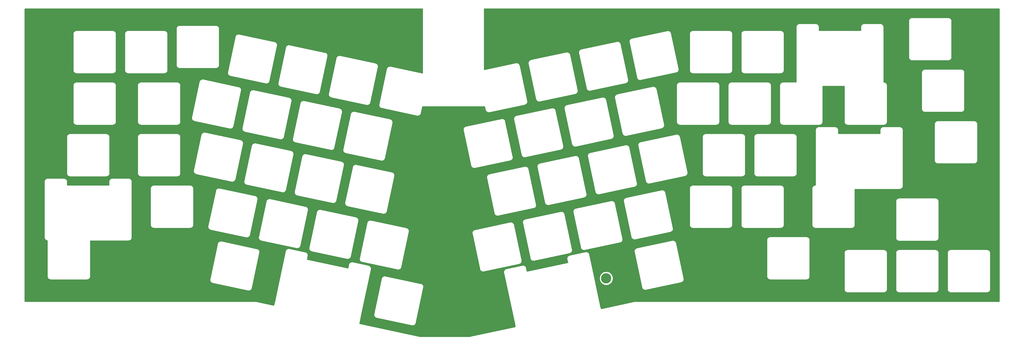
<source format=gbl>
G04 #@! TF.GenerationSoftware,KiCad,Pcbnew,(5.1.10)-1*
G04 #@! TF.CreationDate,2021-10-05T19:05:19+03:00*
G04 #@! TF.ProjectId,kolibriplate,6b6f6c69-6272-4697-906c-6174652e6b69,rev?*
G04 #@! TF.SameCoordinates,Original*
G04 #@! TF.FileFunction,Copper,L2,Bot*
G04 #@! TF.FilePolarity,Positive*
%FSLAX46Y46*%
G04 Gerber Fmt 4.6, Leading zero omitted, Abs format (unit mm)*
G04 Created by KiCad (PCBNEW (5.1.10)-1) date 2021-10-05 19:05:19*
%MOMM*%
%LPD*%
G01*
G04 APERTURE LIST*
G04 #@! TA.AperFunction,ComponentPad*
%ADD10C,3.800000*%
G04 #@! TD*
G04 #@! TA.AperFunction,NonConductor*
%ADD11C,0.254000*%
G04 #@! TD*
G04 #@! TA.AperFunction,NonConductor*
%ADD12C,0.100000*%
G04 #@! TD*
G04 APERTURE END LIST*
D10*
X195000000Y-125000000D03*
D11*
X339971671Y-25321602D02*
X340020524Y-25336352D01*
X340065583Y-25360310D01*
X340105129Y-25392564D01*
X340137658Y-25431884D01*
X340161927Y-25476768D01*
X340177019Y-25525525D01*
X340185885Y-25609872D01*
X340185884Y-133267160D01*
X340177381Y-133353883D01*
X340162630Y-133402741D01*
X340138674Y-133447795D01*
X340106420Y-133487343D01*
X340067100Y-133519871D01*
X340022211Y-133544142D01*
X339973459Y-133559233D01*
X339889273Y-133568082D01*
X286706989Y-133568082D01*
X286670884Y-133564526D01*
X286634779Y-133568082D01*
X286634606Y-133568099D01*
X226707172Y-133568099D01*
X226706989Y-133568081D01*
X226670884Y-133564525D01*
X226634779Y-133568081D01*
X205573554Y-133568081D01*
X205532609Y-133564589D01*
X205465476Y-133572089D01*
X205398192Y-133578716D01*
X205358859Y-133590648D01*
X193356637Y-136141801D01*
X193272241Y-136150737D01*
X193221417Y-136146152D01*
X193172446Y-136131780D01*
X193127209Y-136108175D01*
X193087413Y-136076228D01*
X193054580Y-136037161D01*
X193029960Y-135992459D01*
X193003630Y-135909675D01*
X192789806Y-134903722D01*
X192789805Y-134903717D01*
X190631635Y-124750324D01*
X192465000Y-124750324D01*
X192465000Y-125249676D01*
X192562418Y-125739432D01*
X192753512Y-126200773D01*
X193030937Y-126615968D01*
X193384032Y-126969063D01*
X193799227Y-127246488D01*
X194260568Y-127437582D01*
X194750324Y-127535000D01*
X195249676Y-127535000D01*
X195739432Y-127437582D01*
X196200773Y-127246488D01*
X196615968Y-126969063D01*
X196969063Y-126615968D01*
X197246488Y-126200773D01*
X197437582Y-125739432D01*
X197535000Y-125249676D01*
X197535000Y-124750324D01*
X197437582Y-124260568D01*
X197246488Y-123799227D01*
X196969063Y-123384032D01*
X196615968Y-123030937D01*
X196200773Y-122753512D01*
X195739432Y-122562418D01*
X195249676Y-122465000D01*
X194750324Y-122465000D01*
X194260568Y-122562418D01*
X193799227Y-122753512D01*
X193384032Y-123030937D01*
X193030937Y-123384032D01*
X192753512Y-123799227D01*
X192562418Y-124260568D01*
X192465000Y-124750324D01*
X190631635Y-124750324D01*
X188793282Y-116101560D01*
X188783839Y-116071836D01*
X188783244Y-116068939D01*
X188780141Y-116059157D01*
X188765254Y-116013337D01*
X188760429Y-115998151D01*
X188760162Y-115997668D01*
X188749987Y-115966350D01*
X188723303Y-115905270D01*
X188697499Y-115843886D01*
X188692556Y-115834893D01*
X188644948Y-115749711D01*
X188606914Y-115694988D01*
X188569676Y-115639780D01*
X188563080Y-115631919D01*
X188499834Y-115557606D01*
X188451887Y-115511305D01*
X188404650Y-115464395D01*
X188396653Y-115457965D01*
X188320178Y-115397351D01*
X188264150Y-115361243D01*
X188208687Y-115324394D01*
X188199592Y-115319639D01*
X188112800Y-115275035D01*
X188050857Y-115250511D01*
X187989282Y-115225131D01*
X187979437Y-115222233D01*
X187885635Y-115195335D01*
X187820073Y-115183302D01*
X187754756Y-115170369D01*
X187744536Y-115169438D01*
X187647295Y-115161273D01*
X187580627Y-115162204D01*
X187514076Y-115162204D01*
X187503870Y-115163276D01*
X187406895Y-115174153D01*
X187406888Y-115174154D01*
X187371321Y-115178128D01*
X181431805Y-116440612D01*
X181402079Y-116450056D01*
X181399185Y-116450650D01*
X181389403Y-116453753D01*
X181343627Y-116468626D01*
X181328396Y-116473465D01*
X181327911Y-116473732D01*
X181296596Y-116483907D01*
X181235516Y-116510591D01*
X181174132Y-116536395D01*
X181165139Y-116541338D01*
X181079957Y-116588946D01*
X181025242Y-116626974D01*
X180970031Y-116664214D01*
X180962170Y-116670810D01*
X180887856Y-116734055D01*
X180841556Y-116782001D01*
X180794641Y-116829243D01*
X180788211Y-116837240D01*
X180727597Y-116913715D01*
X180691484Y-116969750D01*
X180654643Y-117025201D01*
X180649888Y-117034295D01*
X180605283Y-117121087D01*
X180580764Y-117183015D01*
X180555375Y-117244613D01*
X180552477Y-117254458D01*
X180525579Y-117348261D01*
X180513541Y-117413852D01*
X180500614Y-117479138D01*
X180499683Y-117489358D01*
X180491518Y-117586597D01*
X180492449Y-117653265D01*
X180492449Y-117719817D01*
X180493521Y-117730023D01*
X180504398Y-117826998D01*
X180504400Y-117827008D01*
X180508373Y-117862569D01*
X180789277Y-119184132D01*
X165719937Y-122387220D01*
X165439030Y-121065659D01*
X165429587Y-121035935D01*
X165428992Y-121033038D01*
X165425889Y-121023256D01*
X165411002Y-120977436D01*
X165406177Y-120962250D01*
X165405910Y-120961767D01*
X165395735Y-120930449D01*
X165369051Y-120869369D01*
X165343247Y-120807985D01*
X165338304Y-120798992D01*
X165290696Y-120713810D01*
X165252662Y-120659087D01*
X165215424Y-120603879D01*
X165208828Y-120596018D01*
X165145582Y-120521705D01*
X165097635Y-120475404D01*
X165050398Y-120428494D01*
X165042401Y-120422064D01*
X164965926Y-120361450D01*
X164909898Y-120325342D01*
X164854435Y-120288493D01*
X164845340Y-120283738D01*
X164758548Y-120239134D01*
X164696605Y-120214610D01*
X164635030Y-120189230D01*
X164625185Y-120186332D01*
X164531383Y-120159434D01*
X164465821Y-120147401D01*
X164400504Y-120134468D01*
X164390284Y-120133537D01*
X164293043Y-120125372D01*
X164226375Y-120126303D01*
X164159824Y-120126303D01*
X164149618Y-120127375D01*
X164052643Y-120138252D01*
X164052636Y-120138253D01*
X164017069Y-120142227D01*
X158077553Y-121404711D01*
X158047829Y-121414154D01*
X158044932Y-121414749D01*
X158035150Y-121417852D01*
X157989330Y-121432739D01*
X157974144Y-121437564D01*
X157973661Y-121437831D01*
X157942343Y-121448006D01*
X157881263Y-121474690D01*
X157819879Y-121500494D01*
X157810886Y-121505437D01*
X157725704Y-121553045D01*
X157670981Y-121591079D01*
X157615773Y-121628317D01*
X157607912Y-121634913D01*
X157533599Y-121698159D01*
X157487298Y-121746106D01*
X157440388Y-121793343D01*
X157433958Y-121801340D01*
X157373344Y-121877815D01*
X157337236Y-121933843D01*
X157300387Y-121989306D01*
X157295632Y-121998401D01*
X157251028Y-122085193D01*
X157226504Y-122147136D01*
X157201124Y-122208711D01*
X157198226Y-122218556D01*
X157171328Y-122312358D01*
X157159297Y-122377908D01*
X157146362Y-122443237D01*
X157145431Y-122453457D01*
X157137266Y-122550698D01*
X157138197Y-122617366D01*
X157138197Y-122683917D01*
X157139269Y-122694123D01*
X157150146Y-122791098D01*
X157150148Y-122791106D01*
X157154121Y-122826671D01*
X161148462Y-141618570D01*
X161364369Y-142634327D01*
X161374083Y-142720929D01*
X161369813Y-142771778D01*
X161355744Y-142820840D01*
X161332422Y-142866221D01*
X161300721Y-142906216D01*
X161261858Y-142939291D01*
X161217315Y-142964186D01*
X161136654Y-142990395D01*
X158757687Y-143496059D01*
X158757676Y-143496060D01*
X144791601Y-146464643D01*
X144673346Y-146477908D01*
X126339208Y-146477910D01*
X126220753Y-146466295D01*
X104170542Y-141779379D01*
X104087473Y-141753029D01*
X104042750Y-141728442D01*
X104003661Y-141695642D01*
X103971684Y-141655871D01*
X103948040Y-141610644D01*
X103933633Y-141561693D01*
X103929008Y-141510873D01*
X103937874Y-141426516D01*
X104167477Y-140346323D01*
X104167478Y-140346314D01*
X104562059Y-138489953D01*
X109169862Y-138489953D01*
X109170721Y-138500179D01*
X109179565Y-138597361D01*
X109192051Y-138662814D01*
X109203617Y-138728408D01*
X109206445Y-138738272D01*
X109233997Y-138831884D01*
X109258960Y-138893668D01*
X109283041Y-138955754D01*
X109287732Y-138964882D01*
X109332942Y-139051361D01*
X109369436Y-139107129D01*
X109405112Y-139163347D01*
X109411486Y-139171389D01*
X109472631Y-139247439D01*
X109519243Y-139295038D01*
X109565184Y-139343281D01*
X109572999Y-139349932D01*
X109647752Y-139412657D01*
X109702730Y-139450301D01*
X109757154Y-139488693D01*
X109766112Y-139493700D01*
X109851625Y-139540711D01*
X109912865Y-139566958D01*
X109973712Y-139594049D01*
X109983472Y-139597220D01*
X110076487Y-139626726D01*
X110076494Y-139626727D01*
X110110597Y-139637562D01*
X123288406Y-142438593D01*
X123319415Y-142442057D01*
X123322297Y-142442691D01*
X123332496Y-142443836D01*
X123380439Y-142448875D01*
X123396238Y-142450640D01*
X123396787Y-142450593D01*
X123429544Y-142454036D01*
X123496182Y-142454501D01*
X123562758Y-142455896D01*
X123572984Y-142455037D01*
X123572987Y-142455037D01*
X123572990Y-142455036D01*
X123670166Y-142446193D01*
X123735619Y-142433707D01*
X123801213Y-142422141D01*
X123811077Y-142419313D01*
X123904689Y-142391761D01*
X123966473Y-142366798D01*
X124028559Y-142342717D01*
X124037687Y-142338026D01*
X124124166Y-142292816D01*
X124179934Y-142256322D01*
X124236152Y-142220646D01*
X124244194Y-142214272D01*
X124244197Y-142214270D01*
X124244199Y-142214268D01*
X124320244Y-142153127D01*
X124367843Y-142106515D01*
X124416086Y-142060574D01*
X124422737Y-142052759D01*
X124485462Y-141978006D01*
X124523106Y-141923028D01*
X124561498Y-141868604D01*
X124566505Y-141859646D01*
X124613516Y-141774133D01*
X124639763Y-141712893D01*
X124666854Y-141652046D01*
X124670025Y-141642286D01*
X124699531Y-141549271D01*
X124699532Y-141549264D01*
X124710367Y-141515161D01*
X127511398Y-128337352D01*
X127514862Y-128306343D01*
X127515496Y-128303461D01*
X127516641Y-128293262D01*
X127521680Y-128245319D01*
X127523445Y-128229520D01*
X127523398Y-128228971D01*
X127526841Y-128196214D01*
X127527306Y-128129577D01*
X127528701Y-128063001D01*
X127527842Y-128052774D01*
X127518998Y-127955592D01*
X127506512Y-127890139D01*
X127494946Y-127824545D01*
X127492118Y-127814680D01*
X127464566Y-127721069D01*
X127439603Y-127659285D01*
X127415522Y-127597199D01*
X127410831Y-127588072D01*
X127365621Y-127501592D01*
X127329127Y-127445824D01*
X127293451Y-127389606D01*
X127287077Y-127381563D01*
X127225932Y-127305514D01*
X127179321Y-127257915D01*
X127133379Y-127209672D01*
X127125564Y-127203021D01*
X127050811Y-127140296D01*
X126995833Y-127102652D01*
X126941409Y-127064260D01*
X126932451Y-127059253D01*
X126846938Y-127012242D01*
X126785710Y-126986000D01*
X126724851Y-126958904D01*
X126715091Y-126955733D01*
X126622076Y-126926227D01*
X126622077Y-126926227D01*
X126587965Y-126915390D01*
X113410156Y-124114360D01*
X113379149Y-124110896D01*
X113376266Y-124110262D01*
X113366068Y-124109117D01*
X113318099Y-124104075D01*
X113302324Y-124102313D01*
X113301776Y-124102360D01*
X113269019Y-124098917D01*
X113202382Y-124098452D01*
X113135806Y-124097057D01*
X113125579Y-124097916D01*
X113125576Y-124097916D01*
X113125573Y-124097917D01*
X113028397Y-124106760D01*
X112962944Y-124119246D01*
X112897350Y-124130812D01*
X112887485Y-124133640D01*
X112793874Y-124161192D01*
X112732090Y-124186155D01*
X112670004Y-124210236D01*
X112660877Y-124214927D01*
X112574397Y-124260137D01*
X112518629Y-124296631D01*
X112462411Y-124332307D01*
X112454368Y-124338681D01*
X112378319Y-124399826D01*
X112330720Y-124446437D01*
X112282477Y-124492379D01*
X112275826Y-124500194D01*
X112213101Y-124574947D01*
X112175457Y-124629925D01*
X112137065Y-124684349D01*
X112132058Y-124693307D01*
X112085047Y-124778820D01*
X112058805Y-124840048D01*
X112031709Y-124900907D01*
X112028538Y-124910667D01*
X111999267Y-125002941D01*
X111988195Y-125037793D01*
X109187165Y-138215602D01*
X109183701Y-138246609D01*
X109183067Y-138249492D01*
X109181922Y-138259690D01*
X109176880Y-138307659D01*
X109175118Y-138323434D01*
X109175165Y-138323982D01*
X109171722Y-138356739D01*
X109171257Y-138423377D01*
X109169862Y-138489953D01*
X104562059Y-138489953D01*
X108148986Y-121614797D01*
X108152450Y-121583788D01*
X108153084Y-121580906D01*
X108154229Y-121570707D01*
X108159266Y-121522778D01*
X108161033Y-121506966D01*
X108160986Y-121506416D01*
X108164429Y-121473659D01*
X108164894Y-121407022D01*
X108166289Y-121340446D01*
X108165430Y-121330219D01*
X108156586Y-121233037D01*
X108144100Y-121167584D01*
X108132534Y-121101990D01*
X108129706Y-121092125D01*
X108102154Y-120998514D01*
X108077191Y-120936730D01*
X108053110Y-120874644D01*
X108048419Y-120865517D01*
X108003209Y-120779037D01*
X107966715Y-120723269D01*
X107931039Y-120667051D01*
X107924665Y-120659008D01*
X107863520Y-120582959D01*
X107816909Y-120535360D01*
X107770967Y-120487117D01*
X107763152Y-120480466D01*
X107688399Y-120417741D01*
X107633421Y-120380097D01*
X107578997Y-120341705D01*
X107570039Y-120336698D01*
X107484526Y-120289687D01*
X107423298Y-120263445D01*
X107362439Y-120236349D01*
X107352679Y-120233178D01*
X107260253Y-120203859D01*
X107225553Y-120192835D01*
X101286037Y-118930352D01*
X101255030Y-118926888D01*
X101252147Y-118926254D01*
X101241949Y-118925109D01*
X101193980Y-118920067D01*
X101178205Y-118918305D01*
X101177657Y-118918352D01*
X101144900Y-118914909D01*
X101078263Y-118914444D01*
X101011687Y-118913049D01*
X101001460Y-118913908D01*
X101001457Y-118913908D01*
X101001454Y-118913909D01*
X100904278Y-118922752D01*
X100838825Y-118935238D01*
X100773231Y-118946804D01*
X100763366Y-118949632D01*
X100669755Y-118977184D01*
X100607971Y-119002147D01*
X100545885Y-119026228D01*
X100536758Y-119030919D01*
X100450278Y-119076129D01*
X100394510Y-119112623D01*
X100338292Y-119148299D01*
X100330249Y-119154673D01*
X100254200Y-119215818D01*
X100206601Y-119262429D01*
X100158358Y-119308371D01*
X100151707Y-119316186D01*
X100088982Y-119390939D01*
X100051338Y-119445917D01*
X100012946Y-119500341D01*
X100007939Y-119509299D01*
X99960928Y-119594812D01*
X99934686Y-119656040D01*
X99907590Y-119716899D01*
X99904419Y-119726659D01*
X99874913Y-119819674D01*
X99874912Y-119819681D01*
X99864077Y-119853784D01*
X99583170Y-121175344D01*
X84513827Y-117972257D01*
X84794734Y-116650696D01*
X84798198Y-116619689D01*
X84798832Y-116616806D01*
X84799977Y-116606607D01*
X84805016Y-116558661D01*
X84806781Y-116542865D01*
X84806734Y-116542316D01*
X84810177Y-116509559D01*
X84810642Y-116442922D01*
X84812037Y-116376346D01*
X84811178Y-116366119D01*
X84802334Y-116268937D01*
X84789848Y-116203484D01*
X84778282Y-116137890D01*
X84775454Y-116128025D01*
X84747902Y-116034414D01*
X84722939Y-115972630D01*
X84698858Y-115910544D01*
X84694167Y-115901417D01*
X84648957Y-115814937D01*
X84612463Y-115759169D01*
X84576787Y-115702951D01*
X84570413Y-115694908D01*
X84509268Y-115618859D01*
X84462657Y-115571260D01*
X84416715Y-115523017D01*
X84408900Y-115516366D01*
X84334147Y-115453641D01*
X84279169Y-115415997D01*
X84224745Y-115377605D01*
X84215787Y-115372598D01*
X84130274Y-115325587D01*
X84069046Y-115299345D01*
X84008187Y-115272249D01*
X83998427Y-115269078D01*
X83906001Y-115239759D01*
X83871301Y-115228735D01*
X77931785Y-113966252D01*
X77900778Y-113962788D01*
X77897895Y-113962154D01*
X77887697Y-113961009D01*
X77839728Y-113955967D01*
X77823953Y-113954205D01*
X77823405Y-113954252D01*
X77790648Y-113950809D01*
X77724011Y-113950344D01*
X77657435Y-113948949D01*
X77647208Y-113949808D01*
X77647205Y-113949808D01*
X77647202Y-113949809D01*
X77550026Y-113958652D01*
X77484573Y-113971138D01*
X77418979Y-113982704D01*
X77409114Y-113985532D01*
X77315503Y-114013084D01*
X77253719Y-114038047D01*
X77191633Y-114062128D01*
X77182506Y-114066819D01*
X77096026Y-114112029D01*
X77040258Y-114148523D01*
X76984040Y-114184199D01*
X76975997Y-114190573D01*
X76899948Y-114251718D01*
X76852349Y-114298329D01*
X76804106Y-114344271D01*
X76797455Y-114352086D01*
X76734730Y-114426839D01*
X76697086Y-114481817D01*
X76658694Y-114536241D01*
X76653687Y-114545199D01*
X76606676Y-114630712D01*
X76580434Y-114691940D01*
X76553338Y-114752799D01*
X76550167Y-114762559D01*
X76520968Y-114854606D01*
X76509824Y-114889685D01*
X72513302Y-133691843D01*
X72513301Y-133691849D01*
X72299580Y-134697327D01*
X72273229Y-134780396D01*
X72248642Y-134825119D01*
X72215843Y-134864208D01*
X72176071Y-134896185D01*
X72130848Y-134919828D01*
X72081893Y-134934236D01*
X72031073Y-134938860D01*
X71946917Y-134930015D01*
X65645678Y-133590646D01*
X65606345Y-133578715D01*
X65539057Y-133572088D01*
X65471927Y-133564588D01*
X65430985Y-133568080D01*
X51159489Y-133568080D01*
X51123384Y-133564524D01*
X51087279Y-133568080D01*
X51087065Y-133568101D01*
X47591835Y-133568103D01*
X-5340509Y-133568101D01*
X-5412717Y-133568101D01*
X-8840268Y-133568103D01*
X-8840511Y-133568079D01*
X-8876616Y-133564523D01*
X-8912721Y-133568079D01*
X-19469888Y-133568079D01*
X-19554116Y-133559251D01*
X-19602870Y-133544175D01*
X-19647766Y-133519917D01*
X-19687098Y-133487397D01*
X-19719360Y-133447864D01*
X-19743331Y-133402813D01*
X-19758096Y-133353961D01*
X-19766615Y-133267332D01*
X-19766615Y-125617620D01*
X48610301Y-125617620D01*
X48611159Y-125627847D01*
X48620003Y-125725028D01*
X48632489Y-125790481D01*
X48644054Y-125856072D01*
X48646883Y-125865936D01*
X48674435Y-125959549D01*
X48699394Y-126021323D01*
X48723478Y-126083418D01*
X48728168Y-126092546D01*
X48773377Y-126179024D01*
X48809864Y-126234782D01*
X48845552Y-126291017D01*
X48851926Y-126299060D01*
X48913072Y-126375110D01*
X48959699Y-126422723D01*
X49005622Y-126470947D01*
X49013437Y-126477598D01*
X49088190Y-126540323D01*
X49143185Y-126577979D01*
X49197589Y-126616357D01*
X49206547Y-126621364D01*
X49206550Y-126621366D01*
X49206553Y-126621367D01*
X49292058Y-126668375D01*
X49353313Y-126694629D01*
X49414149Y-126721715D01*
X49423902Y-126724884D01*
X49423908Y-126724886D01*
X49423909Y-126724886D01*
X49516924Y-126754392D01*
X49516934Y-126754394D01*
X49551035Y-126765228D01*
X62728843Y-129566259D01*
X62759852Y-129569723D01*
X62762734Y-129570357D01*
X62772933Y-129571502D01*
X62820876Y-129576541D01*
X62836675Y-129578306D01*
X62837224Y-129578259D01*
X62869981Y-129581702D01*
X62936619Y-129582167D01*
X63003195Y-129583562D01*
X63013421Y-129582703D01*
X63013424Y-129582703D01*
X63013427Y-129582702D01*
X63110603Y-129573859D01*
X63176056Y-129561373D01*
X63241650Y-129549807D01*
X63251514Y-129546979D01*
X63345126Y-129519427D01*
X63406910Y-129494464D01*
X63468996Y-129470383D01*
X63478124Y-129465692D01*
X63564603Y-129420482D01*
X63620371Y-129383988D01*
X63676589Y-129348312D01*
X63684631Y-129341938D01*
X63684634Y-129341936D01*
X63684636Y-129341934D01*
X63760681Y-129280793D01*
X63808280Y-129234181D01*
X63856523Y-129188240D01*
X63863174Y-129180425D01*
X63925899Y-129105672D01*
X63963543Y-129050694D01*
X64001935Y-128996270D01*
X64006942Y-128987312D01*
X64053953Y-128901799D01*
X64080200Y-128840559D01*
X64107291Y-128779712D01*
X64110462Y-128769952D01*
X64139968Y-128676937D01*
X64139969Y-128676930D01*
X64150804Y-128642827D01*
X66951835Y-115465018D01*
X66955299Y-115434009D01*
X66955933Y-115431127D01*
X66957078Y-115420928D01*
X66962117Y-115372985D01*
X66963882Y-115357186D01*
X66963835Y-115356637D01*
X66967278Y-115323880D01*
X66967743Y-115257243D01*
X66969138Y-115190667D01*
X66968279Y-115180440D01*
X66959435Y-115083258D01*
X66946949Y-115017805D01*
X66935383Y-114952211D01*
X66932555Y-114942346D01*
X66905003Y-114848735D01*
X66880040Y-114786951D01*
X66855959Y-114724865D01*
X66851268Y-114715738D01*
X66806058Y-114629258D01*
X66769564Y-114573490D01*
X66733888Y-114517272D01*
X66727514Y-114509229D01*
X66666369Y-114433180D01*
X66619758Y-114385581D01*
X66573816Y-114337338D01*
X66566001Y-114330687D01*
X66491248Y-114267962D01*
X66436270Y-114230318D01*
X66381846Y-114191926D01*
X66372888Y-114186919D01*
X66287375Y-114139908D01*
X66226147Y-114113666D01*
X66165288Y-114086570D01*
X66155528Y-114083399D01*
X66062513Y-114053893D01*
X66062504Y-114053891D01*
X66028402Y-114043057D01*
X52850593Y-111242027D01*
X52819586Y-111238563D01*
X52816703Y-111237929D01*
X52806505Y-111236784D01*
X52758536Y-111231742D01*
X52742761Y-111229980D01*
X52742213Y-111230027D01*
X52709456Y-111226584D01*
X52642819Y-111226119D01*
X52576243Y-111224724D01*
X52566016Y-111225583D01*
X52566013Y-111225583D01*
X52566010Y-111225584D01*
X52468834Y-111234427D01*
X52403381Y-111246913D01*
X52337787Y-111258479D01*
X52327922Y-111261307D01*
X52234311Y-111288859D01*
X52172527Y-111313822D01*
X52110441Y-111337903D01*
X52101314Y-111342594D01*
X52014834Y-111387804D01*
X51959066Y-111424298D01*
X51902848Y-111459974D01*
X51894805Y-111466348D01*
X51818756Y-111527493D01*
X51771157Y-111574104D01*
X51722914Y-111620046D01*
X51716263Y-111627861D01*
X51653538Y-111702614D01*
X51615894Y-111757592D01*
X51577502Y-111812016D01*
X51572495Y-111820974D01*
X51525484Y-111906487D01*
X51499242Y-111967715D01*
X51472146Y-112028574D01*
X51468975Y-112038334D01*
X51439644Y-112130797D01*
X51428632Y-112165459D01*
X48627603Y-125343269D01*
X48624139Y-125374276D01*
X48623505Y-125377159D01*
X48622360Y-125387357D01*
X48617318Y-125435326D01*
X48615556Y-125451101D01*
X48615603Y-125451649D01*
X48612160Y-125484406D01*
X48611695Y-125551083D01*
X48610301Y-125617620D01*
X-19766615Y-125617620D01*
X-19766615Y-89204497D01*
X-12530865Y-89204497D01*
X-12530864Y-109876684D01*
X-12527807Y-109907720D01*
X-12527828Y-109910684D01*
X-12526827Y-109920897D01*
X-12521779Y-109968931D01*
X-12520229Y-109984664D01*
X-12520070Y-109985189D01*
X-12516627Y-110017946D01*
X-12503227Y-110083223D01*
X-12490749Y-110148638D01*
X-12487783Y-110158463D01*
X-12458927Y-110251682D01*
X-12433085Y-110313157D01*
X-12408154Y-110374863D01*
X-12403337Y-110383924D01*
X-12356924Y-110469762D01*
X-12319669Y-110524994D01*
X-12283196Y-110580730D01*
X-12276710Y-110588683D01*
X-12214508Y-110663872D01*
X-12167224Y-110710827D01*
X-12120635Y-110758403D01*
X-12112728Y-110764944D01*
X-12112723Y-110764949D01*
X-12112717Y-110764953D01*
X-12037107Y-110826620D01*
X-11981609Y-110863493D01*
X-11926646Y-110901127D01*
X-11917619Y-110906008D01*
X-11831458Y-110951820D01*
X-11769852Y-110977212D01*
X-11708645Y-111003446D01*
X-11698841Y-111006481D01*
X-11698837Y-111006482D01*
X-11698835Y-111006483D01*
X-11698833Y-111006483D01*
X-11605423Y-111034686D01*
X-11540030Y-111047635D01*
X-11474908Y-111061476D01*
X-11464717Y-111062547D01*
X-11464709Y-111062549D01*
X-11464702Y-111062549D01*
X-11436616Y-111065303D01*
X-11436615Y-124276684D01*
X-11433558Y-124307720D01*
X-11433579Y-124310684D01*
X-11432578Y-124320897D01*
X-11427530Y-124368931D01*
X-11425980Y-124384664D01*
X-11425821Y-124385189D01*
X-11422378Y-124417946D01*
X-11408978Y-124483223D01*
X-11396500Y-124548638D01*
X-11393534Y-124558463D01*
X-11364678Y-124651682D01*
X-11338836Y-124713157D01*
X-11313905Y-124774863D01*
X-11309088Y-124783924D01*
X-11262675Y-124869762D01*
X-11225420Y-124924994D01*
X-11188947Y-124980730D01*
X-11182461Y-124988683D01*
X-11120259Y-125063872D01*
X-11072975Y-125110827D01*
X-11026386Y-125158403D01*
X-11018479Y-125164944D01*
X-11018474Y-125164949D01*
X-11018472Y-125164950D01*
X-10942858Y-125226620D01*
X-10887360Y-125263493D01*
X-10832397Y-125301127D01*
X-10823370Y-125306008D01*
X-10737209Y-125351820D01*
X-10675603Y-125377212D01*
X-10614396Y-125403446D01*
X-10604592Y-125406481D01*
X-10604588Y-125406482D01*
X-10604586Y-125406483D01*
X-10604584Y-125406483D01*
X-10511174Y-125434686D01*
X-10445781Y-125447635D01*
X-10380659Y-125461476D01*
X-10370468Y-125462547D01*
X-10370460Y-125462549D01*
X-10370453Y-125462549D01*
X-10273927Y-125472013D01*
X-10237721Y-125475579D01*
X3234489Y-125475579D01*
X3265534Y-125472521D01*
X3268489Y-125472542D01*
X3278702Y-125471541D01*
X3326585Y-125466508D01*
X3342469Y-125464944D01*
X3342999Y-125464783D01*
X3375751Y-125461341D01*
X3441028Y-125447941D01*
X3506443Y-125435463D01*
X3516268Y-125432497D01*
X3609487Y-125403641D01*
X3670962Y-125377799D01*
X3732668Y-125352868D01*
X3741729Y-125348051D01*
X3827567Y-125301638D01*
X3882799Y-125264383D01*
X3938535Y-125227910D01*
X3946488Y-125221424D01*
X4021677Y-125159222D01*
X4068632Y-125111938D01*
X4116208Y-125065349D01*
X4122749Y-125057442D01*
X4122754Y-125057437D01*
X4122758Y-125057431D01*
X4184425Y-124981821D01*
X4221298Y-124926323D01*
X4258932Y-124871360D01*
X4263813Y-124862333D01*
X4309625Y-124776172D01*
X4335017Y-124714566D01*
X4361251Y-124653359D01*
X4364286Y-124643555D01*
X4392491Y-124550137D01*
X4405440Y-124484744D01*
X4419281Y-124419622D01*
X4420353Y-124409426D01*
X4420354Y-124409423D01*
X4420354Y-124409416D01*
X4429876Y-124312299D01*
X4433384Y-124276684D01*
X4433384Y-111075579D01*
X18616240Y-111075579D01*
X18647285Y-111072521D01*
X18650240Y-111072542D01*
X18660453Y-111071541D01*
X18708336Y-111066508D01*
X18724220Y-111064944D01*
X18724750Y-111064783D01*
X18757502Y-111061341D01*
X18822779Y-111047941D01*
X18888194Y-111035463D01*
X18898019Y-111032497D01*
X18991238Y-111003641D01*
X19052713Y-110977799D01*
X19114419Y-110952868D01*
X19123480Y-110948051D01*
X19209318Y-110901638D01*
X19264550Y-110864383D01*
X19320286Y-110827910D01*
X19328239Y-110821424D01*
X19403428Y-110759222D01*
X19450384Y-110711937D01*
X19497959Y-110665349D01*
X19504500Y-110657442D01*
X19504505Y-110657437D01*
X19504509Y-110657431D01*
X19566176Y-110581821D01*
X19603049Y-110526323D01*
X19640683Y-110471360D01*
X19645564Y-110462333D01*
X19691376Y-110376172D01*
X19716768Y-110314566D01*
X19743002Y-110253359D01*
X19746037Y-110243555D01*
X19774242Y-110150137D01*
X19787191Y-110084744D01*
X19801032Y-110019622D01*
X19802103Y-110009431D01*
X19802105Y-110009423D01*
X19802105Y-110009416D01*
X19811627Y-109912299D01*
X19815135Y-109876684D01*
X19815135Y-91754475D01*
X26663384Y-91754475D01*
X26663385Y-105226684D01*
X26666442Y-105257720D01*
X26666421Y-105260684D01*
X26667422Y-105270897D01*
X26672470Y-105318931D01*
X26674020Y-105334664D01*
X26674179Y-105335189D01*
X26677622Y-105367946D01*
X26691022Y-105433223D01*
X26703500Y-105498638D01*
X26706466Y-105508463D01*
X26735322Y-105601682D01*
X26761164Y-105663157D01*
X26786095Y-105724863D01*
X26790912Y-105733924D01*
X26837325Y-105819762D01*
X26874580Y-105874994D01*
X26911053Y-105930730D01*
X26917539Y-105938683D01*
X26979741Y-106013872D01*
X27027025Y-106060827D01*
X27073614Y-106108403D01*
X27081521Y-106114944D01*
X27081526Y-106114949D01*
X27081531Y-106114952D01*
X27157142Y-106176620D01*
X27212640Y-106213493D01*
X27267603Y-106251127D01*
X27276630Y-106256008D01*
X27362791Y-106301820D01*
X27424397Y-106327212D01*
X27485604Y-106353446D01*
X27495408Y-106356481D01*
X27495412Y-106356482D01*
X27495414Y-106356483D01*
X27495416Y-106356483D01*
X27588826Y-106384686D01*
X27654219Y-106397635D01*
X27719341Y-106411476D01*
X27729532Y-106412547D01*
X27729540Y-106412549D01*
X27729547Y-106412549D01*
X27826073Y-106422013D01*
X27862279Y-106425579D01*
X41334489Y-106425579D01*
X41365534Y-106422521D01*
X41368489Y-106422542D01*
X41378702Y-106421541D01*
X41426585Y-106416508D01*
X41442469Y-106414944D01*
X41442999Y-106414783D01*
X41475751Y-106411341D01*
X41541028Y-106397941D01*
X41606443Y-106385463D01*
X41616268Y-106382497D01*
X41709487Y-106353641D01*
X41770962Y-106327799D01*
X41832668Y-106302868D01*
X41841729Y-106298051D01*
X41927567Y-106251638D01*
X41982799Y-106214383D01*
X42038535Y-106177910D01*
X42046488Y-106171424D01*
X42121677Y-106109222D01*
X42168632Y-106061938D01*
X42216208Y-106015349D01*
X42222749Y-106007442D01*
X42222754Y-106007437D01*
X42222758Y-106007431D01*
X42233933Y-105993729D01*
X47912590Y-105993729D01*
X47913449Y-106003955D01*
X47922293Y-106101137D01*
X47934779Y-106166590D01*
X47946345Y-106232184D01*
X47949173Y-106242048D01*
X47976725Y-106335660D01*
X48001688Y-106397444D01*
X48025769Y-106459530D01*
X48030460Y-106468658D01*
X48075670Y-106555137D01*
X48112164Y-106610905D01*
X48147840Y-106667123D01*
X48154214Y-106675165D01*
X48215359Y-106751215D01*
X48261971Y-106798814D01*
X48307912Y-106847057D01*
X48315727Y-106853708D01*
X48390480Y-106916433D01*
X48445458Y-106954077D01*
X48499882Y-106992469D01*
X48508840Y-106997476D01*
X48594353Y-107044487D01*
X48655593Y-107070734D01*
X48716440Y-107097825D01*
X48726200Y-107100996D01*
X48819215Y-107130502D01*
X48819222Y-107130503D01*
X48853325Y-107141338D01*
X62031134Y-109942369D01*
X62062143Y-109945833D01*
X62065025Y-109946467D01*
X62075224Y-109947612D01*
X62123167Y-109952651D01*
X62138966Y-109954416D01*
X62139515Y-109954369D01*
X62172272Y-109957812D01*
X62238910Y-109958277D01*
X62305486Y-109959672D01*
X62315712Y-109958813D01*
X62315715Y-109958813D01*
X62315718Y-109958812D01*
X62363685Y-109954447D01*
X66546303Y-109954447D01*
X66547161Y-109964674D01*
X66556005Y-110061855D01*
X66568491Y-110127308D01*
X66580056Y-110192899D01*
X66582885Y-110202763D01*
X66610437Y-110296376D01*
X66635396Y-110358150D01*
X66659480Y-110420245D01*
X66664170Y-110429373D01*
X66709379Y-110515851D01*
X66745866Y-110571609D01*
X66781554Y-110627844D01*
X66787928Y-110635887D01*
X66849074Y-110711937D01*
X66895701Y-110759550D01*
X66941624Y-110807774D01*
X66949439Y-110814425D01*
X67024192Y-110877150D01*
X67079187Y-110914806D01*
X67133591Y-110953184D01*
X67142549Y-110958191D01*
X67142552Y-110958193D01*
X67142555Y-110958194D01*
X67228060Y-111005202D01*
X67289299Y-111031449D01*
X67350151Y-111058542D01*
X67359904Y-111061711D01*
X67359910Y-111061713D01*
X67359911Y-111061713D01*
X67452926Y-111091219D01*
X67487037Y-111102056D01*
X80664845Y-113903087D01*
X80695854Y-113906551D01*
X80698736Y-113907185D01*
X80708935Y-113908330D01*
X80756878Y-113913369D01*
X80772677Y-113915134D01*
X80773226Y-113915087D01*
X80805983Y-113918530D01*
X80872621Y-113918995D01*
X80939197Y-113920390D01*
X80949423Y-113919531D01*
X80949426Y-113919531D01*
X80949429Y-113919530D01*
X80997396Y-113915165D01*
X85180013Y-113915165D01*
X85180872Y-113925391D01*
X85189716Y-114022573D01*
X85202202Y-114088026D01*
X85213768Y-114153620D01*
X85216596Y-114163484D01*
X85244148Y-114257096D01*
X85269111Y-114318880D01*
X85293192Y-114380966D01*
X85297883Y-114390094D01*
X85343093Y-114476573D01*
X85379587Y-114532341D01*
X85415263Y-114588559D01*
X85421637Y-114596601D01*
X85482782Y-114672651D01*
X85529394Y-114720250D01*
X85575335Y-114768493D01*
X85583150Y-114775144D01*
X85657903Y-114837869D01*
X85712881Y-114875513D01*
X85767305Y-114913905D01*
X85776263Y-114918912D01*
X85861776Y-114965923D01*
X85923016Y-114992170D01*
X85983863Y-115019261D01*
X85993623Y-115022432D01*
X86086638Y-115051938D01*
X86086645Y-115051939D01*
X86120748Y-115062774D01*
X99298557Y-117863804D01*
X99329566Y-117867268D01*
X99332448Y-117867902D01*
X99342647Y-117869047D01*
X99390590Y-117874086D01*
X99406389Y-117875851D01*
X99406938Y-117875804D01*
X99439695Y-117879247D01*
X99506372Y-117879712D01*
X99572909Y-117881106D01*
X99583136Y-117880248D01*
X99583140Y-117880248D01*
X99631102Y-117875883D01*
X103813724Y-117875883D01*
X103814583Y-117886109D01*
X103823427Y-117983291D01*
X103835913Y-118048744D01*
X103847479Y-118114338D01*
X103850307Y-118124202D01*
X103877859Y-118217814D01*
X103902822Y-118279598D01*
X103926903Y-118341684D01*
X103931594Y-118350812D01*
X103976804Y-118437291D01*
X104013298Y-118493059D01*
X104048974Y-118549277D01*
X104055348Y-118557319D01*
X104116493Y-118633369D01*
X104163105Y-118680968D01*
X104209046Y-118729211D01*
X104216861Y-118735862D01*
X104291614Y-118798587D01*
X104346592Y-118836231D01*
X104401016Y-118874623D01*
X104409974Y-118879630D01*
X104495487Y-118926641D01*
X104556727Y-118952888D01*
X104617574Y-118979979D01*
X104627334Y-118983150D01*
X104720349Y-119012656D01*
X104720356Y-119012657D01*
X104754459Y-119023492D01*
X117932268Y-121824523D01*
X117963277Y-121827987D01*
X117966159Y-121828621D01*
X117976358Y-121829766D01*
X118024301Y-121834805D01*
X118040100Y-121836570D01*
X118040649Y-121836523D01*
X118073406Y-121839966D01*
X118140044Y-121840431D01*
X118206620Y-121841826D01*
X118216846Y-121840967D01*
X118216849Y-121840967D01*
X118216852Y-121840966D01*
X118314028Y-121832123D01*
X118379481Y-121819637D01*
X118445075Y-121808071D01*
X118454939Y-121805243D01*
X118548551Y-121777691D01*
X118610335Y-121752728D01*
X118672421Y-121728647D01*
X118681549Y-121723956D01*
X118768028Y-121678746D01*
X118823796Y-121642252D01*
X118880014Y-121606576D01*
X118888056Y-121600202D01*
X118888059Y-121600200D01*
X118888061Y-121600198D01*
X118964106Y-121539057D01*
X119011705Y-121492445D01*
X119059948Y-121446504D01*
X119066599Y-121438689D01*
X119129324Y-121363936D01*
X119166968Y-121308958D01*
X119205360Y-121254534D01*
X119210367Y-121245576D01*
X119257378Y-121160063D01*
X119283625Y-121098823D01*
X119310716Y-121037976D01*
X119313887Y-121028216D01*
X119343393Y-120935201D01*
X119343394Y-120935194D01*
X119354229Y-120901091D01*
X122061562Y-108164093D01*
X145460202Y-108164093D01*
X145461133Y-108230761D01*
X145461133Y-108297312D01*
X145462205Y-108307518D01*
X145473082Y-108404493D01*
X145473086Y-108404511D01*
X145477058Y-108440066D01*
X148278087Y-121617876D01*
X148287533Y-121647609D01*
X148288126Y-121650497D01*
X148291229Y-121660279D01*
X148306071Y-121705960D01*
X148310940Y-121721285D01*
X148311209Y-121721773D01*
X148321383Y-121753086D01*
X148348072Y-121814178D01*
X148373871Y-121875550D01*
X148378806Y-121884526D01*
X148378810Y-121884536D01*
X148378815Y-121884543D01*
X148426422Y-121969725D01*
X148464456Y-122024448D01*
X148501694Y-122079656D01*
X148508290Y-122087517D01*
X148571536Y-122161830D01*
X148619483Y-122208131D01*
X148666720Y-122255041D01*
X148674717Y-122261471D01*
X148751192Y-122322085D01*
X148807238Y-122358204D01*
X148862684Y-122395042D01*
X148871778Y-122399797D01*
X148958570Y-122444401D01*
X149020513Y-122468925D01*
X149082088Y-122494305D01*
X149091933Y-122497203D01*
X149185734Y-122524101D01*
X149251303Y-122536136D01*
X149316614Y-122549067D01*
X149326834Y-122549998D01*
X149424075Y-122558163D01*
X149490743Y-122557232D01*
X149557294Y-122557232D01*
X149567500Y-122556160D01*
X149664475Y-122545283D01*
X149664483Y-122545281D01*
X149700048Y-122541308D01*
X162877857Y-119740278D01*
X162907589Y-119730832D01*
X162910479Y-119730239D01*
X162920261Y-119727136D01*
X162965949Y-119712292D01*
X162981267Y-119707425D01*
X162981755Y-119707156D01*
X163013068Y-119696982D01*
X163074160Y-119670293D01*
X163135532Y-119644494D01*
X163144508Y-119639559D01*
X163144518Y-119639555D01*
X163144526Y-119639549D01*
X163229707Y-119591943D01*
X163284430Y-119553909D01*
X163339638Y-119516671D01*
X163347499Y-119510075D01*
X163421812Y-119446829D01*
X163468113Y-119398882D01*
X163515023Y-119351645D01*
X163521453Y-119343648D01*
X163582067Y-119267173D01*
X163618186Y-119211127D01*
X163655024Y-119155681D01*
X163659779Y-119146587D01*
X163704383Y-119059795D01*
X163728907Y-118997852D01*
X163754287Y-118936277D01*
X163757185Y-118926432D01*
X163784083Y-118832631D01*
X163796118Y-118767062D01*
X163809049Y-118701751D01*
X163809980Y-118691531D01*
X163818145Y-118594290D01*
X163817214Y-118527622D01*
X163817214Y-118461071D01*
X163816142Y-118450865D01*
X163805265Y-118353890D01*
X163805263Y-118353882D01*
X163801290Y-118318317D01*
X161000259Y-105140508D01*
X160990816Y-105110784D01*
X160990221Y-105107887D01*
X160987118Y-105098105D01*
X160972231Y-105052285D01*
X160967406Y-105037099D01*
X160967139Y-105036616D01*
X160956964Y-105005298D01*
X160930280Y-104944218D01*
X160904476Y-104882834D01*
X160899533Y-104873841D01*
X160851925Y-104788659D01*
X160813891Y-104733936D01*
X160776653Y-104678728D01*
X160770057Y-104670867D01*
X160706811Y-104596554D01*
X160658864Y-104550253D01*
X160611627Y-104503343D01*
X160603630Y-104496913D01*
X160527155Y-104436299D01*
X160471127Y-104400191D01*
X160415664Y-104363342D01*
X160406569Y-104358587D01*
X160319777Y-104313983D01*
X160257834Y-104289459D01*
X160196259Y-104264079D01*
X160186414Y-104261181D01*
X160092612Y-104234283D01*
X160027050Y-104222250D01*
X159961733Y-104209317D01*
X159951513Y-104208386D01*
X159891740Y-104203367D01*
X164093915Y-104203367D01*
X164094846Y-104270035D01*
X164094846Y-104336601D01*
X164095918Y-104346807D01*
X164106677Y-104442723D01*
X164110769Y-104479348D01*
X166911799Y-117657157D01*
X166921245Y-117686889D01*
X166921838Y-117689779D01*
X166924941Y-117699561D01*
X166939785Y-117745249D01*
X166944652Y-117760567D01*
X166944921Y-117761055D01*
X166955095Y-117792368D01*
X166981784Y-117853460D01*
X167007583Y-117914832D01*
X167012518Y-117923808D01*
X167012522Y-117923818D01*
X167012527Y-117923825D01*
X167060134Y-118009007D01*
X167098168Y-118063730D01*
X167135406Y-118118938D01*
X167142002Y-118126799D01*
X167205248Y-118201112D01*
X167253195Y-118247413D01*
X167300432Y-118294323D01*
X167308429Y-118300753D01*
X167384904Y-118361367D01*
X167440950Y-118397486D01*
X167496396Y-118434324D01*
X167505490Y-118439079D01*
X167592282Y-118483683D01*
X167654225Y-118508207D01*
X167715800Y-118533587D01*
X167725645Y-118536485D01*
X167819446Y-118563383D01*
X167885015Y-118575418D01*
X167950326Y-118588349D01*
X167960546Y-118589280D01*
X168057787Y-118597445D01*
X168124455Y-118596514D01*
X168191006Y-118596514D01*
X168201212Y-118595442D01*
X168298187Y-118584565D01*
X168298195Y-118584563D01*
X168333760Y-118580590D01*
X181511569Y-115779560D01*
X181541301Y-115770114D01*
X181544191Y-115769521D01*
X181553973Y-115766418D01*
X181599661Y-115751574D01*
X181614979Y-115746707D01*
X181615467Y-115746438D01*
X181646780Y-115736264D01*
X181707872Y-115709575D01*
X181769244Y-115683776D01*
X181778220Y-115678841D01*
X181778230Y-115678837D01*
X181778238Y-115678831D01*
X181863419Y-115631225D01*
X181918142Y-115593191D01*
X181973350Y-115555953D01*
X181981211Y-115549357D01*
X182055524Y-115486111D01*
X182101811Y-115438180D01*
X182148738Y-115390923D01*
X182155169Y-115382925D01*
X182215782Y-115306450D01*
X182251874Y-115250446D01*
X182288731Y-115194972D01*
X182293486Y-115185878D01*
X182338090Y-115099087D01*
X182362612Y-115037152D01*
X182388002Y-114975551D01*
X182390899Y-114965706D01*
X182405250Y-114915654D01*
X205322056Y-114915654D01*
X205322987Y-114982322D01*
X205322987Y-115048873D01*
X205324059Y-115059079D01*
X205334936Y-115156054D01*
X205334938Y-115156062D01*
X205338911Y-115191627D01*
X208139941Y-128369436D01*
X208149387Y-128399168D01*
X208149980Y-128402058D01*
X208153083Y-128411840D01*
X208167927Y-128457528D01*
X208172794Y-128472846D01*
X208173063Y-128473334D01*
X208183237Y-128504647D01*
X208209926Y-128565739D01*
X208235725Y-128627111D01*
X208240660Y-128636087D01*
X208240664Y-128636097D01*
X208240669Y-128636104D01*
X208288276Y-128721286D01*
X208326310Y-128776009D01*
X208363548Y-128831217D01*
X208370144Y-128839078D01*
X208433390Y-128913391D01*
X208481337Y-128959692D01*
X208528574Y-129006602D01*
X208536571Y-129013032D01*
X208613046Y-129073646D01*
X208669092Y-129109765D01*
X208724538Y-129146603D01*
X208733632Y-129151358D01*
X208820424Y-129195962D01*
X208882367Y-129220486D01*
X208943942Y-129245866D01*
X208953787Y-129248764D01*
X209047588Y-129275662D01*
X209113157Y-129287697D01*
X209178468Y-129300628D01*
X209188688Y-129301559D01*
X209285929Y-129309724D01*
X209352597Y-129308793D01*
X209419148Y-129308793D01*
X209429354Y-129307721D01*
X209526329Y-129296844D01*
X209526347Y-129296840D01*
X209561902Y-129292868D01*
X222739712Y-126491839D01*
X222769445Y-126482393D01*
X222772333Y-126481800D01*
X222782115Y-126478697D01*
X222827796Y-126463855D01*
X222843121Y-126458986D01*
X222843609Y-126458717D01*
X222874922Y-126448543D01*
X222936014Y-126421854D01*
X222997386Y-126396055D01*
X223006362Y-126391120D01*
X223006372Y-126391116D01*
X223006380Y-126391110D01*
X223091561Y-126343504D01*
X223146284Y-126305470D01*
X223201492Y-126268232D01*
X223209353Y-126261636D01*
X223283666Y-126198390D01*
X223329967Y-126150443D01*
X223376877Y-126103206D01*
X223383307Y-126095209D01*
X223443921Y-126018734D01*
X223480040Y-125962688D01*
X223516878Y-125907242D01*
X223521633Y-125898148D01*
X223566237Y-125811356D01*
X223590761Y-125749413D01*
X223616141Y-125687838D01*
X223619039Y-125677993D01*
X223645937Y-125584192D01*
X223657972Y-125518623D01*
X223670903Y-125453312D01*
X223671834Y-125443092D01*
X223679999Y-125345851D01*
X223679068Y-125279183D01*
X223679068Y-125212632D01*
X223677996Y-125202426D01*
X223667119Y-125105451D01*
X223667118Y-125105444D01*
X223663144Y-125069877D01*
X220862113Y-111892068D01*
X220852670Y-111862344D01*
X220852075Y-111859447D01*
X220848972Y-111849665D01*
X220834085Y-111803845D01*
X220829260Y-111788659D01*
X220828993Y-111788176D01*
X220818818Y-111756858D01*
X220792134Y-111695778D01*
X220766330Y-111634394D01*
X220761387Y-111625401D01*
X220713779Y-111540219D01*
X220675745Y-111485496D01*
X220638507Y-111430288D01*
X220631911Y-111422427D01*
X220568665Y-111348114D01*
X220520718Y-111301813D01*
X220473481Y-111254903D01*
X220465484Y-111248473D01*
X220389009Y-111187859D01*
X220332981Y-111151751D01*
X220277518Y-111114902D01*
X220268423Y-111110147D01*
X220181631Y-111065543D01*
X220119688Y-111041019D01*
X220058113Y-111015639D01*
X220048268Y-111012741D01*
X219954466Y-110985843D01*
X219888904Y-110973810D01*
X219823587Y-110960877D01*
X219813367Y-110959946D01*
X219716126Y-110951781D01*
X219649458Y-110952712D01*
X219582907Y-110952712D01*
X219572701Y-110953784D01*
X219475726Y-110964661D01*
X219475719Y-110964662D01*
X219440152Y-110968636D01*
X206262343Y-113769667D01*
X206232619Y-113779110D01*
X206229722Y-113779705D01*
X206219940Y-113782808D01*
X206174120Y-113797695D01*
X206158934Y-113802520D01*
X206158451Y-113802787D01*
X206127133Y-113812962D01*
X206066053Y-113839646D01*
X206004669Y-113865450D01*
X205995676Y-113870393D01*
X205910494Y-113918001D01*
X205855771Y-113956035D01*
X205800563Y-113993273D01*
X205792702Y-113999869D01*
X205718389Y-114063115D01*
X205672088Y-114111062D01*
X205625178Y-114158299D01*
X205618748Y-114166296D01*
X205558134Y-114242771D01*
X205522026Y-114298799D01*
X205485177Y-114354262D01*
X205480422Y-114363357D01*
X205435818Y-114450149D01*
X205411294Y-114512092D01*
X205385914Y-114573667D01*
X205383016Y-114583512D01*
X205356118Y-114677314D01*
X205344085Y-114742876D01*
X205331152Y-114808193D01*
X205330221Y-114818413D01*
X205322056Y-114915654D01*
X182405250Y-114915654D01*
X182417796Y-114871903D01*
X182429823Y-114806373D01*
X182442759Y-114741041D01*
X182443690Y-114730821D01*
X182451856Y-114633581D01*
X182450925Y-114566913D01*
X182450925Y-114500346D01*
X182449853Y-114490140D01*
X182438975Y-114393166D01*
X182438974Y-114393162D01*
X182435001Y-114357599D01*
X179633971Y-101179790D01*
X179624528Y-101150066D01*
X179623933Y-101147169D01*
X179620830Y-101137387D01*
X179605943Y-101091567D01*
X179601118Y-101076381D01*
X179600851Y-101075898D01*
X179590676Y-101044580D01*
X179563992Y-100983500D01*
X179538188Y-100922116D01*
X179533245Y-100913123D01*
X179485637Y-100827941D01*
X179447603Y-100773218D01*
X179410365Y-100718010D01*
X179403769Y-100710149D01*
X179340523Y-100635836D01*
X179292576Y-100589535D01*
X179245339Y-100542625D01*
X179237342Y-100536195D01*
X179160867Y-100475581D01*
X179104839Y-100439473D01*
X179049376Y-100402624D01*
X179040281Y-100397869D01*
X178953489Y-100353265D01*
X178891546Y-100328741D01*
X178829971Y-100303361D01*
X178820126Y-100300463D01*
X178726324Y-100273565D01*
X178660762Y-100261532D01*
X178595445Y-100248599D01*
X178585225Y-100247668D01*
X178525583Y-100242660D01*
X182727626Y-100242660D01*
X182728557Y-100309328D01*
X182728557Y-100375879D01*
X182729629Y-100386085D01*
X182740506Y-100483060D01*
X182740510Y-100483078D01*
X182744482Y-100518633D01*
X185545511Y-113696442D01*
X185554957Y-113726175D01*
X185555550Y-113729063D01*
X185558653Y-113738845D01*
X185573495Y-113784526D01*
X185578364Y-113799851D01*
X185578633Y-113800339D01*
X185588807Y-113831652D01*
X185615496Y-113892744D01*
X185641295Y-113954116D01*
X185646230Y-113963092D01*
X185646234Y-113963102D01*
X185646239Y-113963109D01*
X185693846Y-114048291D01*
X185731874Y-114103006D01*
X185769114Y-114158217D01*
X185775710Y-114166079D01*
X185838955Y-114240392D01*
X185886918Y-114286709D01*
X185934143Y-114333607D01*
X185942140Y-114340037D01*
X185942142Y-114340039D01*
X185942145Y-114340041D01*
X186018615Y-114400651D01*
X186074650Y-114436764D01*
X186130101Y-114473605D01*
X186139195Y-114478360D01*
X186225987Y-114522965D01*
X186287927Y-114547489D01*
X186349513Y-114572873D01*
X186359358Y-114575771D01*
X186453160Y-114602668D01*
X186518720Y-114614701D01*
X186584037Y-114627634D01*
X186594257Y-114628565D01*
X186691497Y-114636730D01*
X186758165Y-114635799D01*
X186824717Y-114635799D01*
X186834923Y-114634727D01*
X186931898Y-114623850D01*
X186931915Y-114623846D01*
X186967472Y-114619874D01*
X200145282Y-111818845D01*
X200175015Y-111809399D01*
X200177903Y-111808806D01*
X200187685Y-111805703D01*
X200233366Y-111790861D01*
X200248691Y-111785992D01*
X200249179Y-111785723D01*
X200280492Y-111775549D01*
X200341584Y-111748860D01*
X200402956Y-111723061D01*
X200411932Y-111718126D01*
X200411942Y-111718122D01*
X200411950Y-111718116D01*
X200497131Y-111670510D01*
X200551854Y-111632476D01*
X200607062Y-111595238D01*
X200614923Y-111588642D01*
X200689236Y-111525396D01*
X200735537Y-111477449D01*
X200782447Y-111430212D01*
X200788877Y-111422215D01*
X200849491Y-111345740D01*
X200885610Y-111289694D01*
X200922448Y-111234248D01*
X200927203Y-111225154D01*
X200971807Y-111138362D01*
X200996331Y-111076419D01*
X201021711Y-111014844D01*
X201024609Y-111004999D01*
X201051507Y-110911198D01*
X201063542Y-110845629D01*
X201071689Y-110804478D01*
X254310884Y-110804478D01*
X254310885Y-124276687D01*
X254313942Y-124307723D01*
X254313921Y-124310687D01*
X254314922Y-124320900D01*
X254319970Y-124368934D01*
X254321520Y-124384667D01*
X254321679Y-124385192D01*
X254325122Y-124417949D01*
X254338522Y-124483226D01*
X254351000Y-124548641D01*
X254353966Y-124558466D01*
X254382822Y-124651685D01*
X254408664Y-124713160D01*
X254433595Y-124774866D01*
X254438412Y-124783927D01*
X254484825Y-124869765D01*
X254522080Y-124924997D01*
X254558553Y-124980733D01*
X254565039Y-124988686D01*
X254627241Y-125063875D01*
X254674525Y-125110830D01*
X254721114Y-125158406D01*
X254729021Y-125164947D01*
X254729026Y-125164952D01*
X254729032Y-125164956D01*
X254804642Y-125226623D01*
X254860140Y-125263496D01*
X254915103Y-125301130D01*
X254924130Y-125306011D01*
X255010291Y-125351823D01*
X255071897Y-125377215D01*
X255133104Y-125403449D01*
X255142908Y-125406484D01*
X255142912Y-125406485D01*
X255142914Y-125406486D01*
X255142916Y-125406486D01*
X255236326Y-125434689D01*
X255301719Y-125447638D01*
X255366841Y-125461479D01*
X255377032Y-125462550D01*
X255377040Y-125462552D01*
X255377047Y-125462552D01*
X255473573Y-125472016D01*
X255509779Y-125475582D01*
X268981989Y-125475582D01*
X269013034Y-125472524D01*
X269015989Y-125472545D01*
X269026202Y-125471544D01*
X269074085Y-125466511D01*
X269089969Y-125464947D01*
X269090499Y-125464786D01*
X269123251Y-125461344D01*
X269188528Y-125447944D01*
X269253943Y-125435466D01*
X269263768Y-125432500D01*
X269356987Y-125403644D01*
X269418462Y-125377802D01*
X269480168Y-125352871D01*
X269489229Y-125348054D01*
X269575067Y-125301641D01*
X269630299Y-125264386D01*
X269686035Y-125227913D01*
X269693988Y-125221427D01*
X269769177Y-125159225D01*
X269816132Y-125111941D01*
X269863708Y-125065352D01*
X269870249Y-125057445D01*
X269870254Y-125057440D01*
X269870259Y-125057433D01*
X269931925Y-124981824D01*
X269968798Y-124926326D01*
X270006432Y-124871363D01*
X270011313Y-124862336D01*
X270057125Y-124776175D01*
X270082517Y-124714569D01*
X270108751Y-124653362D01*
X270111786Y-124643558D01*
X270139991Y-124550140D01*
X270152940Y-124484747D01*
X270166781Y-124419625D01*
X270167852Y-124409434D01*
X270167854Y-124409426D01*
X270167854Y-124409416D01*
X270177376Y-124312302D01*
X270180884Y-124276687D01*
X270180884Y-115566978D01*
X282885884Y-115566978D01*
X282885885Y-129039187D01*
X282888942Y-129070223D01*
X282888921Y-129073187D01*
X282889922Y-129083400D01*
X282894970Y-129131434D01*
X282896520Y-129147167D01*
X282896679Y-129147692D01*
X282900122Y-129180449D01*
X282913522Y-129245726D01*
X282926000Y-129311141D01*
X282928966Y-129320966D01*
X282957822Y-129414185D01*
X282983664Y-129475660D01*
X283008595Y-129537366D01*
X283013412Y-129546427D01*
X283059825Y-129632265D01*
X283097080Y-129687497D01*
X283133553Y-129743233D01*
X283140039Y-129751186D01*
X283202241Y-129826375D01*
X283249525Y-129873330D01*
X283296114Y-129920906D01*
X283304021Y-129927447D01*
X283304026Y-129927452D01*
X283304032Y-129927456D01*
X283379642Y-129989123D01*
X283435140Y-130025996D01*
X283490103Y-130063630D01*
X283499130Y-130068511D01*
X283585291Y-130114323D01*
X283646897Y-130139715D01*
X283708104Y-130165949D01*
X283717908Y-130168984D01*
X283717912Y-130168985D01*
X283717914Y-130168986D01*
X283717916Y-130168986D01*
X283811326Y-130197189D01*
X283876719Y-130210138D01*
X283941841Y-130223979D01*
X283952032Y-130225050D01*
X283952040Y-130225052D01*
X283952047Y-130225052D01*
X284048573Y-130234516D01*
X284084779Y-130238082D01*
X297556989Y-130238082D01*
X297588034Y-130235024D01*
X297590989Y-130235045D01*
X297601202Y-130234044D01*
X297649085Y-130229011D01*
X297664969Y-130227447D01*
X297665499Y-130227286D01*
X297698251Y-130223844D01*
X297763528Y-130210444D01*
X297828943Y-130197966D01*
X297838768Y-130195000D01*
X297931987Y-130166144D01*
X297993462Y-130140302D01*
X298055168Y-130115371D01*
X298064229Y-130110554D01*
X298150067Y-130064141D01*
X298205299Y-130026886D01*
X298261035Y-129990413D01*
X298268988Y-129983927D01*
X298344177Y-129921725D01*
X298391132Y-129874441D01*
X298438708Y-129827852D01*
X298445249Y-129819945D01*
X298445254Y-129819940D01*
X298445258Y-129819934D01*
X298506925Y-129744324D01*
X298543798Y-129688826D01*
X298581432Y-129633863D01*
X298586313Y-129624836D01*
X298632125Y-129538675D01*
X298657526Y-129477047D01*
X298683751Y-129415862D01*
X298686786Y-129406058D01*
X298714991Y-129312640D01*
X298727940Y-129247247D01*
X298741781Y-129182125D01*
X298742852Y-129171934D01*
X298742854Y-129171926D01*
X298742854Y-129171919D01*
X298752376Y-129074802D01*
X298755884Y-129039187D01*
X298755884Y-115566978D01*
X301935884Y-115566978D01*
X301935885Y-129039187D01*
X301938942Y-129070223D01*
X301938921Y-129073187D01*
X301939922Y-129083400D01*
X301944970Y-129131434D01*
X301946520Y-129147167D01*
X301946679Y-129147692D01*
X301950122Y-129180449D01*
X301963522Y-129245726D01*
X301976000Y-129311141D01*
X301978966Y-129320966D01*
X302007822Y-129414185D01*
X302033664Y-129475660D01*
X302058595Y-129537366D01*
X302063412Y-129546427D01*
X302109825Y-129632265D01*
X302147080Y-129687497D01*
X302183553Y-129743233D01*
X302190039Y-129751186D01*
X302252241Y-129826375D01*
X302299525Y-129873330D01*
X302346114Y-129920906D01*
X302354021Y-129927447D01*
X302354026Y-129927452D01*
X302354032Y-129927456D01*
X302429642Y-129989123D01*
X302485140Y-130025996D01*
X302540103Y-130063630D01*
X302549130Y-130068511D01*
X302635291Y-130114323D01*
X302696897Y-130139715D01*
X302758104Y-130165949D01*
X302767908Y-130168984D01*
X302767912Y-130168985D01*
X302767914Y-130168986D01*
X302767916Y-130168986D01*
X302861326Y-130197189D01*
X302926719Y-130210138D01*
X302991841Y-130223979D01*
X303002032Y-130225050D01*
X303002040Y-130225052D01*
X303002047Y-130225052D01*
X303098573Y-130234516D01*
X303134779Y-130238082D01*
X316606989Y-130238082D01*
X316638034Y-130235024D01*
X316640989Y-130235045D01*
X316651202Y-130234044D01*
X316699085Y-130229011D01*
X316714969Y-130227447D01*
X316715499Y-130227286D01*
X316748251Y-130223844D01*
X316813528Y-130210444D01*
X316878943Y-130197966D01*
X316888768Y-130195000D01*
X316981987Y-130166144D01*
X317043462Y-130140302D01*
X317105168Y-130115371D01*
X317114229Y-130110554D01*
X317200067Y-130064141D01*
X317255299Y-130026886D01*
X317311035Y-129990413D01*
X317318988Y-129983927D01*
X317394177Y-129921725D01*
X317441132Y-129874441D01*
X317488708Y-129827852D01*
X317495249Y-129819945D01*
X317495254Y-129819940D01*
X317495258Y-129819934D01*
X317556925Y-129744324D01*
X317593798Y-129688826D01*
X317631432Y-129633863D01*
X317636313Y-129624836D01*
X317682125Y-129538675D01*
X317707526Y-129477047D01*
X317733751Y-129415862D01*
X317736786Y-129406058D01*
X317764991Y-129312640D01*
X317777940Y-129247247D01*
X317791781Y-129182125D01*
X317792852Y-129171934D01*
X317792854Y-129171926D01*
X317792854Y-129171919D01*
X317802376Y-129074802D01*
X317805884Y-129039187D01*
X317805884Y-115566978D01*
X320985884Y-115566978D01*
X320985885Y-129039187D01*
X320988942Y-129070223D01*
X320988921Y-129073187D01*
X320989922Y-129083400D01*
X320994970Y-129131434D01*
X320996520Y-129147167D01*
X320996679Y-129147692D01*
X321000122Y-129180449D01*
X321013522Y-129245726D01*
X321026000Y-129311141D01*
X321028966Y-129320966D01*
X321057822Y-129414185D01*
X321083664Y-129475660D01*
X321108595Y-129537366D01*
X321113412Y-129546427D01*
X321159825Y-129632265D01*
X321197080Y-129687497D01*
X321233553Y-129743233D01*
X321240039Y-129751186D01*
X321302241Y-129826375D01*
X321349525Y-129873330D01*
X321396114Y-129920906D01*
X321404021Y-129927447D01*
X321404026Y-129927452D01*
X321404032Y-129927456D01*
X321479642Y-129989123D01*
X321535140Y-130025996D01*
X321590103Y-130063630D01*
X321599130Y-130068511D01*
X321685291Y-130114323D01*
X321746897Y-130139715D01*
X321808104Y-130165949D01*
X321817908Y-130168984D01*
X321817912Y-130168985D01*
X321817914Y-130168986D01*
X321817916Y-130168986D01*
X321911326Y-130197189D01*
X321976719Y-130210138D01*
X322041841Y-130223979D01*
X322052032Y-130225050D01*
X322052040Y-130225052D01*
X322052047Y-130225052D01*
X322148573Y-130234516D01*
X322184779Y-130238082D01*
X335656989Y-130238082D01*
X335688034Y-130235024D01*
X335690989Y-130235045D01*
X335701202Y-130234044D01*
X335749085Y-130229011D01*
X335764969Y-130227447D01*
X335765499Y-130227286D01*
X335798251Y-130223844D01*
X335863528Y-130210444D01*
X335928943Y-130197966D01*
X335938768Y-130195000D01*
X336031987Y-130166144D01*
X336093462Y-130140302D01*
X336155168Y-130115371D01*
X336164229Y-130110554D01*
X336250067Y-130064141D01*
X336305299Y-130026886D01*
X336361035Y-129990413D01*
X336368988Y-129983927D01*
X336444177Y-129921725D01*
X336491132Y-129874441D01*
X336538708Y-129827852D01*
X336545249Y-129819945D01*
X336545254Y-129819940D01*
X336545258Y-129819934D01*
X336606925Y-129744324D01*
X336643798Y-129688826D01*
X336681432Y-129633863D01*
X336686313Y-129624836D01*
X336732125Y-129538675D01*
X336757526Y-129477047D01*
X336783751Y-129415862D01*
X336786786Y-129406058D01*
X336814991Y-129312640D01*
X336827940Y-129247247D01*
X336841781Y-129182125D01*
X336842852Y-129171934D01*
X336842854Y-129171926D01*
X336842854Y-129171919D01*
X336852376Y-129074802D01*
X336855884Y-129039187D01*
X336855884Y-115566977D01*
X336852826Y-115535932D01*
X336852847Y-115532977D01*
X336851846Y-115522764D01*
X336846814Y-115474889D01*
X336845249Y-115458997D01*
X336845088Y-115458467D01*
X336841646Y-115425716D01*
X336828248Y-115360446D01*
X336815768Y-115295023D01*
X336812802Y-115285198D01*
X336783946Y-115191979D01*
X336758109Y-115130516D01*
X336733173Y-115068798D01*
X336728356Y-115059737D01*
X336681943Y-114973899D01*
X336644673Y-114918644D01*
X336608215Y-114862931D01*
X336601729Y-114854978D01*
X336539527Y-114779789D01*
X336492243Y-114732834D01*
X336445654Y-114685258D01*
X336437747Y-114678716D01*
X336362126Y-114617041D01*
X336306605Y-114580152D01*
X336251665Y-114542534D01*
X336242654Y-114537662D01*
X336242647Y-114537657D01*
X336242640Y-114537654D01*
X336242638Y-114537653D01*
X336156477Y-114491841D01*
X336094871Y-114466449D01*
X336033664Y-114440215D01*
X336023860Y-114437180D01*
X336023856Y-114437179D01*
X336023854Y-114437178D01*
X336023852Y-114437178D01*
X335930442Y-114408975D01*
X335865056Y-114396028D01*
X335799928Y-114382185D01*
X335789735Y-114381113D01*
X335789728Y-114381112D01*
X335789722Y-114381112D01*
X335693194Y-114371648D01*
X335656989Y-114368082D01*
X322184779Y-114368082D01*
X322153734Y-114371140D01*
X322150779Y-114371119D01*
X322140566Y-114372120D01*
X322092691Y-114377152D01*
X322076799Y-114378717D01*
X322076269Y-114378878D01*
X322043518Y-114382320D01*
X321978248Y-114395718D01*
X321912825Y-114408198D01*
X321903000Y-114411164D01*
X321809781Y-114440020D01*
X321748318Y-114465857D01*
X321686600Y-114490793D01*
X321677539Y-114495610D01*
X321591701Y-114542023D01*
X321536446Y-114579293D01*
X321480733Y-114615751D01*
X321472780Y-114622237D01*
X321397591Y-114684439D01*
X321350636Y-114731723D01*
X321303060Y-114778312D01*
X321296518Y-114786219D01*
X321234843Y-114861840D01*
X321197954Y-114917361D01*
X321160336Y-114972301D01*
X321155464Y-114981312D01*
X321155459Y-114981319D01*
X321155456Y-114981326D01*
X321155455Y-114981328D01*
X321109643Y-115067489D01*
X321084251Y-115129095D01*
X321058017Y-115190302D01*
X321054982Y-115200106D01*
X321026777Y-115293524D01*
X321013830Y-115358910D01*
X320999987Y-115424038D01*
X320998915Y-115434231D01*
X320998914Y-115434238D01*
X320998914Y-115434244D01*
X320989428Y-115530994D01*
X320985884Y-115566978D01*
X317805884Y-115566978D01*
X317805884Y-115566977D01*
X317802826Y-115535932D01*
X317802847Y-115532977D01*
X317801846Y-115522764D01*
X317796814Y-115474889D01*
X317795249Y-115458997D01*
X317795088Y-115458467D01*
X317791646Y-115425716D01*
X317778248Y-115360446D01*
X317765768Y-115295023D01*
X317762802Y-115285198D01*
X317733946Y-115191979D01*
X317708109Y-115130516D01*
X317683173Y-115068798D01*
X317678356Y-115059737D01*
X317631943Y-114973899D01*
X317594673Y-114918644D01*
X317558215Y-114862931D01*
X317551729Y-114854978D01*
X317489527Y-114779789D01*
X317442243Y-114732834D01*
X317395654Y-114685258D01*
X317387747Y-114678716D01*
X317312126Y-114617041D01*
X317256605Y-114580152D01*
X317201665Y-114542534D01*
X317192654Y-114537662D01*
X317192647Y-114537657D01*
X317192640Y-114537654D01*
X317192638Y-114537653D01*
X317106477Y-114491841D01*
X317044871Y-114466449D01*
X316983664Y-114440215D01*
X316973860Y-114437180D01*
X316973856Y-114437179D01*
X316973854Y-114437178D01*
X316973852Y-114437178D01*
X316880442Y-114408975D01*
X316815056Y-114396028D01*
X316749928Y-114382185D01*
X316739735Y-114381113D01*
X316739728Y-114381112D01*
X316739722Y-114381112D01*
X316643194Y-114371648D01*
X316606989Y-114368082D01*
X303134779Y-114368082D01*
X303103734Y-114371140D01*
X303100779Y-114371119D01*
X303090566Y-114372120D01*
X303042691Y-114377152D01*
X303026799Y-114378717D01*
X303026269Y-114378878D01*
X302993518Y-114382320D01*
X302928248Y-114395718D01*
X302862825Y-114408198D01*
X302853000Y-114411164D01*
X302759781Y-114440020D01*
X302698318Y-114465857D01*
X302636600Y-114490793D01*
X302627539Y-114495610D01*
X302541701Y-114542023D01*
X302486446Y-114579293D01*
X302430733Y-114615751D01*
X302422780Y-114622237D01*
X302347591Y-114684439D01*
X302300636Y-114731723D01*
X302253060Y-114778312D01*
X302246518Y-114786219D01*
X302184843Y-114861840D01*
X302147954Y-114917361D01*
X302110336Y-114972301D01*
X302105464Y-114981312D01*
X302105459Y-114981319D01*
X302105456Y-114981326D01*
X302105455Y-114981328D01*
X302059643Y-115067489D01*
X302034251Y-115129095D01*
X302008017Y-115190302D01*
X302004982Y-115200106D01*
X301976777Y-115293524D01*
X301963830Y-115358910D01*
X301949987Y-115424038D01*
X301948915Y-115434231D01*
X301948914Y-115434238D01*
X301948914Y-115434244D01*
X301939428Y-115530994D01*
X301935884Y-115566978D01*
X298755884Y-115566978D01*
X298755884Y-115566977D01*
X298752826Y-115535932D01*
X298752847Y-115532977D01*
X298751846Y-115522764D01*
X298746814Y-115474889D01*
X298745249Y-115458997D01*
X298745088Y-115458467D01*
X298741646Y-115425716D01*
X298728248Y-115360446D01*
X298715768Y-115295023D01*
X298712802Y-115285198D01*
X298683946Y-115191979D01*
X298658109Y-115130516D01*
X298633173Y-115068798D01*
X298628356Y-115059737D01*
X298581943Y-114973899D01*
X298544673Y-114918644D01*
X298508215Y-114862931D01*
X298501729Y-114854978D01*
X298439527Y-114779789D01*
X298392243Y-114732834D01*
X298345654Y-114685258D01*
X298337747Y-114678716D01*
X298262126Y-114617041D01*
X298206605Y-114580152D01*
X298151665Y-114542534D01*
X298142654Y-114537662D01*
X298142647Y-114537657D01*
X298142640Y-114537654D01*
X298142638Y-114537653D01*
X298056477Y-114491841D01*
X297994871Y-114466449D01*
X297933664Y-114440215D01*
X297923860Y-114437180D01*
X297923856Y-114437179D01*
X297923854Y-114437178D01*
X297923852Y-114437178D01*
X297830442Y-114408975D01*
X297765056Y-114396028D01*
X297699928Y-114382185D01*
X297689735Y-114381113D01*
X297689728Y-114381112D01*
X297689722Y-114381112D01*
X297593194Y-114371648D01*
X297556989Y-114368082D01*
X284084779Y-114368082D01*
X284053734Y-114371140D01*
X284050779Y-114371119D01*
X284040566Y-114372120D01*
X283992691Y-114377152D01*
X283976799Y-114378717D01*
X283976269Y-114378878D01*
X283943518Y-114382320D01*
X283878248Y-114395718D01*
X283812825Y-114408198D01*
X283803000Y-114411164D01*
X283709781Y-114440020D01*
X283648318Y-114465857D01*
X283586600Y-114490793D01*
X283577539Y-114495610D01*
X283491701Y-114542023D01*
X283436446Y-114579293D01*
X283380733Y-114615751D01*
X283372780Y-114622237D01*
X283297591Y-114684439D01*
X283250636Y-114731723D01*
X283203060Y-114778312D01*
X283196518Y-114786219D01*
X283134843Y-114861840D01*
X283097954Y-114917361D01*
X283060336Y-114972301D01*
X283055464Y-114981312D01*
X283055459Y-114981319D01*
X283055456Y-114981326D01*
X283055455Y-114981328D01*
X283009643Y-115067489D01*
X282984251Y-115129095D01*
X282958017Y-115190302D01*
X282954982Y-115200106D01*
X282926777Y-115293524D01*
X282913830Y-115358910D01*
X282899987Y-115424038D01*
X282898915Y-115434231D01*
X282898914Y-115434238D01*
X282898914Y-115434244D01*
X282889428Y-115530994D01*
X282885884Y-115566978D01*
X270180884Y-115566978D01*
X270180884Y-110804477D01*
X270177826Y-110773432D01*
X270177847Y-110770477D01*
X270176846Y-110760264D01*
X270171814Y-110712389D01*
X270170249Y-110696497D01*
X270170088Y-110695967D01*
X270166646Y-110663216D01*
X270153248Y-110597946D01*
X270140768Y-110532523D01*
X270137802Y-110522698D01*
X270108946Y-110429479D01*
X270083109Y-110368016D01*
X270058173Y-110306298D01*
X270053356Y-110297237D01*
X270006943Y-110211399D01*
X269969673Y-110156144D01*
X269933215Y-110100431D01*
X269926729Y-110092478D01*
X269864527Y-110017289D01*
X269817243Y-109970334D01*
X269770654Y-109922758D01*
X269762747Y-109916216D01*
X269687126Y-109854541D01*
X269631605Y-109817652D01*
X269576665Y-109780034D01*
X269567654Y-109775162D01*
X269567647Y-109775157D01*
X269567640Y-109775154D01*
X269567638Y-109775153D01*
X269481477Y-109729341D01*
X269419871Y-109703949D01*
X269358664Y-109677715D01*
X269348860Y-109674680D01*
X269348856Y-109674679D01*
X269348854Y-109674678D01*
X269348852Y-109674678D01*
X269255442Y-109646475D01*
X269190056Y-109633528D01*
X269124928Y-109619685D01*
X269114735Y-109618613D01*
X269114728Y-109618612D01*
X269114722Y-109618612D01*
X269018194Y-109609148D01*
X268981989Y-109605582D01*
X255509779Y-109605582D01*
X255478734Y-109608640D01*
X255475779Y-109608619D01*
X255465566Y-109609620D01*
X255417691Y-109614652D01*
X255401799Y-109616217D01*
X255401269Y-109616378D01*
X255368518Y-109619820D01*
X255303248Y-109633218D01*
X255237825Y-109645698D01*
X255228000Y-109648664D01*
X255134781Y-109677520D01*
X255073318Y-109703357D01*
X255011600Y-109728293D01*
X255002539Y-109733110D01*
X254916701Y-109779523D01*
X254861446Y-109816793D01*
X254805733Y-109853251D01*
X254797780Y-109859737D01*
X254722591Y-109921939D01*
X254675636Y-109969223D01*
X254628060Y-110015812D01*
X254621518Y-110023719D01*
X254559843Y-110099340D01*
X254522954Y-110154861D01*
X254485336Y-110209801D01*
X254480464Y-110218812D01*
X254480459Y-110218819D01*
X254480457Y-110218825D01*
X254480455Y-110218828D01*
X254434643Y-110304989D01*
X254409251Y-110366595D01*
X254383017Y-110427802D01*
X254379982Y-110437606D01*
X254351777Y-110531024D01*
X254338830Y-110596410D01*
X254324987Y-110661538D01*
X254323915Y-110671731D01*
X254323914Y-110671738D01*
X254323914Y-110671744D01*
X254314436Y-110768416D01*
X254310884Y-110804478D01*
X201071689Y-110804478D01*
X201076473Y-110780318D01*
X201077404Y-110770098D01*
X201085569Y-110672857D01*
X201084638Y-110606189D01*
X201084638Y-110539638D01*
X201083566Y-110529432D01*
X201072689Y-110432457D01*
X201072688Y-110432450D01*
X201068714Y-110396883D01*
X198267683Y-97219074D01*
X198258240Y-97189350D01*
X198257645Y-97186453D01*
X198254542Y-97176671D01*
X198239655Y-97130851D01*
X198234830Y-97115665D01*
X198234563Y-97115182D01*
X198224388Y-97083864D01*
X198197704Y-97022784D01*
X198171900Y-96961400D01*
X198166957Y-96952407D01*
X198119349Y-96867225D01*
X198081315Y-96812502D01*
X198044077Y-96757294D01*
X198037481Y-96749433D01*
X197974235Y-96675120D01*
X197926288Y-96628819D01*
X197879051Y-96581909D01*
X197871054Y-96575479D01*
X197794579Y-96514865D01*
X197738551Y-96478757D01*
X197683088Y-96441908D01*
X197673993Y-96437153D01*
X197587201Y-96392549D01*
X197525258Y-96368025D01*
X197463683Y-96342645D01*
X197453838Y-96339747D01*
X197360036Y-96312849D01*
X197294474Y-96300816D01*
X197229157Y-96287883D01*
X197218937Y-96286952D01*
X197159247Y-96281940D01*
X201361338Y-96281940D01*
X201362269Y-96348608D01*
X201362269Y-96415160D01*
X201363341Y-96425366D01*
X201374218Y-96522341D01*
X201374222Y-96522358D01*
X201378194Y-96557915D01*
X204179223Y-109735725D01*
X204188669Y-109765458D01*
X204189262Y-109768346D01*
X204192365Y-109778128D01*
X204207207Y-109823809D01*
X204212076Y-109839134D01*
X204212345Y-109839622D01*
X204222519Y-109870935D01*
X204249208Y-109932027D01*
X204275007Y-109993399D01*
X204279942Y-110002375D01*
X204279946Y-110002385D01*
X204279951Y-110002392D01*
X204327558Y-110087574D01*
X204365592Y-110142297D01*
X204402830Y-110197505D01*
X204409426Y-110205366D01*
X204472672Y-110279679D01*
X204520619Y-110325980D01*
X204567856Y-110372890D01*
X204575853Y-110379320D01*
X204652328Y-110439934D01*
X204708374Y-110476053D01*
X204763820Y-110512891D01*
X204772914Y-110517646D01*
X204859706Y-110562250D01*
X204921649Y-110586774D01*
X204983224Y-110612154D01*
X204993069Y-110615052D01*
X205086870Y-110641950D01*
X205152439Y-110653985D01*
X205217750Y-110666916D01*
X205227970Y-110667847D01*
X205325211Y-110676012D01*
X205391879Y-110675081D01*
X205458430Y-110675081D01*
X205468636Y-110674009D01*
X205565611Y-110663132D01*
X205565619Y-110663130D01*
X205601184Y-110659157D01*
X218778993Y-107858127D01*
X218808725Y-107848681D01*
X218811615Y-107848088D01*
X218821397Y-107844985D01*
X218867085Y-107830141D01*
X218882403Y-107825274D01*
X218882891Y-107825005D01*
X218914204Y-107814831D01*
X218975296Y-107788142D01*
X219036668Y-107762343D01*
X219045644Y-107757408D01*
X219045654Y-107757404D01*
X219045662Y-107757398D01*
X219130843Y-107709792D01*
X219185566Y-107671758D01*
X219240774Y-107634520D01*
X219248635Y-107627924D01*
X219322948Y-107564678D01*
X219369249Y-107516731D01*
X219416159Y-107469494D01*
X219422589Y-107461497D01*
X219483203Y-107385022D01*
X219519322Y-107328976D01*
X219556160Y-107273530D01*
X219560915Y-107264436D01*
X219605519Y-107177644D01*
X219630043Y-107115701D01*
X219655423Y-107054126D01*
X219658321Y-107044281D01*
X219685219Y-106950480D01*
X219697254Y-106884911D01*
X219710185Y-106819600D01*
X219711116Y-106809380D01*
X219719281Y-106712139D01*
X219718350Y-106645471D01*
X219718350Y-106578920D01*
X219717278Y-106568714D01*
X219706401Y-106471739D01*
X219706400Y-106471732D01*
X219702426Y-106436165D01*
X216901395Y-93258356D01*
X216891952Y-93228632D01*
X216891357Y-93225735D01*
X216888254Y-93215953D01*
X216873367Y-93170133D01*
X216868542Y-93154947D01*
X216868275Y-93154464D01*
X216858100Y-93123146D01*
X216831416Y-93062066D01*
X216805612Y-93000682D01*
X216800669Y-92991689D01*
X216753061Y-92906507D01*
X216715027Y-92851784D01*
X216677789Y-92796576D01*
X216671193Y-92788715D01*
X216607947Y-92714402D01*
X216560000Y-92668101D01*
X216512763Y-92621191D01*
X216504766Y-92614761D01*
X216428291Y-92554147D01*
X216372263Y-92518039D01*
X216316800Y-92481190D01*
X216307705Y-92476435D01*
X216220913Y-92431831D01*
X216158970Y-92407307D01*
X216097395Y-92381927D01*
X216087550Y-92379029D01*
X215993748Y-92352131D01*
X215928186Y-92340098D01*
X215862869Y-92327165D01*
X215852649Y-92326234D01*
X215755408Y-92318069D01*
X215688740Y-92319000D01*
X215622189Y-92319000D01*
X215611983Y-92320072D01*
X215515008Y-92330949D01*
X215515001Y-92330950D01*
X215479434Y-92334924D01*
X202301626Y-95135955D01*
X202271902Y-95145398D01*
X202269005Y-95145993D01*
X202259223Y-95149096D01*
X202213403Y-95163983D01*
X202198217Y-95168808D01*
X202197734Y-95169075D01*
X202166416Y-95179250D01*
X202105336Y-95205934D01*
X202043952Y-95231738D01*
X202034959Y-95236681D01*
X201949777Y-95284289D01*
X201895062Y-95322317D01*
X201839851Y-95359557D01*
X201831990Y-95366153D01*
X201757676Y-95429398D01*
X201711376Y-95477344D01*
X201664461Y-95524586D01*
X201658031Y-95532583D01*
X201597417Y-95609058D01*
X201561304Y-95665093D01*
X201524463Y-95720544D01*
X201519708Y-95729638D01*
X201475103Y-95816430D01*
X201450584Y-95878358D01*
X201425195Y-95939956D01*
X201422297Y-95949801D01*
X201395399Y-96043604D01*
X201383361Y-96109195D01*
X201370434Y-96174481D01*
X201369503Y-96184701D01*
X201361338Y-96281940D01*
X197159247Y-96281940D01*
X197121696Y-96278787D01*
X197055028Y-96279718D01*
X196988477Y-96279718D01*
X196978271Y-96280790D01*
X196881296Y-96291667D01*
X196881289Y-96291668D01*
X196845722Y-96295642D01*
X183667913Y-99096673D01*
X183638189Y-99106116D01*
X183635292Y-99106711D01*
X183625510Y-99109814D01*
X183579690Y-99124701D01*
X183564504Y-99129526D01*
X183564021Y-99129793D01*
X183532703Y-99139968D01*
X183471623Y-99166652D01*
X183410239Y-99192456D01*
X183401246Y-99197399D01*
X183316064Y-99245007D01*
X183261341Y-99283041D01*
X183206133Y-99320279D01*
X183198272Y-99326875D01*
X183123959Y-99390121D01*
X183077658Y-99438068D01*
X183030748Y-99485305D01*
X183024318Y-99493302D01*
X182963704Y-99569777D01*
X182927596Y-99625805D01*
X182890747Y-99681268D01*
X182885992Y-99690363D01*
X182841388Y-99777155D01*
X182816864Y-99839098D01*
X182791484Y-99900673D01*
X182788586Y-99910518D01*
X182761688Y-100004320D01*
X182749655Y-100069882D01*
X182736722Y-100135199D01*
X182735791Y-100145419D01*
X182727626Y-100242660D01*
X178525583Y-100242660D01*
X178487984Y-100239503D01*
X178421316Y-100240434D01*
X178354765Y-100240434D01*
X178344559Y-100241506D01*
X178247584Y-100252383D01*
X178247577Y-100252384D01*
X178212010Y-100256358D01*
X165034201Y-103057389D01*
X165004477Y-103066832D01*
X165001580Y-103067427D01*
X164991798Y-103070530D01*
X164945978Y-103085417D01*
X164930792Y-103090242D01*
X164930309Y-103090509D01*
X164898991Y-103100684D01*
X164837911Y-103127368D01*
X164776527Y-103153172D01*
X164767534Y-103158115D01*
X164682352Y-103205723D01*
X164627629Y-103243757D01*
X164572421Y-103280995D01*
X164564560Y-103287591D01*
X164490247Y-103350837D01*
X164443960Y-103398768D01*
X164397033Y-103446025D01*
X164390602Y-103454023D01*
X164329989Y-103530498D01*
X164293897Y-103586502D01*
X164257040Y-103641976D01*
X164252285Y-103651070D01*
X164207680Y-103737861D01*
X164183145Y-103799829D01*
X164157769Y-103861397D01*
X164154871Y-103871242D01*
X164127975Y-103965045D01*
X164115948Y-104030575D01*
X164103012Y-104095907D01*
X164102081Y-104106127D01*
X164093915Y-104203367D01*
X159891740Y-104203367D01*
X159854272Y-104200221D01*
X159787604Y-104201152D01*
X159721053Y-104201152D01*
X159710847Y-104202224D01*
X159613872Y-104213101D01*
X159613865Y-104213102D01*
X159578298Y-104217076D01*
X146400489Y-107018106D01*
X146370765Y-107027549D01*
X146367868Y-107028144D01*
X146358086Y-107031247D01*
X146312266Y-107046134D01*
X146297080Y-107050959D01*
X146296597Y-107051226D01*
X146265279Y-107061401D01*
X146204199Y-107088085D01*
X146142815Y-107113889D01*
X146133822Y-107118832D01*
X146048640Y-107166440D01*
X145993917Y-107204474D01*
X145938709Y-107241712D01*
X145930848Y-107248308D01*
X145856535Y-107311554D01*
X145810234Y-107359501D01*
X145763324Y-107406738D01*
X145756894Y-107414735D01*
X145696280Y-107491210D01*
X145660172Y-107547238D01*
X145623323Y-107602701D01*
X145618568Y-107611796D01*
X145573964Y-107698588D01*
X145549440Y-107760531D01*
X145524060Y-107822106D01*
X145521162Y-107831951D01*
X145494264Y-107925753D01*
X145482231Y-107991315D01*
X145469298Y-108056632D01*
X145468367Y-108066852D01*
X145460202Y-108164093D01*
X122061562Y-108164093D01*
X122155260Y-107723282D01*
X122158724Y-107692273D01*
X122159358Y-107689391D01*
X122160503Y-107679192D01*
X122165542Y-107631249D01*
X122167307Y-107615450D01*
X122167260Y-107614901D01*
X122170703Y-107582144D01*
X122171168Y-107515507D01*
X122172563Y-107448931D01*
X122171704Y-107438704D01*
X122162860Y-107341522D01*
X122150374Y-107276069D01*
X122138808Y-107210475D01*
X122135980Y-107200610D01*
X122108428Y-107106999D01*
X122083465Y-107045215D01*
X122059384Y-106983129D01*
X122054693Y-106974002D01*
X122009483Y-106887522D01*
X121972989Y-106831754D01*
X121937313Y-106775536D01*
X121930939Y-106767493D01*
X121869794Y-106691444D01*
X121823183Y-106643845D01*
X121777241Y-106595602D01*
X121769426Y-106588951D01*
X121694673Y-106526226D01*
X121639695Y-106488582D01*
X121585271Y-106450190D01*
X121576313Y-106445183D01*
X121490800Y-106398172D01*
X121429572Y-106371930D01*
X121368713Y-106344834D01*
X121358953Y-106341663D01*
X121265938Y-106312157D01*
X121265939Y-106312157D01*
X121231827Y-106301320D01*
X108054018Y-103500290D01*
X108023011Y-103496826D01*
X108020128Y-103496192D01*
X108009930Y-103495047D01*
X107961961Y-103490005D01*
X107946186Y-103488243D01*
X107945638Y-103488290D01*
X107912881Y-103484847D01*
X107846244Y-103484382D01*
X107779668Y-103482987D01*
X107769441Y-103483846D01*
X107769438Y-103483846D01*
X107769435Y-103483847D01*
X107672259Y-103492690D01*
X107606806Y-103505176D01*
X107541212Y-103516742D01*
X107531347Y-103519570D01*
X107437736Y-103547122D01*
X107375952Y-103572085D01*
X107313866Y-103596166D01*
X107304739Y-103600857D01*
X107218259Y-103646067D01*
X107162491Y-103682561D01*
X107106273Y-103718237D01*
X107098230Y-103724611D01*
X107022181Y-103785756D01*
X106974582Y-103832367D01*
X106926339Y-103878309D01*
X106919688Y-103886124D01*
X106856963Y-103960877D01*
X106819319Y-104015855D01*
X106780927Y-104070279D01*
X106775920Y-104079237D01*
X106728909Y-104164750D01*
X106702667Y-104225978D01*
X106675571Y-104286837D01*
X106672400Y-104296597D01*
X106642929Y-104389501D01*
X106632057Y-104423723D01*
X103831027Y-117601532D01*
X103827563Y-117632539D01*
X103826929Y-117635422D01*
X103825784Y-117645620D01*
X103820742Y-117693589D01*
X103818980Y-117709364D01*
X103819027Y-117709912D01*
X103815584Y-117742669D01*
X103815119Y-117809307D01*
X103813724Y-117875883D01*
X99631102Y-117875883D01*
X99680317Y-117871404D01*
X99745770Y-117858918D01*
X99811361Y-117847353D01*
X99821219Y-117844526D01*
X99821223Y-117844525D01*
X99821227Y-117844523D01*
X99914838Y-117816972D01*
X99976612Y-117792013D01*
X100038707Y-117767929D01*
X100047835Y-117763239D01*
X100134313Y-117718030D01*
X100190071Y-117681543D01*
X100246306Y-117645855D01*
X100254349Y-117639481D01*
X100330399Y-117578335D01*
X100378012Y-117531708D01*
X100426236Y-117485785D01*
X100432887Y-117477970D01*
X100495612Y-117403217D01*
X100533268Y-117348222D01*
X100571646Y-117293818D01*
X100576653Y-117284860D01*
X100623664Y-117199349D01*
X100649918Y-117138094D01*
X100677004Y-117077258D01*
X100680175Y-117067498D01*
X100709681Y-116974483D01*
X100720518Y-116940372D01*
X103521548Y-103762564D01*
X103525012Y-103731555D01*
X103525646Y-103728673D01*
X103526791Y-103718474D01*
X103531830Y-103670531D01*
X103533595Y-103654732D01*
X103533548Y-103654183D01*
X103536991Y-103621426D01*
X103537456Y-103554789D01*
X103538851Y-103488213D01*
X103537992Y-103477986D01*
X103529148Y-103380804D01*
X103516662Y-103315351D01*
X103505096Y-103249757D01*
X103502268Y-103239892D01*
X103474716Y-103146281D01*
X103449753Y-103084497D01*
X103425672Y-103022411D01*
X103420981Y-103013284D01*
X103375771Y-102926804D01*
X103339277Y-102871036D01*
X103303601Y-102814818D01*
X103297227Y-102806775D01*
X103236082Y-102730726D01*
X103189471Y-102683127D01*
X103143529Y-102634884D01*
X103135714Y-102628233D01*
X103060961Y-102565508D01*
X103005983Y-102527864D01*
X102951559Y-102489472D01*
X102942601Y-102484465D01*
X102857088Y-102437454D01*
X102795860Y-102411212D01*
X102735001Y-102384116D01*
X102725241Y-102380945D01*
X102632226Y-102351439D01*
X102632227Y-102351439D01*
X102598115Y-102340602D01*
X89420306Y-99539572D01*
X89389299Y-99536108D01*
X89386416Y-99535474D01*
X89376218Y-99534329D01*
X89328249Y-99529287D01*
X89312474Y-99527525D01*
X89311926Y-99527572D01*
X89279169Y-99524129D01*
X89212516Y-99523664D01*
X89145948Y-99522270D01*
X89135722Y-99523128D01*
X89038539Y-99531973D01*
X88973079Y-99544461D01*
X88907507Y-99556023D01*
X88897642Y-99558851D01*
X88804031Y-99586402D01*
X88742228Y-99611372D01*
X88680151Y-99635450D01*
X88671023Y-99640140D01*
X88584545Y-99685351D01*
X88528797Y-99721832D01*
X88472558Y-99757522D01*
X88464515Y-99763896D01*
X88388465Y-99825042D01*
X88340852Y-99871669D01*
X88292628Y-99917592D01*
X88285977Y-99925407D01*
X88223252Y-100000160D01*
X88185608Y-100055138D01*
X88147216Y-100109562D01*
X88142209Y-100118520D01*
X88095198Y-100204033D01*
X88068956Y-100265261D01*
X88041860Y-100326120D01*
X88038689Y-100335880D01*
X88009623Y-100427509D01*
X87998346Y-100463005D01*
X85197316Y-113640814D01*
X85193852Y-113671821D01*
X85193218Y-113674704D01*
X85192073Y-113684902D01*
X85187031Y-113732871D01*
X85185269Y-113748646D01*
X85185316Y-113749194D01*
X85181873Y-113781951D01*
X85181408Y-113848589D01*
X85180013Y-113915165D01*
X80997396Y-113915165D01*
X81046605Y-113910687D01*
X81112058Y-113898201D01*
X81177652Y-113886635D01*
X81187516Y-113883807D01*
X81281128Y-113856255D01*
X81342912Y-113831292D01*
X81404998Y-113807211D01*
X81414126Y-113802520D01*
X81500605Y-113757310D01*
X81556373Y-113720816D01*
X81612591Y-113685140D01*
X81620633Y-113678766D01*
X81620636Y-113678764D01*
X81620638Y-113678762D01*
X81696683Y-113617621D01*
X81744282Y-113571009D01*
X81792525Y-113525068D01*
X81799176Y-113517253D01*
X81861901Y-113442500D01*
X81899545Y-113387522D01*
X81937937Y-113333098D01*
X81942944Y-113324140D01*
X81989955Y-113238627D01*
X82016202Y-113177387D01*
X82043293Y-113116540D01*
X82046464Y-113106780D01*
X82075970Y-113013765D01*
X82075971Y-113013758D01*
X82086806Y-112979655D01*
X84887837Y-99801846D01*
X84891301Y-99770837D01*
X84891935Y-99767955D01*
X84893080Y-99757756D01*
X84898119Y-99709813D01*
X84899884Y-99694014D01*
X84899837Y-99693465D01*
X84903280Y-99660708D01*
X84903745Y-99594071D01*
X84905140Y-99527495D01*
X84904281Y-99517268D01*
X84895437Y-99420086D01*
X84882951Y-99354633D01*
X84871385Y-99289039D01*
X84868557Y-99279174D01*
X84841005Y-99185563D01*
X84816042Y-99123779D01*
X84791961Y-99061693D01*
X84787270Y-99052566D01*
X84742060Y-98966086D01*
X84705566Y-98910318D01*
X84669890Y-98854100D01*
X84663516Y-98846057D01*
X84602371Y-98770008D01*
X84555760Y-98722409D01*
X84509818Y-98674166D01*
X84502003Y-98667515D01*
X84427250Y-98604790D01*
X84372272Y-98567146D01*
X84317848Y-98528754D01*
X84308890Y-98523747D01*
X84223377Y-98476736D01*
X84162149Y-98450494D01*
X84101290Y-98423398D01*
X84091530Y-98420227D01*
X83999067Y-98390896D01*
X83964405Y-98379884D01*
X70786595Y-95578855D01*
X70755588Y-95575391D01*
X70752705Y-95574757D01*
X70742507Y-95573612D01*
X70694538Y-95568570D01*
X70678763Y-95566808D01*
X70678215Y-95566855D01*
X70645458Y-95563412D01*
X70578820Y-95562947D01*
X70512244Y-95561552D01*
X70502018Y-95562411D01*
X70502015Y-95562411D01*
X70502012Y-95562412D01*
X70404836Y-95571255D01*
X70339383Y-95583741D01*
X70273792Y-95595306D01*
X70263927Y-95598135D01*
X70170315Y-95625687D01*
X70108542Y-95650645D01*
X70046445Y-95674730D01*
X70037318Y-95679421D01*
X70037313Y-95679423D01*
X70037308Y-95679426D01*
X69950840Y-95724629D01*
X69895082Y-95761116D01*
X69838847Y-95796804D01*
X69830804Y-95803178D01*
X69754754Y-95864324D01*
X69707141Y-95910951D01*
X69658917Y-95956874D01*
X69652266Y-95964689D01*
X69589541Y-96039442D01*
X69551907Y-96094404D01*
X69513506Y-96148841D01*
X69508500Y-96157799D01*
X69461489Y-96243311D01*
X69435252Y-96304527D01*
X69408149Y-96365401D01*
X69404978Y-96375161D01*
X69376096Y-96466209D01*
X69364634Y-96502287D01*
X66563605Y-109680096D01*
X66560141Y-109711103D01*
X66559507Y-109713986D01*
X66558362Y-109724184D01*
X66553320Y-109772153D01*
X66551558Y-109787928D01*
X66551605Y-109788476D01*
X66548162Y-109821233D01*
X66547697Y-109887910D01*
X66546303Y-109954447D01*
X62363685Y-109954447D01*
X62412894Y-109949969D01*
X62478347Y-109937483D01*
X62543941Y-109925917D01*
X62553805Y-109923089D01*
X62647417Y-109895537D01*
X62709201Y-109870574D01*
X62771287Y-109846493D01*
X62780415Y-109841802D01*
X62866894Y-109796592D01*
X62922662Y-109760098D01*
X62978880Y-109724422D01*
X62986922Y-109718048D01*
X62986925Y-109718046D01*
X62986927Y-109718044D01*
X63062972Y-109656903D01*
X63110571Y-109610291D01*
X63158814Y-109564350D01*
X63165465Y-109556535D01*
X63228190Y-109481782D01*
X63265834Y-109426804D01*
X63304226Y-109372380D01*
X63309233Y-109363422D01*
X63356244Y-109277909D01*
X63382491Y-109216669D01*
X63409582Y-109155822D01*
X63412753Y-109146062D01*
X63442259Y-109053047D01*
X63442263Y-109053031D01*
X63453094Y-109018937D01*
X66254125Y-95841128D01*
X66257589Y-95810119D01*
X66258223Y-95807237D01*
X66259368Y-95797038D01*
X66264407Y-95749095D01*
X66266172Y-95733296D01*
X66266125Y-95732747D01*
X66269568Y-95699990D01*
X66270033Y-95633353D01*
X66271428Y-95566777D01*
X66270569Y-95556550D01*
X66261725Y-95459368D01*
X66249239Y-95393915D01*
X66237673Y-95328321D01*
X66234845Y-95318456D01*
X66207293Y-95224845D01*
X66182330Y-95163061D01*
X66158249Y-95100975D01*
X66153558Y-95091848D01*
X66108348Y-95005368D01*
X66071854Y-94949600D01*
X66036178Y-94893382D01*
X66029804Y-94885339D01*
X65968659Y-94809290D01*
X65922048Y-94761691D01*
X65876106Y-94713448D01*
X65868291Y-94706797D01*
X65793538Y-94644072D01*
X65738560Y-94606428D01*
X65684136Y-94568036D01*
X65675178Y-94563029D01*
X65589665Y-94516018D01*
X65528437Y-94489776D01*
X65467578Y-94462680D01*
X65457818Y-94459509D01*
X65364803Y-94430003D01*
X65364804Y-94430003D01*
X65330692Y-94419166D01*
X52152883Y-91618136D01*
X52121876Y-91614672D01*
X52118993Y-91614038D01*
X52108795Y-91612893D01*
X52060826Y-91607851D01*
X52045051Y-91606089D01*
X52044503Y-91606136D01*
X52011746Y-91602693D01*
X51945109Y-91602228D01*
X51878533Y-91600833D01*
X51868306Y-91601692D01*
X51868303Y-91601692D01*
X51868300Y-91601693D01*
X51771124Y-91610536D01*
X51705671Y-91623022D01*
X51640077Y-91634588D01*
X51630212Y-91637416D01*
X51536601Y-91664968D01*
X51474817Y-91689931D01*
X51412731Y-91714012D01*
X51403604Y-91718703D01*
X51317124Y-91763913D01*
X51261356Y-91800407D01*
X51205138Y-91836083D01*
X51197095Y-91842457D01*
X51121046Y-91903602D01*
X51073447Y-91950213D01*
X51025204Y-91996155D01*
X51018553Y-92003970D01*
X50955828Y-92078723D01*
X50918184Y-92133701D01*
X50879792Y-92188125D01*
X50874785Y-92197083D01*
X50827774Y-92282596D01*
X50801532Y-92343824D01*
X50774436Y-92404683D01*
X50771265Y-92414443D01*
X50741759Y-92507458D01*
X50741757Y-92507467D01*
X50730923Y-92541569D01*
X47929893Y-105719378D01*
X47926429Y-105750385D01*
X47925795Y-105753268D01*
X47924650Y-105763466D01*
X47919608Y-105811435D01*
X47917846Y-105827210D01*
X47917893Y-105827758D01*
X47914450Y-105860515D01*
X47913985Y-105927153D01*
X47912590Y-105993729D01*
X42233933Y-105993729D01*
X42284425Y-105931821D01*
X42321298Y-105876323D01*
X42358932Y-105821360D01*
X42363813Y-105812333D01*
X42409625Y-105726172D01*
X42435017Y-105664566D01*
X42461251Y-105603359D01*
X42464286Y-105593555D01*
X42492491Y-105500137D01*
X42505440Y-105434744D01*
X42519281Y-105369622D01*
X42520353Y-105359426D01*
X42520354Y-105359423D01*
X42520354Y-105359416D01*
X42529876Y-105262299D01*
X42533384Y-105226684D01*
X42533384Y-91754474D01*
X42530326Y-91723429D01*
X42530347Y-91720474D01*
X42529346Y-91710261D01*
X42524314Y-91662386D01*
X42522749Y-91646494D01*
X42522588Y-91645964D01*
X42519146Y-91613213D01*
X42505748Y-91547943D01*
X42493268Y-91482520D01*
X42490302Y-91472695D01*
X42461446Y-91379476D01*
X42435609Y-91318013D01*
X42410673Y-91256295D01*
X42405856Y-91247234D01*
X42359443Y-91161396D01*
X42322173Y-91106141D01*
X42285715Y-91050428D01*
X42279229Y-91042475D01*
X42217027Y-90967286D01*
X42169743Y-90920331D01*
X42123154Y-90872755D01*
X42115247Y-90866213D01*
X42039626Y-90804538D01*
X41984105Y-90767649D01*
X41929165Y-90730031D01*
X41920154Y-90725159D01*
X41920147Y-90725154D01*
X41920140Y-90725151D01*
X41920138Y-90725150D01*
X41833977Y-90679338D01*
X41772371Y-90653946D01*
X41711164Y-90627712D01*
X41701360Y-90624677D01*
X41701356Y-90624676D01*
X41701354Y-90624675D01*
X41701352Y-90624675D01*
X41607942Y-90596472D01*
X41542556Y-90583525D01*
X41477428Y-90569682D01*
X41467235Y-90568610D01*
X41467228Y-90568609D01*
X41467222Y-90568609D01*
X41370694Y-90559145D01*
X41334489Y-90555579D01*
X27862279Y-90555579D01*
X27831234Y-90558637D01*
X27828279Y-90558616D01*
X27818066Y-90559617D01*
X27770191Y-90564649D01*
X27754299Y-90566214D01*
X27753769Y-90566375D01*
X27721018Y-90569817D01*
X27655748Y-90583215D01*
X27590325Y-90595695D01*
X27580500Y-90598661D01*
X27487281Y-90627517D01*
X27425818Y-90653354D01*
X27364100Y-90678290D01*
X27355039Y-90683107D01*
X27269201Y-90729520D01*
X27213946Y-90766790D01*
X27158233Y-90803248D01*
X27150280Y-90809734D01*
X27075091Y-90871936D01*
X27028136Y-90919220D01*
X26980560Y-90965809D01*
X26974018Y-90973716D01*
X26912343Y-91049337D01*
X26875454Y-91104858D01*
X26837836Y-91159798D01*
X26832964Y-91168809D01*
X26832959Y-91168816D01*
X26832957Y-91168821D01*
X26832955Y-91168825D01*
X26787143Y-91254986D01*
X26761751Y-91316592D01*
X26735517Y-91377799D01*
X26732482Y-91387603D01*
X26704277Y-91481021D01*
X26691330Y-91546407D01*
X26677487Y-91611535D01*
X26676415Y-91621728D01*
X26676414Y-91621735D01*
X26676414Y-91621741D01*
X26666928Y-91718491D01*
X26663384Y-91754475D01*
X19815135Y-91754475D01*
X19815135Y-89204496D01*
X19812077Y-89173451D01*
X19812098Y-89170496D01*
X19811097Y-89160283D01*
X19806065Y-89112404D01*
X19804500Y-89096516D01*
X19804339Y-89095986D01*
X19800897Y-89063235D01*
X19787499Y-88997965D01*
X19775019Y-88932542D01*
X19772053Y-88922717D01*
X19743197Y-88829498D01*
X19717360Y-88768035D01*
X19692424Y-88706317D01*
X19687607Y-88697256D01*
X19641194Y-88611418D01*
X19603924Y-88556163D01*
X19567466Y-88500450D01*
X19560980Y-88492497D01*
X19498778Y-88417308D01*
X19451494Y-88370353D01*
X19404905Y-88322777D01*
X19396998Y-88316235D01*
X19321377Y-88254560D01*
X19265856Y-88217671D01*
X19210916Y-88180053D01*
X19201905Y-88175181D01*
X19201898Y-88175176D01*
X19201891Y-88175173D01*
X19201889Y-88175172D01*
X19115728Y-88129360D01*
X19054122Y-88103968D01*
X18992915Y-88077734D01*
X18983111Y-88074699D01*
X18983107Y-88074698D01*
X18983105Y-88074697D01*
X18983103Y-88074697D01*
X18889693Y-88046494D01*
X18824307Y-88033547D01*
X18759179Y-88019704D01*
X18748986Y-88018632D01*
X18748979Y-88018631D01*
X18748973Y-88018631D01*
X18652445Y-88009167D01*
X18616240Y-88005601D01*
X12544030Y-88005601D01*
X12512985Y-88008659D01*
X12510030Y-88008638D01*
X12499817Y-88009639D01*
X12451942Y-88014671D01*
X12436050Y-88016236D01*
X12435520Y-88016397D01*
X12402769Y-88019839D01*
X12337499Y-88033237D01*
X12272076Y-88045717D01*
X12262251Y-88048683D01*
X12169032Y-88077539D01*
X12107569Y-88103376D01*
X12045851Y-88128312D01*
X12036790Y-88133129D01*
X11950952Y-88179542D01*
X11895697Y-88216812D01*
X11839984Y-88253270D01*
X11832031Y-88259756D01*
X11756842Y-88321958D01*
X11709887Y-88369242D01*
X11662311Y-88415831D01*
X11655769Y-88423738D01*
X11594094Y-88499359D01*
X11557205Y-88554880D01*
X11519587Y-88609820D01*
X11514715Y-88618831D01*
X11514710Y-88618838D01*
X11514707Y-88618845D01*
X11514706Y-88618847D01*
X11468894Y-88705008D01*
X11443502Y-88766614D01*
X11417268Y-88827821D01*
X11414233Y-88837625D01*
X11386028Y-88931043D01*
X11373081Y-88996429D01*
X11359238Y-89061557D01*
X11358166Y-89071750D01*
X11358165Y-89071757D01*
X11358165Y-89071763D01*
X11348679Y-89168513D01*
X11345135Y-89204497D01*
X11345136Y-90555579D01*
X-4060865Y-90555579D01*
X-4060865Y-89204496D01*
X-4063923Y-89173451D01*
X-4063902Y-89170496D01*
X-4064903Y-89160283D01*
X-4069935Y-89112404D01*
X-4071500Y-89096516D01*
X-4071661Y-89095986D01*
X-4075103Y-89063235D01*
X-4088501Y-88997965D01*
X-4100981Y-88932542D01*
X-4103947Y-88922717D01*
X-4132803Y-88829498D01*
X-4158640Y-88768035D01*
X-4183576Y-88706317D01*
X-4188393Y-88697256D01*
X-4234806Y-88611418D01*
X-4272076Y-88556163D01*
X-4308534Y-88500450D01*
X-4315020Y-88492497D01*
X-4377222Y-88417308D01*
X-4424506Y-88370353D01*
X-4471095Y-88322777D01*
X-4479002Y-88316235D01*
X-4554623Y-88254560D01*
X-4610144Y-88217671D01*
X-4665084Y-88180053D01*
X-4674095Y-88175181D01*
X-4674102Y-88175176D01*
X-4674109Y-88175173D01*
X-4674111Y-88175172D01*
X-4760272Y-88129360D01*
X-4821878Y-88103968D01*
X-4883085Y-88077734D01*
X-4892889Y-88074699D01*
X-4892893Y-88074698D01*
X-4892895Y-88074697D01*
X-4892897Y-88074697D01*
X-4986307Y-88046494D01*
X-5051693Y-88033547D01*
X-5116821Y-88019704D01*
X-5127014Y-88018632D01*
X-5127021Y-88018631D01*
X-5127027Y-88018631D01*
X-5223555Y-88009167D01*
X-5259760Y-88005601D01*
X-11331970Y-88005601D01*
X-11363015Y-88008659D01*
X-11365970Y-88008638D01*
X-11376183Y-88009639D01*
X-11424058Y-88014671D01*
X-11439950Y-88016236D01*
X-11440480Y-88016397D01*
X-11473231Y-88019839D01*
X-11538501Y-88033237D01*
X-11603924Y-88045717D01*
X-11613749Y-88048683D01*
X-11706968Y-88077539D01*
X-11768431Y-88103376D01*
X-11830149Y-88128312D01*
X-11839210Y-88133129D01*
X-11925048Y-88179542D01*
X-11980303Y-88216812D01*
X-12036016Y-88253270D01*
X-12043969Y-88259756D01*
X-12119158Y-88321958D01*
X-12166113Y-88369242D01*
X-12213689Y-88415831D01*
X-12220231Y-88423738D01*
X-12281906Y-88499359D01*
X-12318795Y-88554880D01*
X-12356413Y-88609820D01*
X-12361285Y-88618831D01*
X-12361290Y-88618838D01*
X-12361293Y-88618845D01*
X-12361294Y-88618847D01*
X-12407106Y-88705008D01*
X-12432498Y-88766614D01*
X-12458732Y-88827821D01*
X-12461767Y-88837625D01*
X-12489972Y-88931043D01*
X-12502919Y-88996429D01*
X-12516762Y-89061557D01*
X-12517834Y-89071750D01*
X-12517835Y-89071757D01*
X-12517835Y-89071763D01*
X-12527321Y-89168513D01*
X-12530865Y-89204497D01*
X-19766615Y-89204497D01*
X-19766615Y-72704475D01*
X-4292866Y-72704475D01*
X-4292865Y-86176684D01*
X-4289808Y-86207720D01*
X-4289829Y-86210684D01*
X-4288828Y-86220897D01*
X-4283780Y-86268931D01*
X-4282230Y-86284664D01*
X-4282071Y-86285189D01*
X-4278628Y-86317946D01*
X-4265228Y-86383223D01*
X-4252750Y-86448638D01*
X-4249784Y-86458463D01*
X-4220928Y-86551682D01*
X-4195103Y-86613116D01*
X-4170155Y-86674863D01*
X-4165338Y-86683924D01*
X-4118925Y-86769762D01*
X-4081670Y-86824994D01*
X-4045197Y-86880730D01*
X-4038711Y-86888683D01*
X-3976509Y-86963872D01*
X-3929225Y-87010827D01*
X-3882636Y-87058403D01*
X-3874729Y-87064944D01*
X-3874724Y-87064949D01*
X-3874719Y-87064952D01*
X-3799108Y-87126620D01*
X-3743610Y-87163493D01*
X-3688647Y-87201127D01*
X-3679620Y-87206008D01*
X-3593459Y-87251820D01*
X-3531853Y-87277212D01*
X-3470646Y-87303446D01*
X-3460842Y-87306481D01*
X-3460838Y-87306482D01*
X-3460836Y-87306483D01*
X-3460834Y-87306483D01*
X-3367424Y-87334686D01*
X-3302031Y-87347635D01*
X-3236909Y-87361476D01*
X-3226718Y-87362547D01*
X-3226710Y-87362549D01*
X-3226703Y-87362549D01*
X-3130177Y-87372013D01*
X-3093971Y-87375579D01*
X10378239Y-87375579D01*
X10409284Y-87372521D01*
X10412239Y-87372542D01*
X10422452Y-87371541D01*
X10470335Y-87366508D01*
X10486219Y-87364944D01*
X10486749Y-87364783D01*
X10519501Y-87361341D01*
X10584778Y-87347941D01*
X10650193Y-87335463D01*
X10660018Y-87332497D01*
X10753237Y-87303641D01*
X10814712Y-87277799D01*
X10876418Y-87252868D01*
X10885479Y-87248051D01*
X10971317Y-87201638D01*
X11026549Y-87164383D01*
X11082285Y-87127910D01*
X11090238Y-87121424D01*
X11165427Y-87059222D01*
X11212382Y-87011938D01*
X11259958Y-86965349D01*
X11266499Y-86957442D01*
X11266504Y-86957437D01*
X11266508Y-86957431D01*
X11328175Y-86881821D01*
X11365048Y-86826323D01*
X11402682Y-86771360D01*
X11407563Y-86762333D01*
X11453375Y-86676172D01*
X11478767Y-86614566D01*
X11505001Y-86553359D01*
X11508036Y-86543555D01*
X11536241Y-86450137D01*
X11549190Y-86384744D01*
X11563031Y-86319622D01*
X11564103Y-86309426D01*
X11564104Y-86309423D01*
X11564104Y-86309416D01*
X11573626Y-86212299D01*
X11577134Y-86176684D01*
X11577134Y-72704475D01*
X21900884Y-72704475D01*
X21900885Y-86176684D01*
X21903942Y-86207720D01*
X21903921Y-86210684D01*
X21904922Y-86220897D01*
X21909970Y-86268931D01*
X21911520Y-86284664D01*
X21911679Y-86285189D01*
X21915122Y-86317946D01*
X21928522Y-86383223D01*
X21941000Y-86448638D01*
X21943966Y-86458463D01*
X21972822Y-86551682D01*
X21998647Y-86613116D01*
X22023595Y-86674863D01*
X22028412Y-86683924D01*
X22074825Y-86769762D01*
X22112080Y-86824994D01*
X22148553Y-86880730D01*
X22155039Y-86888683D01*
X22217241Y-86963872D01*
X22264525Y-87010827D01*
X22311114Y-87058403D01*
X22319021Y-87064944D01*
X22319026Y-87064949D01*
X22319031Y-87064952D01*
X22394642Y-87126620D01*
X22450140Y-87163493D01*
X22505103Y-87201127D01*
X22514130Y-87206008D01*
X22600291Y-87251820D01*
X22661897Y-87277212D01*
X22723104Y-87303446D01*
X22732908Y-87306481D01*
X22732912Y-87306482D01*
X22732914Y-87306483D01*
X22732916Y-87306483D01*
X22826326Y-87334686D01*
X22891719Y-87347635D01*
X22956841Y-87361476D01*
X22967032Y-87362547D01*
X22967040Y-87362549D01*
X22967047Y-87362549D01*
X23063573Y-87372013D01*
X23099779Y-87375579D01*
X36571989Y-87375579D01*
X36603034Y-87372521D01*
X36605989Y-87372542D01*
X36616202Y-87371541D01*
X36664085Y-87366508D01*
X36679969Y-87364944D01*
X36680499Y-87364783D01*
X36713251Y-87361341D01*
X36778528Y-87347941D01*
X36843943Y-87335463D01*
X36853768Y-87332497D01*
X36946987Y-87303641D01*
X37008462Y-87277799D01*
X37070168Y-87252868D01*
X37079229Y-87248051D01*
X37165067Y-87201638D01*
X37220299Y-87164383D01*
X37276035Y-87127910D01*
X37283988Y-87121424D01*
X37359177Y-87059222D01*
X37406132Y-87011938D01*
X37453708Y-86965349D01*
X37460249Y-86957442D01*
X37460254Y-86957437D01*
X37460258Y-86957431D01*
X37521925Y-86881821D01*
X37558798Y-86826323D01*
X37596432Y-86771360D01*
X37601313Y-86762333D01*
X37647125Y-86676172D01*
X37672517Y-86614566D01*
X37698751Y-86553359D01*
X37701786Y-86543555D01*
X37729991Y-86450137D01*
X37742940Y-86384744D01*
X37756781Y-86319622D01*
X37757853Y-86309426D01*
X37757854Y-86309423D01*
X37757854Y-86309416D01*
X37767376Y-86212299D01*
X37770884Y-86176684D01*
X37770884Y-85379658D01*
X42556453Y-85379658D01*
X42557311Y-85389885D01*
X42566155Y-85487066D01*
X42578641Y-85552519D01*
X42590206Y-85618110D01*
X42593035Y-85627974D01*
X42620587Y-85721587D01*
X42645551Y-85783374D01*
X42669633Y-85845462D01*
X42674324Y-85854590D01*
X42719534Y-85941068D01*
X42756030Y-85996840D01*
X42791708Y-86053059D01*
X42798082Y-86061102D01*
X42859228Y-86137150D01*
X42905833Y-86184740D01*
X42951775Y-86232984D01*
X42959590Y-86239635D01*
X43034343Y-86302360D01*
X43089338Y-86340016D01*
X43143742Y-86378394D01*
X43152700Y-86383401D01*
X43152703Y-86383403D01*
X43152706Y-86383404D01*
X43238211Y-86430412D01*
X43299466Y-86456666D01*
X43360302Y-86483752D01*
X43370055Y-86486921D01*
X43370061Y-86486923D01*
X43370062Y-86486923D01*
X43462525Y-86516254D01*
X43497187Y-86527266D01*
X56674995Y-89328297D01*
X56706004Y-89331761D01*
X56708886Y-89332395D01*
X56719085Y-89333540D01*
X56767028Y-89338579D01*
X56782827Y-89340344D01*
X56783376Y-89340297D01*
X56816133Y-89343740D01*
X56882771Y-89344205D01*
X56949347Y-89345600D01*
X56959573Y-89344741D01*
X56959576Y-89344741D01*
X56959579Y-89344740D01*
X57007535Y-89340376D01*
X61190164Y-89340376D01*
X61191023Y-89350602D01*
X61199867Y-89447784D01*
X61212353Y-89513237D01*
X61223919Y-89578831D01*
X61226747Y-89588695D01*
X61254299Y-89682307D01*
X61279262Y-89744091D01*
X61303343Y-89806177D01*
X61308034Y-89815305D01*
X61353244Y-89901784D01*
X61389738Y-89957552D01*
X61425414Y-90013770D01*
X61431788Y-90021812D01*
X61492933Y-90097862D01*
X61539545Y-90145461D01*
X61585486Y-90193704D01*
X61593301Y-90200355D01*
X61668054Y-90263080D01*
X61723032Y-90300724D01*
X61777456Y-90339116D01*
X61786414Y-90344123D01*
X61871927Y-90391134D01*
X61933167Y-90417381D01*
X61994014Y-90444472D01*
X62003774Y-90447643D01*
X62096789Y-90477149D01*
X62096796Y-90477150D01*
X62130899Y-90487985D01*
X75308708Y-93289015D01*
X75339717Y-93292479D01*
X75342599Y-93293113D01*
X75352798Y-93294258D01*
X75400741Y-93299297D01*
X75416540Y-93301062D01*
X75417089Y-93301015D01*
X75449846Y-93304458D01*
X75516484Y-93304923D01*
X75583060Y-93306318D01*
X75593286Y-93305459D01*
X75593289Y-93305459D01*
X75593292Y-93305458D01*
X75641248Y-93301094D01*
X79823876Y-93301094D01*
X79824735Y-93311320D01*
X79833579Y-93408502D01*
X79846065Y-93473955D01*
X79857631Y-93539549D01*
X79860459Y-93549413D01*
X79888011Y-93643025D01*
X79912974Y-93704809D01*
X79937055Y-93766895D01*
X79941746Y-93776023D01*
X79986956Y-93862502D01*
X80023450Y-93918270D01*
X80059126Y-93974488D01*
X80065500Y-93982530D01*
X80126645Y-94058580D01*
X80173257Y-94106179D01*
X80219198Y-94154422D01*
X80227013Y-94161073D01*
X80301766Y-94223798D01*
X80356744Y-94261442D01*
X80411168Y-94299834D01*
X80420126Y-94304841D01*
X80505639Y-94351852D01*
X80566879Y-94378099D01*
X80627726Y-94405190D01*
X80637486Y-94408361D01*
X80730501Y-94437867D01*
X80730508Y-94437868D01*
X80764611Y-94448703D01*
X93942420Y-97249733D01*
X93973429Y-97253197D01*
X93976311Y-97253831D01*
X93986510Y-97254976D01*
X94034453Y-97260015D01*
X94050252Y-97261780D01*
X94050801Y-97261733D01*
X94083558Y-97265176D01*
X94150235Y-97265641D01*
X94216772Y-97267035D01*
X94226999Y-97266177D01*
X94227003Y-97266177D01*
X94274976Y-97261811D01*
X98457587Y-97261811D01*
X98458446Y-97272037D01*
X98467290Y-97369219D01*
X98479776Y-97434672D01*
X98491342Y-97500266D01*
X98494170Y-97510130D01*
X98521722Y-97603742D01*
X98546685Y-97665526D01*
X98570766Y-97727612D01*
X98575457Y-97736740D01*
X98620667Y-97823219D01*
X98657161Y-97878987D01*
X98692837Y-97935205D01*
X98699211Y-97943247D01*
X98760356Y-98019297D01*
X98806968Y-98066896D01*
X98852909Y-98115139D01*
X98860724Y-98121790D01*
X98935477Y-98184515D01*
X98990455Y-98222159D01*
X99044879Y-98260551D01*
X99053837Y-98265558D01*
X99139350Y-98312569D01*
X99200590Y-98338816D01*
X99261437Y-98365907D01*
X99271197Y-98369078D01*
X99364212Y-98398584D01*
X99364219Y-98398585D01*
X99398322Y-98409420D01*
X112576131Y-101210451D01*
X112607140Y-101213915D01*
X112610022Y-101214549D01*
X112620221Y-101215694D01*
X112668164Y-101220733D01*
X112683963Y-101222498D01*
X112684512Y-101222451D01*
X112717269Y-101225894D01*
X112783923Y-101226359D01*
X112850490Y-101227753D01*
X112860717Y-101226895D01*
X112957899Y-101218049D01*
X113023321Y-101205569D01*
X113088931Y-101194000D01*
X113098795Y-101191172D01*
X113192407Y-101163621D01*
X113254210Y-101138651D01*
X113316287Y-101114573D01*
X113325415Y-101109882D01*
X113411893Y-101064672D01*
X113467641Y-101028191D01*
X113523880Y-100992501D01*
X113531923Y-100986127D01*
X113607973Y-100924981D01*
X113655586Y-100878354D01*
X113703810Y-100832431D01*
X113710461Y-100824616D01*
X113773186Y-100749863D01*
X113810830Y-100694885D01*
X113849222Y-100640461D01*
X113854229Y-100631503D01*
X113901240Y-100545990D01*
X113927487Y-100484750D01*
X113954578Y-100423903D01*
X113957749Y-100414143D01*
X113987255Y-100321128D01*
X113987256Y-100321124D01*
X113998091Y-100287019D01*
X116705425Y-87550015D01*
X150816342Y-87550015D01*
X150817273Y-87616683D01*
X150817273Y-87683249D01*
X150818345Y-87693455D01*
X150829115Y-87789467D01*
X150833196Y-87825996D01*
X153634226Y-101003805D01*
X153643672Y-101033537D01*
X153644265Y-101036427D01*
X153647368Y-101046209D01*
X153662212Y-101091897D01*
X153667079Y-101107215D01*
X153667348Y-101107703D01*
X153677522Y-101139016D01*
X153704211Y-101200108D01*
X153730010Y-101261480D01*
X153734945Y-101270456D01*
X153734949Y-101270466D01*
X153734954Y-101270473D01*
X153782561Y-101355655D01*
X153820595Y-101410378D01*
X153857833Y-101465586D01*
X153864429Y-101473447D01*
X153927675Y-101547760D01*
X153975606Y-101594047D01*
X154022863Y-101640974D01*
X154030861Y-101647405D01*
X154107336Y-101708018D01*
X154163340Y-101744110D01*
X154218814Y-101780967D01*
X154227908Y-101785722D01*
X154314699Y-101830326D01*
X154376634Y-101854848D01*
X154438235Y-101880238D01*
X154448069Y-101883132D01*
X154448075Y-101883134D01*
X154448080Y-101883135D01*
X154541883Y-101910032D01*
X154607413Y-101922059D01*
X154672745Y-101934995D01*
X154682965Y-101935926D01*
X154780205Y-101944092D01*
X154846873Y-101943161D01*
X154913439Y-101943161D01*
X154923635Y-101942090D01*
X154923638Y-101942090D01*
X154923645Y-101942089D01*
X155019657Y-101931319D01*
X155056186Y-101927238D01*
X168233995Y-99126208D01*
X168263727Y-99116762D01*
X168266617Y-99116169D01*
X168276399Y-99113066D01*
X168322087Y-99098222D01*
X168337405Y-99093355D01*
X168337893Y-99093086D01*
X168369206Y-99082912D01*
X168430298Y-99056223D01*
X168491670Y-99030424D01*
X168500646Y-99025489D01*
X168500656Y-99025485D01*
X168500664Y-99025479D01*
X168585845Y-98977873D01*
X168640568Y-98939839D01*
X168695776Y-98902601D01*
X168703637Y-98896005D01*
X168777950Y-98832759D01*
X168824237Y-98784828D01*
X168871164Y-98737571D01*
X168877595Y-98729573D01*
X168938208Y-98653098D01*
X168974300Y-98597094D01*
X169011157Y-98541620D01*
X169015912Y-98532526D01*
X169060516Y-98445735D01*
X169085038Y-98383800D01*
X169110428Y-98322199D01*
X169113325Y-98312354D01*
X169140222Y-98218551D01*
X169152249Y-98153021D01*
X169165185Y-98087689D01*
X169166116Y-98077469D01*
X169174282Y-97980229D01*
X169173351Y-97913561D01*
X169173351Y-97846994D01*
X169172279Y-97836788D01*
X169161450Y-97740251D01*
X169157428Y-97704247D01*
X166356397Y-84526438D01*
X166346954Y-84496714D01*
X166346359Y-84493817D01*
X166343256Y-84484035D01*
X166328369Y-84438215D01*
X166323544Y-84423029D01*
X166323277Y-84422546D01*
X166313102Y-84391228D01*
X166286418Y-84330148D01*
X166260614Y-84268764D01*
X166255671Y-84259771D01*
X166208063Y-84174589D01*
X166170029Y-84119866D01*
X166132791Y-84064658D01*
X166126195Y-84056797D01*
X166062949Y-83982484D01*
X166015018Y-83936197D01*
X165967761Y-83889270D01*
X165959763Y-83882839D01*
X165883288Y-83822226D01*
X165827284Y-83786134D01*
X165771810Y-83749277D01*
X165762716Y-83744522D01*
X165675925Y-83699917D01*
X165613957Y-83675382D01*
X165552389Y-83650006D01*
X165542544Y-83647108D01*
X165448741Y-83620212D01*
X165383211Y-83608185D01*
X165317879Y-83595249D01*
X165307659Y-83594318D01*
X165247953Y-83589304D01*
X169450052Y-83589304D01*
X169450983Y-83655972D01*
X169450983Y-83722524D01*
X169452055Y-83732730D01*
X169462932Y-83829705D01*
X169462936Y-83829723D01*
X169466908Y-83865278D01*
X172267937Y-97043088D01*
X172277383Y-97072821D01*
X172277976Y-97075709D01*
X172281079Y-97085491D01*
X172295921Y-97131172D01*
X172300790Y-97146497D01*
X172301059Y-97146985D01*
X172311233Y-97178298D01*
X172337922Y-97239390D01*
X172363721Y-97300762D01*
X172368656Y-97309738D01*
X172368660Y-97309748D01*
X172368665Y-97309755D01*
X172416272Y-97394937D01*
X172454290Y-97449637D01*
X172491544Y-97504868D01*
X172498140Y-97512729D01*
X172561386Y-97587042D01*
X172609333Y-97633343D01*
X172656570Y-97680253D01*
X172664567Y-97686683D01*
X172741042Y-97747297D01*
X172797088Y-97783416D01*
X172852534Y-97820254D01*
X172861628Y-97825009D01*
X172948420Y-97869613D01*
X173010363Y-97894137D01*
X173071938Y-97919517D01*
X173081783Y-97922415D01*
X173175584Y-97949313D01*
X173241153Y-97961348D01*
X173306464Y-97974279D01*
X173316684Y-97975210D01*
X173413925Y-97983375D01*
X173480593Y-97982444D01*
X173547144Y-97982444D01*
X173557350Y-97981372D01*
X173654325Y-97970495D01*
X173654333Y-97970493D01*
X173689898Y-97966520D01*
X186867708Y-95165491D01*
X186897441Y-95156045D01*
X186900329Y-95155452D01*
X186910111Y-95152349D01*
X186955792Y-95137507D01*
X186971117Y-95132638D01*
X186971605Y-95132369D01*
X187002918Y-95122195D01*
X187064010Y-95095506D01*
X187125382Y-95069707D01*
X187134358Y-95064772D01*
X187134368Y-95064768D01*
X187134376Y-95064762D01*
X187219557Y-95017156D01*
X187274280Y-94979122D01*
X187329488Y-94941884D01*
X187337349Y-94935288D01*
X187411662Y-94872042D01*
X187457963Y-94824095D01*
X187504873Y-94776858D01*
X187511303Y-94768861D01*
X187571917Y-94692386D01*
X187608036Y-94636340D01*
X187644874Y-94580894D01*
X187649629Y-94571800D01*
X187694233Y-94485008D01*
X187718757Y-94423065D01*
X187744137Y-94361490D01*
X187747035Y-94351645D01*
X187773933Y-94257844D01*
X187785968Y-94192275D01*
X187798899Y-94126964D01*
X187799830Y-94116744D01*
X187807995Y-94019503D01*
X187807064Y-93952835D01*
X187807064Y-93886284D01*
X187805992Y-93876078D01*
X187795115Y-93779103D01*
X187795114Y-93779096D01*
X187791140Y-93743529D01*
X184990109Y-80565720D01*
X184980666Y-80535996D01*
X184980071Y-80533099D01*
X184976968Y-80523317D01*
X184962081Y-80477497D01*
X184957256Y-80462311D01*
X184956989Y-80461828D01*
X184946814Y-80430510D01*
X184920130Y-80369430D01*
X184894326Y-80308046D01*
X184889383Y-80299053D01*
X184841775Y-80213871D01*
X184803741Y-80159148D01*
X184766503Y-80103940D01*
X184759907Y-80096079D01*
X184696661Y-80021766D01*
X184648714Y-79975465D01*
X184601477Y-79928555D01*
X184593480Y-79922125D01*
X184517005Y-79861511D01*
X184460977Y-79825403D01*
X184405514Y-79788554D01*
X184396419Y-79783799D01*
X184309627Y-79739195D01*
X184247684Y-79714671D01*
X184186109Y-79689291D01*
X184176264Y-79686393D01*
X184082462Y-79659495D01*
X184016900Y-79647462D01*
X183951583Y-79634529D01*
X183941363Y-79633598D01*
X183881673Y-79628586D01*
X188083764Y-79628586D01*
X188084695Y-79695254D01*
X188084695Y-79761806D01*
X188085767Y-79772012D01*
X188096644Y-79868987D01*
X188096648Y-79869004D01*
X188100620Y-79904561D01*
X190901649Y-93082371D01*
X190911095Y-93112104D01*
X190911688Y-93114992D01*
X190914791Y-93124774D01*
X190929633Y-93170455D01*
X190934502Y-93185780D01*
X190934771Y-93186268D01*
X190944945Y-93217581D01*
X190971634Y-93278673D01*
X190997433Y-93340045D01*
X191002368Y-93349021D01*
X191002372Y-93349031D01*
X191002377Y-93349038D01*
X191049984Y-93434220D01*
X191088018Y-93488943D01*
X191125256Y-93544151D01*
X191131852Y-93552012D01*
X191195098Y-93626325D01*
X191243045Y-93672626D01*
X191290282Y-93719536D01*
X191298279Y-93725966D01*
X191374754Y-93786580D01*
X191430800Y-93822699D01*
X191486246Y-93859537D01*
X191495340Y-93864292D01*
X191582132Y-93908896D01*
X191644075Y-93933420D01*
X191705650Y-93958800D01*
X191715495Y-93961698D01*
X191809296Y-93988596D01*
X191874865Y-94000631D01*
X191940176Y-94013562D01*
X191950396Y-94014493D01*
X192047637Y-94022658D01*
X192114305Y-94021727D01*
X192180856Y-94021727D01*
X192191062Y-94020655D01*
X192288037Y-94009778D01*
X192288045Y-94009776D01*
X192323610Y-94005803D01*
X202915265Y-91754477D01*
X225735884Y-91754477D01*
X225735885Y-105226686D01*
X225738942Y-105257722D01*
X225738921Y-105260686D01*
X225739922Y-105270899D01*
X225744970Y-105318933D01*
X225746520Y-105334666D01*
X225746679Y-105335191D01*
X225750122Y-105367948D01*
X225763522Y-105433225D01*
X225776000Y-105498640D01*
X225778966Y-105508465D01*
X225807822Y-105601684D01*
X225833664Y-105663159D01*
X225858595Y-105724865D01*
X225863412Y-105733926D01*
X225909825Y-105819764D01*
X225947080Y-105874996D01*
X225983553Y-105930732D01*
X225990039Y-105938685D01*
X226052241Y-106013874D01*
X226099525Y-106060829D01*
X226146114Y-106108405D01*
X226154019Y-106114944D01*
X226154026Y-106114951D01*
X226154028Y-106114952D01*
X226229642Y-106176622D01*
X226285140Y-106213495D01*
X226340103Y-106251129D01*
X226349130Y-106256010D01*
X226435291Y-106301822D01*
X226496897Y-106327214D01*
X226558104Y-106353448D01*
X226567908Y-106356483D01*
X226567912Y-106356484D01*
X226567914Y-106356485D01*
X226567916Y-106356485D01*
X226661326Y-106384688D01*
X226726719Y-106397637D01*
X226791841Y-106411478D01*
X226802032Y-106412549D01*
X226802040Y-106412551D01*
X226802047Y-106412551D01*
X226898573Y-106422015D01*
X226934779Y-106425581D01*
X240406989Y-106425581D01*
X240438034Y-106422523D01*
X240440989Y-106422544D01*
X240451202Y-106421543D01*
X240499085Y-106416510D01*
X240514969Y-106414946D01*
X240515499Y-106414785D01*
X240548251Y-106411343D01*
X240613528Y-106397943D01*
X240678943Y-106385465D01*
X240688768Y-106382499D01*
X240781987Y-106353643D01*
X240843462Y-106327801D01*
X240905168Y-106302870D01*
X240914229Y-106298053D01*
X241000067Y-106251640D01*
X241055299Y-106214385D01*
X241111035Y-106177912D01*
X241118988Y-106171426D01*
X241194177Y-106109224D01*
X241241132Y-106061940D01*
X241288708Y-106015351D01*
X241295249Y-106007444D01*
X241295254Y-106007439D01*
X241295258Y-106007433D01*
X241356925Y-105931823D01*
X241393798Y-105876325D01*
X241431432Y-105821362D01*
X241436313Y-105812335D01*
X241482125Y-105726174D01*
X241507517Y-105664568D01*
X241533751Y-105603361D01*
X241536786Y-105593557D01*
X241564991Y-105500139D01*
X241577940Y-105434746D01*
X241591781Y-105369624D01*
X241592852Y-105359433D01*
X241592854Y-105359425D01*
X241592854Y-105359416D01*
X241602318Y-105262892D01*
X241605884Y-105226686D01*
X241605884Y-91754477D01*
X244785884Y-91754477D01*
X244785885Y-105226686D01*
X244788942Y-105257722D01*
X244788921Y-105260686D01*
X244789922Y-105270899D01*
X244794970Y-105318933D01*
X244796520Y-105334666D01*
X244796679Y-105335191D01*
X244800122Y-105367948D01*
X244813522Y-105433225D01*
X244826000Y-105498640D01*
X244828966Y-105508465D01*
X244857822Y-105601684D01*
X244883664Y-105663159D01*
X244908595Y-105724865D01*
X244913412Y-105733926D01*
X244959825Y-105819764D01*
X244997080Y-105874996D01*
X245033553Y-105930732D01*
X245040039Y-105938685D01*
X245102241Y-106013874D01*
X245149525Y-106060829D01*
X245196114Y-106108405D01*
X245204019Y-106114944D01*
X245204026Y-106114951D01*
X245204028Y-106114952D01*
X245279642Y-106176622D01*
X245335140Y-106213495D01*
X245390103Y-106251129D01*
X245399130Y-106256010D01*
X245485291Y-106301822D01*
X245546897Y-106327214D01*
X245608104Y-106353448D01*
X245617908Y-106356483D01*
X245617912Y-106356484D01*
X245617914Y-106356485D01*
X245617916Y-106356485D01*
X245711326Y-106384688D01*
X245776719Y-106397637D01*
X245841841Y-106411478D01*
X245852032Y-106412549D01*
X245852040Y-106412551D01*
X245852047Y-106412551D01*
X245948573Y-106422015D01*
X245984779Y-106425581D01*
X259456989Y-106425581D01*
X259488034Y-106422523D01*
X259490989Y-106422544D01*
X259501202Y-106421543D01*
X259549085Y-106416510D01*
X259564969Y-106414946D01*
X259565499Y-106414785D01*
X259598251Y-106411343D01*
X259663528Y-106397943D01*
X259728943Y-106385465D01*
X259738768Y-106382499D01*
X259831987Y-106353643D01*
X259893462Y-106327801D01*
X259955168Y-106302870D01*
X259964229Y-106298053D01*
X260050067Y-106251640D01*
X260105299Y-106214385D01*
X260161035Y-106177912D01*
X260168988Y-106171426D01*
X260244177Y-106109224D01*
X260291132Y-106061940D01*
X260338708Y-106015351D01*
X260345249Y-106007444D01*
X260345254Y-106007439D01*
X260345258Y-106007433D01*
X260406925Y-105931823D01*
X260443798Y-105876325D01*
X260481432Y-105821362D01*
X260486313Y-105812335D01*
X260532125Y-105726174D01*
X260557517Y-105664568D01*
X260583751Y-105603361D01*
X260586786Y-105593557D01*
X260614991Y-105500139D01*
X260627940Y-105434746D01*
X260641781Y-105369624D01*
X260642852Y-105359433D01*
X260642854Y-105359425D01*
X260642854Y-105359416D01*
X260652318Y-105262892D01*
X260655884Y-105226686D01*
X260655884Y-91754478D01*
X270979634Y-91754478D01*
X270979635Y-105226687D01*
X270982692Y-105257723D01*
X270982671Y-105260687D01*
X270983672Y-105270900D01*
X270988720Y-105318934D01*
X270990270Y-105334667D01*
X270990429Y-105335192D01*
X270993872Y-105367949D01*
X271007272Y-105433226D01*
X271019750Y-105498641D01*
X271022716Y-105508466D01*
X271051572Y-105601685D01*
X271077414Y-105663160D01*
X271102345Y-105724866D01*
X271107162Y-105733927D01*
X271153575Y-105819765D01*
X271190830Y-105874997D01*
X271227303Y-105930733D01*
X271233789Y-105938686D01*
X271295991Y-106013875D01*
X271343275Y-106060830D01*
X271389864Y-106108406D01*
X271397770Y-106114946D01*
X271397776Y-106114952D01*
X271397782Y-106114956D01*
X271473392Y-106176623D01*
X271528890Y-106213496D01*
X271583853Y-106251130D01*
X271592880Y-106256011D01*
X271679041Y-106301823D01*
X271740647Y-106327215D01*
X271801854Y-106353449D01*
X271811658Y-106356484D01*
X271811662Y-106356485D01*
X271811664Y-106356486D01*
X271811666Y-106356486D01*
X271905076Y-106384689D01*
X271970469Y-106397638D01*
X272035591Y-106411479D01*
X272045782Y-106412550D01*
X272045790Y-106412552D01*
X272045797Y-106412552D01*
X272142323Y-106422016D01*
X272178529Y-106425582D01*
X285650739Y-106425582D01*
X285681784Y-106422524D01*
X285684739Y-106422545D01*
X285694952Y-106421544D01*
X285742835Y-106416511D01*
X285758719Y-106414947D01*
X285759249Y-106414786D01*
X285792001Y-106411344D01*
X285857278Y-106397944D01*
X285922693Y-106385466D01*
X285932518Y-106382500D01*
X286025737Y-106353644D01*
X286087212Y-106327802D01*
X286148918Y-106302871D01*
X286157979Y-106298054D01*
X286243817Y-106251641D01*
X286299049Y-106214386D01*
X286354785Y-106177913D01*
X286362738Y-106171427D01*
X286437927Y-106109225D01*
X286484882Y-106061941D01*
X286532458Y-106015352D01*
X286538999Y-106007445D01*
X286539004Y-106007440D01*
X286539009Y-106007433D01*
X286600675Y-105931824D01*
X286637548Y-105876326D01*
X286675182Y-105821363D01*
X286680063Y-105812336D01*
X286725875Y-105726175D01*
X286751267Y-105664569D01*
X286777501Y-105603362D01*
X286780536Y-105593558D01*
X286808741Y-105500140D01*
X286821690Y-105434747D01*
X286835531Y-105369625D01*
X286836602Y-105359434D01*
X286836604Y-105359426D01*
X286836604Y-105359416D01*
X286846126Y-105262302D01*
X286846126Y-105262301D01*
X286849634Y-105226687D01*
X286849634Y-96516978D01*
X301935884Y-96516978D01*
X301935885Y-109989187D01*
X301938942Y-110020223D01*
X301938921Y-110023187D01*
X301939922Y-110033400D01*
X301944970Y-110081434D01*
X301946520Y-110097167D01*
X301946679Y-110097692D01*
X301950122Y-110130449D01*
X301963522Y-110195726D01*
X301976000Y-110261141D01*
X301978966Y-110270966D01*
X302007822Y-110364185D01*
X302033664Y-110425660D01*
X302058595Y-110487366D01*
X302063412Y-110496427D01*
X302109825Y-110582265D01*
X302147080Y-110637497D01*
X302183553Y-110693233D01*
X302190039Y-110701186D01*
X302252241Y-110776375D01*
X302299525Y-110823330D01*
X302346114Y-110870906D01*
X302354021Y-110877447D01*
X302354026Y-110877452D01*
X302354032Y-110877456D01*
X302429642Y-110939123D01*
X302485140Y-110975996D01*
X302540103Y-111013630D01*
X302549130Y-111018511D01*
X302635291Y-111064323D01*
X302696897Y-111089715D01*
X302758104Y-111115949D01*
X302767908Y-111118984D01*
X302767912Y-111118985D01*
X302767914Y-111118986D01*
X302767916Y-111118986D01*
X302861326Y-111147189D01*
X302926719Y-111160138D01*
X302991841Y-111173979D01*
X303002032Y-111175050D01*
X303002040Y-111175052D01*
X303002047Y-111175052D01*
X303098573Y-111184516D01*
X303134779Y-111188082D01*
X316606989Y-111188082D01*
X316638034Y-111185024D01*
X316640989Y-111185045D01*
X316651202Y-111184044D01*
X316699085Y-111179011D01*
X316714969Y-111177447D01*
X316715499Y-111177286D01*
X316748251Y-111173844D01*
X316813528Y-111160444D01*
X316878943Y-111147966D01*
X316888768Y-111145000D01*
X316981987Y-111116144D01*
X317043462Y-111090302D01*
X317105168Y-111065371D01*
X317114229Y-111060554D01*
X317200067Y-111014141D01*
X317255299Y-110976886D01*
X317311035Y-110940413D01*
X317318988Y-110933927D01*
X317394177Y-110871725D01*
X317441132Y-110824441D01*
X317488708Y-110777852D01*
X317495249Y-110769945D01*
X317495254Y-110769940D01*
X317495258Y-110769934D01*
X317556925Y-110694324D01*
X317593798Y-110638826D01*
X317631432Y-110583863D01*
X317636313Y-110574836D01*
X317682125Y-110488675D01*
X317707517Y-110427069D01*
X317733751Y-110365862D01*
X317736786Y-110356058D01*
X317764991Y-110262640D01*
X317777940Y-110197247D01*
X317791781Y-110132125D01*
X317792852Y-110121934D01*
X317792854Y-110121926D01*
X317792854Y-110121919D01*
X317802376Y-110024802D01*
X317805884Y-109989187D01*
X317805884Y-96516977D01*
X317802826Y-96485932D01*
X317802847Y-96482977D01*
X317801846Y-96472764D01*
X317796814Y-96424889D01*
X317795249Y-96408997D01*
X317795088Y-96408467D01*
X317791646Y-96375716D01*
X317778248Y-96310446D01*
X317765768Y-96245023D01*
X317762802Y-96235198D01*
X317733946Y-96141979D01*
X317708109Y-96080516D01*
X317683173Y-96018798D01*
X317678356Y-96009737D01*
X317631943Y-95923899D01*
X317594673Y-95868644D01*
X317558215Y-95812931D01*
X317551729Y-95804978D01*
X317489527Y-95729789D01*
X317442243Y-95682834D01*
X317395654Y-95635258D01*
X317387747Y-95628716D01*
X317312126Y-95567041D01*
X317256605Y-95530152D01*
X317201665Y-95492534D01*
X317192654Y-95487662D01*
X317192647Y-95487657D01*
X317192640Y-95487654D01*
X317192638Y-95487653D01*
X317106477Y-95441841D01*
X317044871Y-95416449D01*
X316983664Y-95390215D01*
X316973860Y-95387180D01*
X316973856Y-95387179D01*
X316973854Y-95387178D01*
X316973852Y-95387178D01*
X316880442Y-95358975D01*
X316815056Y-95346028D01*
X316749928Y-95332185D01*
X316739735Y-95331113D01*
X316739728Y-95331112D01*
X316739722Y-95331112D01*
X316643194Y-95321648D01*
X316606989Y-95318082D01*
X303134779Y-95318082D01*
X303103734Y-95321140D01*
X303100779Y-95321119D01*
X303090566Y-95322120D01*
X303042691Y-95327152D01*
X303026799Y-95328717D01*
X303026269Y-95328878D01*
X302993518Y-95332320D01*
X302928248Y-95345718D01*
X302862825Y-95358198D01*
X302853000Y-95361164D01*
X302759781Y-95390020D01*
X302698318Y-95415857D01*
X302636600Y-95440793D01*
X302627539Y-95445610D01*
X302541701Y-95492023D01*
X302486446Y-95529293D01*
X302430733Y-95565751D01*
X302422780Y-95572237D01*
X302347591Y-95634439D01*
X302300636Y-95681723D01*
X302253060Y-95728312D01*
X302246518Y-95736219D01*
X302184843Y-95811840D01*
X302147954Y-95867361D01*
X302110336Y-95922301D01*
X302105464Y-95931312D01*
X302105459Y-95931319D01*
X302105456Y-95931326D01*
X302105455Y-95931328D01*
X302059643Y-96017489D01*
X302034251Y-96079095D01*
X302008017Y-96140302D01*
X302004982Y-96150106D01*
X301976777Y-96243524D01*
X301963830Y-96308910D01*
X301949987Y-96374038D01*
X301948915Y-96384231D01*
X301948914Y-96384238D01*
X301948914Y-96384244D01*
X301939428Y-96480994D01*
X301935884Y-96516978D01*
X286849634Y-96516978D01*
X286849634Y-92025582D01*
X303413740Y-92025582D01*
X303444785Y-92022524D01*
X303447740Y-92022545D01*
X303457953Y-92021544D01*
X303505836Y-92016511D01*
X303521720Y-92014947D01*
X303522250Y-92014786D01*
X303555002Y-92011344D01*
X303620279Y-91997944D01*
X303685694Y-91985466D01*
X303695519Y-91982500D01*
X303788738Y-91953644D01*
X303850213Y-91927802D01*
X303911919Y-91902871D01*
X303920980Y-91898054D01*
X304006818Y-91851641D01*
X304062050Y-91814386D01*
X304117786Y-91777913D01*
X304125739Y-91771427D01*
X304200928Y-91709225D01*
X304247883Y-91661941D01*
X304295459Y-91615352D01*
X304302000Y-91607445D01*
X304302005Y-91607440D01*
X304302010Y-91607433D01*
X304363676Y-91531824D01*
X304400549Y-91476326D01*
X304438183Y-91421363D01*
X304443064Y-91412336D01*
X304488876Y-91326175D01*
X304514268Y-91264569D01*
X304540502Y-91203362D01*
X304543537Y-91193558D01*
X304571742Y-91100140D01*
X304584691Y-91034747D01*
X304598532Y-90969625D01*
X304599603Y-90959434D01*
X304599605Y-90959426D01*
X304599605Y-90959416D01*
X304609127Y-90862302D01*
X304612635Y-90826687D01*
X304612635Y-70154496D01*
X304609577Y-70123451D01*
X304609598Y-70120496D01*
X304608597Y-70110283D01*
X304603565Y-70062408D01*
X304602000Y-70046516D01*
X304601839Y-70045986D01*
X304598397Y-70013235D01*
X304584999Y-69947965D01*
X304572519Y-69882542D01*
X304569553Y-69872717D01*
X304540697Y-69779498D01*
X304514860Y-69718035D01*
X304489924Y-69656317D01*
X304485107Y-69647256D01*
X304438694Y-69561418D01*
X304401424Y-69506163D01*
X304364966Y-69450450D01*
X304358480Y-69442497D01*
X304296278Y-69367308D01*
X304248994Y-69320353D01*
X304202405Y-69272777D01*
X304194498Y-69266235D01*
X304118877Y-69204560D01*
X304063356Y-69167671D01*
X304008416Y-69130053D01*
X303999405Y-69125181D01*
X303999398Y-69125176D01*
X303999391Y-69125173D01*
X303999389Y-69125172D01*
X303913228Y-69079360D01*
X303851622Y-69053968D01*
X303790415Y-69027734D01*
X303780611Y-69024699D01*
X303780607Y-69024698D01*
X303780605Y-69024697D01*
X303780603Y-69024697D01*
X303687193Y-68996494D01*
X303621807Y-68983547D01*
X303556679Y-68969704D01*
X303546486Y-68968632D01*
X303546479Y-68968631D01*
X303546473Y-68968631D01*
X303449945Y-68959167D01*
X303413740Y-68955601D01*
X297341530Y-68955601D01*
X297310485Y-68958659D01*
X297307530Y-68958638D01*
X297297317Y-68959639D01*
X297249442Y-68964671D01*
X297233550Y-68966236D01*
X297233020Y-68966397D01*
X297200269Y-68969839D01*
X297134999Y-68983237D01*
X297069576Y-68995717D01*
X297059751Y-68998683D01*
X296966532Y-69027539D01*
X296905069Y-69053376D01*
X296843351Y-69078312D01*
X296834290Y-69083129D01*
X296748452Y-69129542D01*
X296693197Y-69166812D01*
X296637484Y-69203270D01*
X296629531Y-69209756D01*
X296554342Y-69271958D01*
X296507387Y-69319242D01*
X296459811Y-69365831D01*
X296453269Y-69373738D01*
X296391594Y-69449359D01*
X296354705Y-69504880D01*
X296317087Y-69559820D01*
X296312215Y-69568831D01*
X296312210Y-69568838D01*
X296312207Y-69568845D01*
X296312206Y-69568847D01*
X296266394Y-69655008D01*
X296241002Y-69716614D01*
X296214768Y-69777821D01*
X296211733Y-69787625D01*
X296183528Y-69881043D01*
X296170581Y-69946429D01*
X296156738Y-70011557D01*
X296155666Y-70021750D01*
X296155665Y-70021757D01*
X296155665Y-70021763D01*
X296146179Y-70118513D01*
X296142635Y-70154497D01*
X296142636Y-71505582D01*
X280736635Y-71505582D01*
X280736635Y-70154496D01*
X280733577Y-70123451D01*
X280733598Y-70120496D01*
X280732597Y-70110283D01*
X280727565Y-70062408D01*
X280726000Y-70046516D01*
X280725839Y-70045986D01*
X280722397Y-70013235D01*
X280708999Y-69947965D01*
X280696519Y-69882542D01*
X280693553Y-69872717D01*
X280664697Y-69779498D01*
X280638860Y-69718035D01*
X280613924Y-69656317D01*
X280609107Y-69647256D01*
X280562694Y-69561418D01*
X280525424Y-69506163D01*
X280488966Y-69450450D01*
X280482480Y-69442497D01*
X280420278Y-69367308D01*
X280372994Y-69320353D01*
X280326405Y-69272777D01*
X280318498Y-69266235D01*
X280242877Y-69204560D01*
X280187356Y-69167671D01*
X280132416Y-69130053D01*
X280123405Y-69125181D01*
X280123398Y-69125176D01*
X280123391Y-69125173D01*
X280123389Y-69125172D01*
X280037228Y-69079360D01*
X279975622Y-69053968D01*
X279914415Y-69027734D01*
X279904611Y-69024699D01*
X279904607Y-69024698D01*
X279904605Y-69024697D01*
X279904603Y-69024697D01*
X279811193Y-68996494D01*
X279745807Y-68983547D01*
X279680679Y-68969704D01*
X279670486Y-68968632D01*
X279670479Y-68968631D01*
X279670473Y-68968631D01*
X279573945Y-68959167D01*
X279537740Y-68955601D01*
X273465530Y-68955601D01*
X273434485Y-68958659D01*
X273431530Y-68958638D01*
X273421317Y-68959639D01*
X273373442Y-68964671D01*
X273357550Y-68966236D01*
X273357020Y-68966397D01*
X273324269Y-68969839D01*
X273258999Y-68983237D01*
X273193576Y-68995717D01*
X273183751Y-68998683D01*
X273090532Y-69027539D01*
X273029069Y-69053376D01*
X272967351Y-69078312D01*
X272958290Y-69083129D01*
X272872452Y-69129542D01*
X272817197Y-69166812D01*
X272761484Y-69203270D01*
X272753531Y-69209756D01*
X272678342Y-69271958D01*
X272631387Y-69319242D01*
X272583811Y-69365831D01*
X272577269Y-69373738D01*
X272515594Y-69449359D01*
X272478705Y-69504880D01*
X272441087Y-69559820D01*
X272436215Y-69568831D01*
X272436210Y-69568838D01*
X272436207Y-69568845D01*
X272436206Y-69568847D01*
X272390394Y-69655008D01*
X272365002Y-69716614D01*
X272338768Y-69777821D01*
X272335733Y-69787625D01*
X272307528Y-69881043D01*
X272294581Y-69946429D01*
X272280738Y-70011557D01*
X272279666Y-70021750D01*
X272279665Y-70021757D01*
X272279665Y-70021763D01*
X272270179Y-70118513D01*
X272266635Y-70154497D01*
X272266636Y-90555582D01*
X272178529Y-90555582D01*
X272147484Y-90558640D01*
X272144529Y-90558619D01*
X272134316Y-90559620D01*
X272086441Y-90564652D01*
X272070549Y-90566217D01*
X272070019Y-90566378D01*
X272037268Y-90569820D01*
X271971998Y-90583218D01*
X271906575Y-90595698D01*
X271896750Y-90598664D01*
X271803531Y-90627520D01*
X271742068Y-90653357D01*
X271680350Y-90678293D01*
X271671289Y-90683110D01*
X271585451Y-90729523D01*
X271530196Y-90766793D01*
X271474483Y-90803251D01*
X271466530Y-90809737D01*
X271391341Y-90871939D01*
X271344386Y-90919223D01*
X271296810Y-90965812D01*
X271290268Y-90973719D01*
X271228593Y-91049340D01*
X271191704Y-91104861D01*
X271154086Y-91159801D01*
X271149214Y-91168812D01*
X271149209Y-91168819D01*
X271149207Y-91168825D01*
X271149205Y-91168828D01*
X271103393Y-91254989D01*
X271078001Y-91316595D01*
X271051767Y-91377802D01*
X271048732Y-91387606D01*
X271020527Y-91481024D01*
X271007580Y-91546410D01*
X270993737Y-91611538D01*
X270992665Y-91621731D01*
X270992664Y-91621738D01*
X270992664Y-91621744D01*
X270983178Y-91718494D01*
X270979634Y-91754478D01*
X260655884Y-91754478D01*
X260655884Y-91754476D01*
X260652826Y-91723431D01*
X260652847Y-91720476D01*
X260651846Y-91710263D01*
X260646814Y-91662388D01*
X260645249Y-91646496D01*
X260645088Y-91645966D01*
X260641646Y-91613215D01*
X260628248Y-91547945D01*
X260615768Y-91482522D01*
X260612802Y-91472697D01*
X260583946Y-91379478D01*
X260558109Y-91318015D01*
X260533173Y-91256297D01*
X260528356Y-91247236D01*
X260481943Y-91161398D01*
X260444673Y-91106143D01*
X260408215Y-91050430D01*
X260401729Y-91042477D01*
X260339527Y-90967288D01*
X260292243Y-90920333D01*
X260245654Y-90872757D01*
X260237747Y-90866215D01*
X260162126Y-90804540D01*
X260106605Y-90767651D01*
X260051665Y-90730033D01*
X260042654Y-90725161D01*
X260042647Y-90725156D01*
X260042640Y-90725153D01*
X260042638Y-90725152D01*
X259956477Y-90679340D01*
X259894871Y-90653948D01*
X259833664Y-90627714D01*
X259823860Y-90624679D01*
X259823856Y-90624678D01*
X259823854Y-90624677D01*
X259823852Y-90624677D01*
X259730442Y-90596474D01*
X259665056Y-90583527D01*
X259599928Y-90569684D01*
X259589735Y-90568612D01*
X259589728Y-90568611D01*
X259589722Y-90568611D01*
X259493194Y-90559147D01*
X259456989Y-90555581D01*
X245984779Y-90555581D01*
X245953734Y-90558639D01*
X245950779Y-90558618D01*
X245940566Y-90559619D01*
X245892691Y-90564651D01*
X245876799Y-90566216D01*
X245876269Y-90566377D01*
X245843518Y-90569819D01*
X245778248Y-90583217D01*
X245712825Y-90595697D01*
X245703000Y-90598663D01*
X245609781Y-90627519D01*
X245548318Y-90653356D01*
X245486600Y-90678292D01*
X245477539Y-90683109D01*
X245391701Y-90729522D01*
X245336446Y-90766792D01*
X245280733Y-90803250D01*
X245272780Y-90809736D01*
X245197591Y-90871938D01*
X245150636Y-90919222D01*
X245103060Y-90965811D01*
X245096518Y-90973718D01*
X245034843Y-91049339D01*
X244997954Y-91104860D01*
X244960336Y-91159800D01*
X244955464Y-91168811D01*
X244955459Y-91168818D01*
X244955458Y-91168821D01*
X244955455Y-91168827D01*
X244909643Y-91254988D01*
X244884251Y-91316594D01*
X244858017Y-91377801D01*
X244854982Y-91387605D01*
X244826777Y-91481023D01*
X244813830Y-91546409D01*
X244799987Y-91611537D01*
X244798915Y-91621730D01*
X244798914Y-91621737D01*
X244798914Y-91621743D01*
X244789428Y-91718493D01*
X244785884Y-91754477D01*
X241605884Y-91754477D01*
X241605884Y-91754476D01*
X241602826Y-91723431D01*
X241602847Y-91720476D01*
X241601846Y-91710263D01*
X241596814Y-91662388D01*
X241595249Y-91646496D01*
X241595088Y-91645966D01*
X241591646Y-91613215D01*
X241578248Y-91547945D01*
X241565768Y-91482522D01*
X241562802Y-91472697D01*
X241533946Y-91379478D01*
X241508109Y-91318015D01*
X241483173Y-91256297D01*
X241478356Y-91247236D01*
X241431943Y-91161398D01*
X241394673Y-91106143D01*
X241358215Y-91050430D01*
X241351729Y-91042477D01*
X241289527Y-90967288D01*
X241242243Y-90920333D01*
X241195654Y-90872757D01*
X241187747Y-90866215D01*
X241112126Y-90804540D01*
X241056605Y-90767651D01*
X241001665Y-90730033D01*
X240992654Y-90725161D01*
X240992647Y-90725156D01*
X240992640Y-90725153D01*
X240992638Y-90725152D01*
X240906477Y-90679340D01*
X240844871Y-90653948D01*
X240783664Y-90627714D01*
X240773860Y-90624679D01*
X240773856Y-90624678D01*
X240773854Y-90624677D01*
X240773852Y-90624677D01*
X240680442Y-90596474D01*
X240615056Y-90583527D01*
X240549928Y-90569684D01*
X240539735Y-90568612D01*
X240539728Y-90568611D01*
X240539722Y-90568611D01*
X240443194Y-90559147D01*
X240406989Y-90555581D01*
X226934779Y-90555581D01*
X226903734Y-90558639D01*
X226900779Y-90558618D01*
X226890566Y-90559619D01*
X226842691Y-90564651D01*
X226826799Y-90566216D01*
X226826269Y-90566377D01*
X226793518Y-90569819D01*
X226728248Y-90583217D01*
X226662825Y-90595697D01*
X226653000Y-90598663D01*
X226559781Y-90627519D01*
X226498318Y-90653356D01*
X226436600Y-90678292D01*
X226427539Y-90683109D01*
X226341701Y-90729522D01*
X226286446Y-90766792D01*
X226230733Y-90803250D01*
X226222780Y-90809736D01*
X226147591Y-90871938D01*
X226100636Y-90919222D01*
X226053060Y-90965811D01*
X226046518Y-90973718D01*
X225984843Y-91049339D01*
X225947954Y-91104860D01*
X225910336Y-91159800D01*
X225905464Y-91168811D01*
X225905459Y-91168818D01*
X225905458Y-91168821D01*
X225905455Y-91168827D01*
X225859643Y-91254988D01*
X225834251Y-91316594D01*
X225808017Y-91377801D01*
X225804982Y-91387605D01*
X225776777Y-91481023D01*
X225763830Y-91546409D01*
X225749987Y-91611537D01*
X225748915Y-91621730D01*
X225748914Y-91621737D01*
X225748914Y-91621743D01*
X225739428Y-91718493D01*
X225735884Y-91754477D01*
X202915265Y-91754477D01*
X205501419Y-91204773D01*
X205531151Y-91195327D01*
X205534041Y-91194734D01*
X205543823Y-91191631D01*
X205589511Y-91176787D01*
X205604829Y-91171920D01*
X205605317Y-91171651D01*
X205636630Y-91161477D01*
X205697722Y-91134788D01*
X205759094Y-91108989D01*
X205768070Y-91104054D01*
X205768080Y-91104050D01*
X205768088Y-91104044D01*
X205853269Y-91056438D01*
X205907992Y-91018404D01*
X205963200Y-90981166D01*
X205971061Y-90974570D01*
X206045374Y-90911324D01*
X206091675Y-90863377D01*
X206138585Y-90816140D01*
X206145015Y-90808143D01*
X206205629Y-90731668D01*
X206241748Y-90675622D01*
X206278586Y-90620176D01*
X206283341Y-90611082D01*
X206327945Y-90524290D01*
X206352469Y-90462347D01*
X206377849Y-90400772D01*
X206380747Y-90390927D01*
X206407645Y-90297126D01*
X206419680Y-90231557D01*
X206432611Y-90166246D01*
X206433542Y-90156026D01*
X206441707Y-90058785D01*
X206440776Y-89992117D01*
X206440776Y-89925566D01*
X206439704Y-89915360D01*
X206428827Y-89818385D01*
X206428825Y-89818377D01*
X206424852Y-89782812D01*
X203623821Y-76605003D01*
X203614378Y-76575279D01*
X203613783Y-76572382D01*
X203610680Y-76562600D01*
X203595793Y-76516780D01*
X203590968Y-76501594D01*
X203590701Y-76501111D01*
X203580526Y-76469793D01*
X203553842Y-76408713D01*
X203528038Y-76347329D01*
X203523095Y-76338336D01*
X203475487Y-76253154D01*
X203437453Y-76198431D01*
X203400215Y-76143223D01*
X203393619Y-76135362D01*
X203330373Y-76061049D01*
X203282426Y-76014748D01*
X203235189Y-75967838D01*
X203227192Y-75961408D01*
X203150717Y-75900794D01*
X203094689Y-75864686D01*
X203039226Y-75827837D01*
X203030131Y-75823082D01*
X202943339Y-75778478D01*
X202881396Y-75753954D01*
X202819821Y-75728574D01*
X202809976Y-75725676D01*
X202716174Y-75698778D01*
X202650612Y-75686745D01*
X202585295Y-75673812D01*
X202575075Y-75672881D01*
X202515397Y-75667870D01*
X206717477Y-75667870D01*
X206718408Y-75734538D01*
X206718408Y-75801089D01*
X206719480Y-75811295D01*
X206730357Y-75908270D01*
X206730359Y-75908278D01*
X206734332Y-75943843D01*
X209535362Y-89121652D01*
X209544808Y-89151384D01*
X209545401Y-89154274D01*
X209548504Y-89164056D01*
X209563348Y-89209744D01*
X209568215Y-89225062D01*
X209568484Y-89225550D01*
X209578658Y-89256863D01*
X209605347Y-89317955D01*
X209631146Y-89379327D01*
X209636081Y-89388303D01*
X209636085Y-89388313D01*
X209636090Y-89388320D01*
X209683697Y-89473502D01*
X209721722Y-89528213D01*
X209758969Y-89583433D01*
X209765565Y-89591294D01*
X209828811Y-89665607D01*
X209876742Y-89711894D01*
X209923999Y-89758821D01*
X209931997Y-89765252D01*
X210008472Y-89825865D01*
X210064476Y-89861957D01*
X210119950Y-89898814D01*
X210129044Y-89903569D01*
X210215835Y-89948173D01*
X210277770Y-89972695D01*
X210339371Y-89998085D01*
X210349205Y-90000979D01*
X210349211Y-90000981D01*
X210349216Y-90000982D01*
X210443019Y-90027879D01*
X210508549Y-90039906D01*
X210573881Y-90052842D01*
X210584101Y-90053773D01*
X210681341Y-90061939D01*
X210748009Y-90061008D01*
X210814575Y-90061008D01*
X210824771Y-90059937D01*
X210824774Y-90059937D01*
X210824781Y-90059936D01*
X210920793Y-90049166D01*
X210957322Y-90045085D01*
X224135131Y-87244055D01*
X224164863Y-87234609D01*
X224167753Y-87234016D01*
X224177535Y-87230913D01*
X224223223Y-87216069D01*
X224238541Y-87211202D01*
X224239029Y-87210933D01*
X224270342Y-87200759D01*
X224331434Y-87174070D01*
X224392806Y-87148271D01*
X224401782Y-87143336D01*
X224401792Y-87143332D01*
X224401800Y-87143326D01*
X224486981Y-87095720D01*
X224541704Y-87057686D01*
X224596912Y-87020448D01*
X224604773Y-87013852D01*
X224679086Y-86950606D01*
X224725387Y-86902659D01*
X224772297Y-86855422D01*
X224778727Y-86847425D01*
X224839341Y-86770950D01*
X224875460Y-86714904D01*
X224912298Y-86659458D01*
X224917053Y-86650364D01*
X224961657Y-86563572D01*
X224986181Y-86501629D01*
X225011561Y-86440054D01*
X225014459Y-86430209D01*
X225041357Y-86336408D01*
X225053392Y-86270839D01*
X225066323Y-86205528D01*
X225067254Y-86195308D01*
X225075419Y-86098067D01*
X225074488Y-86031399D01*
X225074488Y-85964848D01*
X225073416Y-85954642D01*
X225062539Y-85857667D01*
X225062538Y-85857660D01*
X225058564Y-85822093D01*
X222270328Y-72704477D01*
X230498384Y-72704477D01*
X230498385Y-86176686D01*
X230501442Y-86207722D01*
X230501421Y-86210686D01*
X230502422Y-86220899D01*
X230507470Y-86268933D01*
X230509020Y-86284666D01*
X230509179Y-86285191D01*
X230512622Y-86317948D01*
X230526022Y-86383225D01*
X230538500Y-86448640D01*
X230541466Y-86458465D01*
X230570322Y-86551684D01*
X230596146Y-86613116D01*
X230621095Y-86674865D01*
X230625912Y-86683926D01*
X230672325Y-86769764D01*
X230709580Y-86824996D01*
X230746053Y-86880732D01*
X230752539Y-86888685D01*
X230814741Y-86963874D01*
X230862025Y-87010829D01*
X230908614Y-87058405D01*
X230916519Y-87064944D01*
X230916526Y-87064951D01*
X230916528Y-87064952D01*
X230992142Y-87126622D01*
X231047640Y-87163495D01*
X231102603Y-87201129D01*
X231111630Y-87206010D01*
X231197791Y-87251822D01*
X231259397Y-87277214D01*
X231320604Y-87303448D01*
X231330408Y-87306483D01*
X231330412Y-87306484D01*
X231330414Y-87306485D01*
X231330416Y-87306485D01*
X231423826Y-87334688D01*
X231489219Y-87347637D01*
X231554341Y-87361478D01*
X231564532Y-87362549D01*
X231564540Y-87362551D01*
X231564547Y-87362551D01*
X231661073Y-87372015D01*
X231697279Y-87375581D01*
X245169489Y-87375581D01*
X245200534Y-87372523D01*
X245203489Y-87372544D01*
X245213702Y-87371543D01*
X245261585Y-87366510D01*
X245277469Y-87364946D01*
X245277999Y-87364785D01*
X245310751Y-87361343D01*
X245376028Y-87347943D01*
X245441443Y-87335465D01*
X245451268Y-87332499D01*
X245544487Y-87303643D01*
X245605962Y-87277801D01*
X245667668Y-87252870D01*
X245676729Y-87248053D01*
X245762567Y-87201640D01*
X245817799Y-87164385D01*
X245873535Y-87127912D01*
X245881488Y-87121426D01*
X245956677Y-87059224D01*
X246003632Y-87011940D01*
X246051208Y-86965351D01*
X246057749Y-86957444D01*
X246057754Y-86957439D01*
X246057758Y-86957433D01*
X246119425Y-86881823D01*
X246156298Y-86826325D01*
X246193932Y-86771362D01*
X246198813Y-86762335D01*
X246244625Y-86676174D01*
X246270017Y-86614568D01*
X246296251Y-86553361D01*
X246299286Y-86543557D01*
X246327491Y-86450139D01*
X246340440Y-86384746D01*
X246354281Y-86319624D01*
X246355352Y-86309433D01*
X246355354Y-86309425D01*
X246355354Y-86309416D01*
X246364818Y-86212892D01*
X246368384Y-86176686D01*
X246368384Y-72704478D01*
X249548384Y-72704478D01*
X249548385Y-86176687D01*
X249551442Y-86207723D01*
X249551421Y-86210687D01*
X249552422Y-86220900D01*
X249557470Y-86268934D01*
X249559020Y-86284667D01*
X249559179Y-86285192D01*
X249562622Y-86317949D01*
X249576022Y-86383226D01*
X249588500Y-86448641D01*
X249591466Y-86458466D01*
X249620322Y-86551685D01*
X249646164Y-86613160D01*
X249671095Y-86674866D01*
X249675912Y-86683927D01*
X249722325Y-86769765D01*
X249759580Y-86824997D01*
X249796053Y-86880733D01*
X249802539Y-86888686D01*
X249864741Y-86963875D01*
X249912025Y-87010830D01*
X249958614Y-87058406D01*
X249966520Y-87064946D01*
X249966526Y-87064952D01*
X249966532Y-87064956D01*
X250042142Y-87126623D01*
X250097640Y-87163496D01*
X250152603Y-87201130D01*
X250161630Y-87206011D01*
X250247791Y-87251823D01*
X250309397Y-87277215D01*
X250370604Y-87303449D01*
X250380408Y-87306484D01*
X250380412Y-87306485D01*
X250380414Y-87306486D01*
X250380416Y-87306486D01*
X250473826Y-87334689D01*
X250539219Y-87347638D01*
X250604341Y-87361479D01*
X250614532Y-87362550D01*
X250614540Y-87362552D01*
X250614547Y-87362552D01*
X250711073Y-87372016D01*
X250747279Y-87375582D01*
X264219489Y-87375582D01*
X264250534Y-87372524D01*
X264253489Y-87372545D01*
X264263702Y-87371544D01*
X264311585Y-87366511D01*
X264327469Y-87364947D01*
X264327999Y-87364786D01*
X264360751Y-87361344D01*
X264426028Y-87347944D01*
X264491443Y-87335466D01*
X264501268Y-87332500D01*
X264594487Y-87303644D01*
X264655962Y-87277802D01*
X264717668Y-87252871D01*
X264726729Y-87248054D01*
X264812567Y-87201641D01*
X264867799Y-87164386D01*
X264923535Y-87127913D01*
X264931488Y-87121427D01*
X265006677Y-87059225D01*
X265053632Y-87011941D01*
X265101208Y-86965352D01*
X265107749Y-86957445D01*
X265107754Y-86957440D01*
X265107759Y-86957433D01*
X265169425Y-86881824D01*
X265206298Y-86826326D01*
X265243932Y-86771363D01*
X265248813Y-86762336D01*
X265294625Y-86676175D01*
X265320017Y-86614569D01*
X265346251Y-86553362D01*
X265349286Y-86543558D01*
X265377491Y-86450140D01*
X265390440Y-86384747D01*
X265404281Y-86319625D01*
X265405352Y-86309434D01*
X265405354Y-86309426D01*
X265405354Y-86309416D01*
X265414876Y-86212302D01*
X265414876Y-86212301D01*
X265418384Y-86176687D01*
X265418384Y-72704477D01*
X265415326Y-72673432D01*
X265415347Y-72670477D01*
X265414346Y-72660264D01*
X265409314Y-72612389D01*
X265407749Y-72596497D01*
X265407588Y-72595967D01*
X265404146Y-72563216D01*
X265390748Y-72497946D01*
X265378268Y-72432523D01*
X265375302Y-72422698D01*
X265346446Y-72329479D01*
X265320609Y-72268016D01*
X265295673Y-72206298D01*
X265290856Y-72197237D01*
X265244443Y-72111399D01*
X265207173Y-72056144D01*
X265170715Y-72000431D01*
X265164229Y-71992478D01*
X265102027Y-71917289D01*
X265054743Y-71870334D01*
X265008154Y-71822758D01*
X265000247Y-71816216D01*
X264924626Y-71754541D01*
X264869105Y-71717652D01*
X264814165Y-71680034D01*
X264805154Y-71675162D01*
X264805147Y-71675157D01*
X264805140Y-71675154D01*
X264805138Y-71675153D01*
X264718977Y-71629341D01*
X264657371Y-71603949D01*
X264596164Y-71577715D01*
X264586360Y-71574680D01*
X264586356Y-71574679D01*
X264586354Y-71574678D01*
X264586352Y-71574678D01*
X264492942Y-71546475D01*
X264427556Y-71533528D01*
X264362428Y-71519685D01*
X264352235Y-71518613D01*
X264352228Y-71518612D01*
X264352222Y-71518612D01*
X264255694Y-71509148D01*
X264219489Y-71505582D01*
X250747279Y-71505582D01*
X250716234Y-71508640D01*
X250713279Y-71508619D01*
X250703066Y-71509620D01*
X250655191Y-71514652D01*
X250639299Y-71516217D01*
X250638769Y-71516378D01*
X250606018Y-71519820D01*
X250540748Y-71533218D01*
X250475325Y-71545698D01*
X250465500Y-71548664D01*
X250372281Y-71577520D01*
X250310818Y-71603357D01*
X250249100Y-71628293D01*
X250240039Y-71633110D01*
X250154201Y-71679523D01*
X250098946Y-71716793D01*
X250043233Y-71753251D01*
X250035280Y-71759737D01*
X249960091Y-71821939D01*
X249913136Y-71869223D01*
X249865560Y-71915812D01*
X249859018Y-71923719D01*
X249797343Y-71999340D01*
X249760454Y-72054861D01*
X249722836Y-72109801D01*
X249717964Y-72118812D01*
X249717959Y-72118819D01*
X249717957Y-72118825D01*
X249717955Y-72118828D01*
X249672143Y-72204989D01*
X249646751Y-72266595D01*
X249620517Y-72327802D01*
X249617482Y-72337606D01*
X249589277Y-72431024D01*
X249576330Y-72496410D01*
X249562487Y-72561538D01*
X249561415Y-72571731D01*
X249561414Y-72571738D01*
X249561414Y-72571744D01*
X249551928Y-72668494D01*
X249548384Y-72704478D01*
X246368384Y-72704478D01*
X246368384Y-72704476D01*
X246365326Y-72673431D01*
X246365347Y-72670476D01*
X246364346Y-72660263D01*
X246359314Y-72612388D01*
X246357749Y-72596496D01*
X246357588Y-72595966D01*
X246354146Y-72563215D01*
X246340748Y-72497945D01*
X246328268Y-72432522D01*
X246325302Y-72422697D01*
X246296446Y-72329478D01*
X246270609Y-72268015D01*
X246245673Y-72206297D01*
X246240856Y-72197236D01*
X246194443Y-72111398D01*
X246157173Y-72056143D01*
X246120715Y-72000430D01*
X246114229Y-71992477D01*
X246052027Y-71917288D01*
X246004743Y-71870333D01*
X245958154Y-71822757D01*
X245950247Y-71816215D01*
X245874626Y-71754540D01*
X245819105Y-71717651D01*
X245764165Y-71680033D01*
X245755154Y-71675161D01*
X245755147Y-71675156D01*
X245755140Y-71675153D01*
X245755138Y-71675152D01*
X245668977Y-71629340D01*
X245607371Y-71603948D01*
X245546164Y-71577714D01*
X245536360Y-71574679D01*
X245536356Y-71574678D01*
X245536354Y-71574677D01*
X245536352Y-71574677D01*
X245442942Y-71546474D01*
X245377556Y-71533527D01*
X245312428Y-71519684D01*
X245302235Y-71518612D01*
X245302228Y-71518611D01*
X245302222Y-71518611D01*
X245205694Y-71509147D01*
X245169489Y-71505581D01*
X231697279Y-71505581D01*
X231666234Y-71508639D01*
X231663279Y-71508618D01*
X231653066Y-71509619D01*
X231605191Y-71514651D01*
X231589299Y-71516216D01*
X231588769Y-71516377D01*
X231556018Y-71519819D01*
X231490748Y-71533217D01*
X231425325Y-71545697D01*
X231415500Y-71548663D01*
X231322281Y-71577519D01*
X231260818Y-71603356D01*
X231199100Y-71628292D01*
X231190039Y-71633109D01*
X231104201Y-71679522D01*
X231048946Y-71716792D01*
X230993233Y-71753250D01*
X230985280Y-71759736D01*
X230910091Y-71821938D01*
X230863136Y-71869222D01*
X230815560Y-71915811D01*
X230809018Y-71923718D01*
X230747343Y-71999339D01*
X230710454Y-72054860D01*
X230672836Y-72109800D01*
X230667964Y-72118811D01*
X230667959Y-72118818D01*
X230667958Y-72118821D01*
X230667955Y-72118827D01*
X230622143Y-72204988D01*
X230596751Y-72266594D01*
X230570517Y-72327801D01*
X230567482Y-72337605D01*
X230539277Y-72431023D01*
X230526330Y-72496409D01*
X230512487Y-72561537D01*
X230511415Y-72571730D01*
X230511414Y-72571737D01*
X230511414Y-72571743D01*
X230501928Y-72668493D01*
X230498384Y-72704477D01*
X222270328Y-72704477D01*
X222257533Y-72644284D01*
X222248090Y-72614560D01*
X222247495Y-72611663D01*
X222244392Y-72601881D01*
X222229505Y-72556061D01*
X222224680Y-72540875D01*
X222224413Y-72540392D01*
X222214238Y-72509074D01*
X222187554Y-72447994D01*
X222161750Y-72386610D01*
X222156807Y-72377617D01*
X222109199Y-72292435D01*
X222071165Y-72237712D01*
X222033927Y-72182504D01*
X222027331Y-72174643D01*
X221964085Y-72100330D01*
X221916154Y-72054043D01*
X221868897Y-72007116D01*
X221860899Y-72000685D01*
X221784424Y-71940072D01*
X221728420Y-71903980D01*
X221672946Y-71867123D01*
X221663852Y-71862368D01*
X221577061Y-71817763D01*
X221515093Y-71793228D01*
X221453525Y-71767852D01*
X221443680Y-71764954D01*
X221349877Y-71738058D01*
X221284347Y-71726031D01*
X221219015Y-71713095D01*
X221208795Y-71712164D01*
X221111555Y-71703998D01*
X221044887Y-71704929D01*
X220978320Y-71704929D01*
X220968124Y-71706000D01*
X220968122Y-71706000D01*
X220968114Y-71706001D01*
X220872347Y-71716744D01*
X220835573Y-71720852D01*
X207657764Y-74521883D01*
X207628040Y-74531326D01*
X207625143Y-74531921D01*
X207615361Y-74535024D01*
X207569541Y-74549911D01*
X207554355Y-74554736D01*
X207553872Y-74555003D01*
X207522554Y-74565178D01*
X207461474Y-74591862D01*
X207400090Y-74617666D01*
X207391097Y-74622609D01*
X207305915Y-74670217D01*
X207251192Y-74708251D01*
X207195984Y-74745489D01*
X207188123Y-74752085D01*
X207113810Y-74815331D01*
X207067509Y-74863278D01*
X207020599Y-74910515D01*
X207014169Y-74918512D01*
X206953555Y-74994987D01*
X206917447Y-75051015D01*
X206880598Y-75106478D01*
X206875843Y-75115573D01*
X206831239Y-75202365D01*
X206806715Y-75264308D01*
X206781335Y-75325883D01*
X206778437Y-75335728D01*
X206751539Y-75429530D01*
X206739506Y-75495092D01*
X206726573Y-75560409D01*
X206725642Y-75570629D01*
X206717477Y-75667870D01*
X202515397Y-75667870D01*
X202477834Y-75664716D01*
X202411166Y-75665647D01*
X202344615Y-75665647D01*
X202334409Y-75666719D01*
X202237434Y-75677596D01*
X202237427Y-75677597D01*
X202201860Y-75681571D01*
X189024052Y-78482601D01*
X188994328Y-78492044D01*
X188991431Y-78492639D01*
X188981649Y-78495742D01*
X188935829Y-78510629D01*
X188920643Y-78515454D01*
X188920160Y-78515721D01*
X188888842Y-78525896D01*
X188827762Y-78552580D01*
X188766378Y-78578384D01*
X188757385Y-78583327D01*
X188672203Y-78630935D01*
X188617488Y-78668963D01*
X188562277Y-78706203D01*
X188554416Y-78712799D01*
X188480102Y-78776044D01*
X188433802Y-78823990D01*
X188386887Y-78871232D01*
X188380457Y-78879229D01*
X188319843Y-78955704D01*
X188283730Y-79011739D01*
X188246889Y-79067190D01*
X188242134Y-79076284D01*
X188197529Y-79163076D01*
X188173010Y-79225004D01*
X188147621Y-79286602D01*
X188144723Y-79296447D01*
X188117825Y-79390250D01*
X188105787Y-79455841D01*
X188092860Y-79521127D01*
X188091929Y-79531347D01*
X188083764Y-79628586D01*
X183881673Y-79628586D01*
X183844122Y-79625433D01*
X183777454Y-79626364D01*
X183710903Y-79626364D01*
X183700697Y-79627436D01*
X183603722Y-79638313D01*
X183603714Y-79638315D01*
X183568149Y-79642288D01*
X170390340Y-82443319D01*
X170360616Y-82452762D01*
X170357719Y-82453357D01*
X170347937Y-82456460D01*
X170302117Y-82471347D01*
X170286931Y-82476172D01*
X170286448Y-82476439D01*
X170255130Y-82486614D01*
X170194050Y-82513298D01*
X170132666Y-82539102D01*
X170123673Y-82544045D01*
X170038491Y-82591653D01*
X169983776Y-82629681D01*
X169928565Y-82666921D01*
X169920704Y-82673517D01*
X169846390Y-82736762D01*
X169800090Y-82784708D01*
X169753175Y-82831950D01*
X169746745Y-82839947D01*
X169686131Y-82916422D01*
X169650018Y-82972457D01*
X169613177Y-83027908D01*
X169608422Y-83037002D01*
X169563817Y-83123794D01*
X169539298Y-83185722D01*
X169513909Y-83247320D01*
X169511011Y-83257165D01*
X169484113Y-83350968D01*
X169472075Y-83416559D01*
X169459148Y-83481845D01*
X169458217Y-83492065D01*
X169450052Y-83589304D01*
X165247953Y-83589304D01*
X165210419Y-83586152D01*
X165143751Y-83587083D01*
X165077184Y-83587083D01*
X165066988Y-83588154D01*
X165066986Y-83588154D01*
X165066978Y-83588155D01*
X164971211Y-83598898D01*
X164934437Y-83603006D01*
X151756628Y-86404037D01*
X151726904Y-86413480D01*
X151724007Y-86414075D01*
X151714225Y-86417178D01*
X151668405Y-86432065D01*
X151653219Y-86436890D01*
X151652736Y-86437157D01*
X151621418Y-86447332D01*
X151560338Y-86474016D01*
X151498954Y-86499820D01*
X151489961Y-86504763D01*
X151404779Y-86552371D01*
X151350056Y-86590405D01*
X151294848Y-86627643D01*
X151286987Y-86634239D01*
X151212674Y-86697485D01*
X151166387Y-86745416D01*
X151119460Y-86792673D01*
X151113029Y-86800671D01*
X151052416Y-86877146D01*
X151016324Y-86933150D01*
X150979467Y-86988624D01*
X150974712Y-86997718D01*
X150930107Y-87084509D01*
X150905572Y-87146477D01*
X150880196Y-87208045D01*
X150877298Y-87217890D01*
X150850402Y-87311693D01*
X150838375Y-87377223D01*
X150825439Y-87442555D01*
X150824508Y-87452775D01*
X150816342Y-87550015D01*
X116705425Y-87550015D01*
X116799122Y-87109210D01*
X116802586Y-87078201D01*
X116803220Y-87075319D01*
X116804365Y-87065120D01*
X116809404Y-87017177D01*
X116811169Y-87001378D01*
X116811122Y-87000829D01*
X116814565Y-86968072D01*
X116815030Y-86901435D01*
X116816425Y-86834859D01*
X116815566Y-86824632D01*
X116806722Y-86727450D01*
X116794236Y-86661997D01*
X116782670Y-86596403D01*
X116779842Y-86586538D01*
X116752290Y-86492927D01*
X116727327Y-86431143D01*
X116703246Y-86369057D01*
X116698555Y-86359930D01*
X116653345Y-86273450D01*
X116616851Y-86217682D01*
X116581175Y-86161464D01*
X116574801Y-86153421D01*
X116513656Y-86077372D01*
X116467045Y-86029773D01*
X116421103Y-85981530D01*
X116413288Y-85974879D01*
X116338535Y-85912154D01*
X116283557Y-85874510D01*
X116229133Y-85836118D01*
X116220175Y-85831111D01*
X116134662Y-85784100D01*
X116073434Y-85757858D01*
X116012575Y-85730762D01*
X116002815Y-85727591D01*
X115909800Y-85698085D01*
X115909801Y-85698085D01*
X115875689Y-85687248D01*
X102697880Y-82886218D01*
X102666873Y-82882754D01*
X102663990Y-82882120D01*
X102653792Y-82880975D01*
X102605823Y-82875933D01*
X102590048Y-82874171D01*
X102589500Y-82874218D01*
X102556743Y-82870775D01*
X102490106Y-82870310D01*
X102423530Y-82868915D01*
X102413303Y-82869774D01*
X102413300Y-82869774D01*
X102413297Y-82869775D01*
X102316121Y-82878618D01*
X102250668Y-82891104D01*
X102185074Y-82902670D01*
X102175209Y-82905498D01*
X102081598Y-82933050D01*
X102019814Y-82958013D01*
X101957728Y-82982094D01*
X101948601Y-82986785D01*
X101862121Y-83031995D01*
X101806353Y-83068489D01*
X101750135Y-83104165D01*
X101742092Y-83110539D01*
X101666043Y-83171684D01*
X101618444Y-83218295D01*
X101570201Y-83264237D01*
X101563550Y-83272052D01*
X101500825Y-83346805D01*
X101463181Y-83401783D01*
X101424789Y-83456207D01*
X101419782Y-83465165D01*
X101372771Y-83550678D01*
X101346529Y-83611906D01*
X101319433Y-83672765D01*
X101316262Y-83682525D01*
X101286931Y-83774988D01*
X101275919Y-83809650D01*
X98474890Y-96987460D01*
X98471426Y-97018467D01*
X98470792Y-97021350D01*
X98469647Y-97031548D01*
X98464605Y-97079517D01*
X98462843Y-97095292D01*
X98462890Y-97095840D01*
X98459447Y-97128597D01*
X98458982Y-97195235D01*
X98457587Y-97261811D01*
X94274976Y-97261811D01*
X94324180Y-97257333D01*
X94389633Y-97244847D01*
X94455224Y-97233282D01*
X94465082Y-97230455D01*
X94465086Y-97230454D01*
X94465090Y-97230452D01*
X94558701Y-97202901D01*
X94620488Y-97177937D01*
X94682576Y-97153855D01*
X94691704Y-97149164D01*
X94778182Y-97103954D01*
X94833954Y-97067458D01*
X94890173Y-97031780D01*
X94898216Y-97025406D01*
X94974264Y-96964260D01*
X95021854Y-96917655D01*
X95070098Y-96871713D01*
X95076749Y-96863898D01*
X95139474Y-96789145D01*
X95177130Y-96734150D01*
X95215508Y-96679746D01*
X95220515Y-96670788D01*
X95267526Y-96585277D01*
X95293780Y-96524022D01*
X95320866Y-96463186D01*
X95324037Y-96453426D01*
X95353543Y-96360411D01*
X95364380Y-96326301D01*
X98165411Y-83148493D01*
X98168875Y-83117484D01*
X98169509Y-83114602D01*
X98170654Y-83104403D01*
X98175693Y-83056460D01*
X98177458Y-83040661D01*
X98177411Y-83040112D01*
X98180854Y-83007355D01*
X98181319Y-82940718D01*
X98182714Y-82874142D01*
X98181855Y-82863915D01*
X98173011Y-82766733D01*
X98160525Y-82701280D01*
X98148959Y-82635686D01*
X98146131Y-82625821D01*
X98118579Y-82532210D01*
X98093616Y-82470426D01*
X98069535Y-82408340D01*
X98064844Y-82399213D01*
X98019634Y-82312733D01*
X97983140Y-82256965D01*
X97947464Y-82200747D01*
X97941090Y-82192704D01*
X97879945Y-82116655D01*
X97833334Y-82069056D01*
X97787392Y-82020813D01*
X97779577Y-82014162D01*
X97704824Y-81951437D01*
X97649846Y-81913793D01*
X97595422Y-81875401D01*
X97586464Y-81870394D01*
X97500951Y-81823383D01*
X97439723Y-81797141D01*
X97378864Y-81770045D01*
X97369104Y-81766874D01*
X97276089Y-81737368D01*
X97276090Y-81737368D01*
X97241978Y-81726531D01*
X84064169Y-78925501D01*
X84033162Y-78922037D01*
X84030279Y-78921403D01*
X84020081Y-78920258D01*
X83972112Y-78915216D01*
X83956337Y-78913454D01*
X83955789Y-78913501D01*
X83923032Y-78910058D01*
X83856395Y-78909593D01*
X83789819Y-78908198D01*
X83779592Y-78909057D01*
X83779589Y-78909057D01*
X83779586Y-78909058D01*
X83682410Y-78917901D01*
X83616957Y-78930387D01*
X83551363Y-78941953D01*
X83541498Y-78944781D01*
X83447887Y-78972333D01*
X83386103Y-78997296D01*
X83324017Y-79021377D01*
X83314890Y-79026068D01*
X83228410Y-79071278D01*
X83172642Y-79107772D01*
X83116424Y-79143448D01*
X83108381Y-79149822D01*
X83032332Y-79210967D01*
X82984733Y-79257578D01*
X82936490Y-79303520D01*
X82929839Y-79311335D01*
X82867114Y-79386088D01*
X82829470Y-79441066D01*
X82791078Y-79495490D01*
X82786071Y-79504448D01*
X82739060Y-79589961D01*
X82712818Y-79651189D01*
X82685722Y-79712048D01*
X82682551Y-79721808D01*
X82653485Y-79813437D01*
X82642208Y-79848933D01*
X79841179Y-93026743D01*
X79837715Y-93057750D01*
X79837081Y-93060633D01*
X79835936Y-93070831D01*
X79830894Y-93118800D01*
X79829132Y-93134575D01*
X79829179Y-93135123D01*
X79825736Y-93167880D01*
X79825271Y-93234518D01*
X79823876Y-93301094D01*
X75641248Y-93301094D01*
X75690468Y-93296615D01*
X75755921Y-93284129D01*
X75821515Y-93272563D01*
X75831379Y-93269735D01*
X75924991Y-93242183D01*
X75986775Y-93217220D01*
X76048861Y-93193139D01*
X76057989Y-93188448D01*
X76144468Y-93143238D01*
X76200236Y-93106744D01*
X76256454Y-93071068D01*
X76264496Y-93064694D01*
X76264499Y-93064692D01*
X76264501Y-93064690D01*
X76340546Y-93003549D01*
X76388145Y-92956937D01*
X76436388Y-92910996D01*
X76443039Y-92903181D01*
X76505764Y-92828428D01*
X76543408Y-92773450D01*
X76581800Y-92719026D01*
X76586807Y-92710068D01*
X76633818Y-92624555D01*
X76660065Y-92563315D01*
X76687156Y-92502468D01*
X76690327Y-92492708D01*
X76719833Y-92399693D01*
X76719837Y-92399677D01*
X76730668Y-92365583D01*
X79531699Y-79187774D01*
X79535163Y-79156765D01*
X79535797Y-79153883D01*
X79536942Y-79143684D01*
X79541981Y-79095741D01*
X79543746Y-79079942D01*
X79543699Y-79079393D01*
X79547142Y-79046636D01*
X79547607Y-78979983D01*
X79549001Y-78913415D01*
X79548143Y-78903189D01*
X79539298Y-78806006D01*
X79526810Y-78740546D01*
X79515248Y-78674974D01*
X79512420Y-78665109D01*
X79484869Y-78571498D01*
X79459899Y-78509695D01*
X79435821Y-78447618D01*
X79431131Y-78438490D01*
X79385920Y-78352012D01*
X79349439Y-78296264D01*
X79313749Y-78240025D01*
X79307375Y-78231982D01*
X79246229Y-78155932D01*
X79199602Y-78108319D01*
X79153679Y-78060095D01*
X79145864Y-78053444D01*
X79071111Y-77990719D01*
X79016133Y-77953075D01*
X78961709Y-77914683D01*
X78952751Y-77909676D01*
X78867238Y-77862665D01*
X78806010Y-77836423D01*
X78745151Y-77809327D01*
X78735391Y-77806156D01*
X78643150Y-77776896D01*
X78608266Y-77765813D01*
X65430457Y-74964783D01*
X65399450Y-74961319D01*
X65396567Y-74960685D01*
X65386369Y-74959540D01*
X65338400Y-74954498D01*
X65322625Y-74952736D01*
X65322077Y-74952783D01*
X65289320Y-74949340D01*
X65222683Y-74948875D01*
X65156107Y-74947480D01*
X65145880Y-74948339D01*
X65145877Y-74948339D01*
X65145874Y-74948340D01*
X65048698Y-74957183D01*
X64983245Y-74969669D01*
X64917651Y-74981235D01*
X64907786Y-74984063D01*
X64814175Y-75011615D01*
X64752391Y-75036578D01*
X64690305Y-75060659D01*
X64681178Y-75065350D01*
X64594698Y-75110560D01*
X64538930Y-75147054D01*
X64482712Y-75182730D01*
X64474669Y-75189104D01*
X64398620Y-75250249D01*
X64351021Y-75296860D01*
X64302778Y-75342802D01*
X64296127Y-75350617D01*
X64233402Y-75425370D01*
X64195758Y-75480348D01*
X64157366Y-75534772D01*
X64152359Y-75543730D01*
X64105348Y-75629243D01*
X64079106Y-75690471D01*
X64052010Y-75751330D01*
X64048839Y-75761090D01*
X64019333Y-75854105D01*
X64019331Y-75854114D01*
X64008497Y-75888216D01*
X61207467Y-89066025D01*
X61204003Y-89097032D01*
X61203369Y-89099915D01*
X61202224Y-89110113D01*
X61197182Y-89158082D01*
X61195420Y-89173857D01*
X61195467Y-89174405D01*
X61192024Y-89207162D01*
X61191559Y-89273800D01*
X61190164Y-89340376D01*
X57007535Y-89340376D01*
X57056755Y-89335897D01*
X57122208Y-89323411D01*
X57187802Y-89311845D01*
X57197666Y-89309017D01*
X57291278Y-89281465D01*
X57353062Y-89256502D01*
X57415148Y-89232421D01*
X57424276Y-89227730D01*
X57510755Y-89182520D01*
X57566523Y-89146026D01*
X57622741Y-89110350D01*
X57630783Y-89103976D01*
X57630786Y-89103974D01*
X57630788Y-89103972D01*
X57706833Y-89042831D01*
X57754432Y-88996219D01*
X57802675Y-88950278D01*
X57809326Y-88942463D01*
X57872051Y-88867710D01*
X57909695Y-88812732D01*
X57948087Y-88758308D01*
X57953094Y-88749350D01*
X58000105Y-88663837D01*
X58026352Y-88602597D01*
X58053443Y-88541750D01*
X58056614Y-88531990D01*
X58086120Y-88438975D01*
X58086121Y-88438968D01*
X58096956Y-88404865D01*
X60897987Y-75227056D01*
X60901451Y-75196047D01*
X60902085Y-75193165D01*
X60903230Y-75182966D01*
X60908269Y-75135023D01*
X60910034Y-75119224D01*
X60909987Y-75118675D01*
X60913430Y-75085918D01*
X60913895Y-75019281D01*
X60915290Y-74952705D01*
X60914431Y-74942478D01*
X60905587Y-74845296D01*
X60893101Y-74779843D01*
X60881535Y-74714249D01*
X60878707Y-74704384D01*
X60851155Y-74610773D01*
X60826192Y-74548989D01*
X60802111Y-74486903D01*
X60797420Y-74477776D01*
X60752210Y-74391296D01*
X60715716Y-74335528D01*
X60680040Y-74279310D01*
X60673666Y-74271267D01*
X60612521Y-74195218D01*
X60565910Y-74147619D01*
X60519968Y-74099376D01*
X60512153Y-74092725D01*
X60437400Y-74030000D01*
X60382422Y-73992356D01*
X60327998Y-73953964D01*
X60319040Y-73948957D01*
X60233527Y-73901946D01*
X60172299Y-73875704D01*
X60111440Y-73848608D01*
X60101680Y-73845437D01*
X60009217Y-73816106D01*
X59974555Y-73805094D01*
X46796745Y-71004065D01*
X46765738Y-71000601D01*
X46762855Y-70999967D01*
X46752657Y-70998822D01*
X46704688Y-70993780D01*
X46688913Y-70992018D01*
X46688365Y-70992065D01*
X46655608Y-70988622D01*
X46588971Y-70988157D01*
X46522395Y-70986762D01*
X46512168Y-70987621D01*
X46512165Y-70987621D01*
X46512162Y-70987622D01*
X46414986Y-70996465D01*
X46349533Y-71008951D01*
X46283939Y-71020517D01*
X46274074Y-71023345D01*
X46180463Y-71050897D01*
X46118679Y-71075860D01*
X46056593Y-71099941D01*
X46047466Y-71104632D01*
X45960986Y-71149842D01*
X45905218Y-71186336D01*
X45849000Y-71222012D01*
X45840957Y-71228386D01*
X45764908Y-71289531D01*
X45717309Y-71336142D01*
X45669066Y-71382084D01*
X45662415Y-71389899D01*
X45599690Y-71464652D01*
X45562046Y-71519630D01*
X45523654Y-71574054D01*
X45518647Y-71583012D01*
X45471636Y-71668525D01*
X45445394Y-71729753D01*
X45418298Y-71790612D01*
X45415127Y-71800372D01*
X45385796Y-71892835D01*
X45374784Y-71927497D01*
X42573755Y-85105307D01*
X42570291Y-85136314D01*
X42569657Y-85139197D01*
X42568512Y-85149395D01*
X42563470Y-85197364D01*
X42561708Y-85213139D01*
X42561755Y-85213687D01*
X42558312Y-85246444D01*
X42557847Y-85313121D01*
X42556453Y-85379658D01*
X37770884Y-85379658D01*
X37770884Y-72704474D01*
X37767826Y-72673429D01*
X37767847Y-72670474D01*
X37766846Y-72660261D01*
X37761814Y-72612386D01*
X37760249Y-72596494D01*
X37760088Y-72595964D01*
X37756646Y-72563213D01*
X37743248Y-72497943D01*
X37730768Y-72432520D01*
X37727802Y-72422695D01*
X37698946Y-72329476D01*
X37673109Y-72268013D01*
X37648173Y-72206295D01*
X37643356Y-72197234D01*
X37596943Y-72111396D01*
X37559673Y-72056141D01*
X37523215Y-72000428D01*
X37516729Y-71992475D01*
X37454527Y-71917286D01*
X37407243Y-71870331D01*
X37360654Y-71822755D01*
X37352747Y-71816213D01*
X37277126Y-71754538D01*
X37221605Y-71717649D01*
X37166665Y-71680031D01*
X37157654Y-71675159D01*
X37157647Y-71675154D01*
X37157640Y-71675151D01*
X37157638Y-71675150D01*
X37071477Y-71629338D01*
X37009871Y-71603946D01*
X36948664Y-71577712D01*
X36938860Y-71574677D01*
X36938856Y-71574676D01*
X36938854Y-71574675D01*
X36938852Y-71574675D01*
X36845442Y-71546472D01*
X36780056Y-71533525D01*
X36714928Y-71519682D01*
X36704735Y-71518610D01*
X36704728Y-71518609D01*
X36704722Y-71518609D01*
X36608194Y-71509145D01*
X36571989Y-71505579D01*
X23099779Y-71505579D01*
X23068734Y-71508637D01*
X23065779Y-71508616D01*
X23055566Y-71509617D01*
X23007691Y-71514649D01*
X22991799Y-71516214D01*
X22991269Y-71516375D01*
X22958518Y-71519817D01*
X22893248Y-71533215D01*
X22827825Y-71545695D01*
X22818000Y-71548661D01*
X22724781Y-71577517D01*
X22663318Y-71603354D01*
X22601600Y-71628290D01*
X22592539Y-71633107D01*
X22506701Y-71679520D01*
X22451446Y-71716790D01*
X22395733Y-71753248D01*
X22387780Y-71759734D01*
X22312591Y-71821936D01*
X22265636Y-71869220D01*
X22218060Y-71915809D01*
X22211518Y-71923716D01*
X22149843Y-71999337D01*
X22112954Y-72054858D01*
X22075336Y-72109798D01*
X22070464Y-72118809D01*
X22070459Y-72118816D01*
X22070457Y-72118821D01*
X22070455Y-72118825D01*
X22024643Y-72204986D01*
X21999251Y-72266592D01*
X21973017Y-72327799D01*
X21969982Y-72337603D01*
X21941777Y-72431021D01*
X21928830Y-72496407D01*
X21914987Y-72561535D01*
X21913915Y-72571728D01*
X21913914Y-72571735D01*
X21913914Y-72571741D01*
X21904428Y-72668491D01*
X21900884Y-72704475D01*
X11577134Y-72704475D01*
X11577134Y-72704474D01*
X11574076Y-72673429D01*
X11574097Y-72670474D01*
X11573096Y-72660261D01*
X11568064Y-72612386D01*
X11566499Y-72596494D01*
X11566338Y-72595964D01*
X11562896Y-72563213D01*
X11549498Y-72497943D01*
X11537018Y-72432520D01*
X11534052Y-72422695D01*
X11505196Y-72329476D01*
X11479359Y-72268013D01*
X11454423Y-72206295D01*
X11449606Y-72197234D01*
X11403193Y-72111396D01*
X11365923Y-72056141D01*
X11329465Y-72000428D01*
X11322979Y-71992475D01*
X11260777Y-71917286D01*
X11213493Y-71870331D01*
X11166904Y-71822755D01*
X11158997Y-71816213D01*
X11083376Y-71754538D01*
X11027855Y-71717649D01*
X10972915Y-71680031D01*
X10963904Y-71675159D01*
X10963897Y-71675154D01*
X10963890Y-71675151D01*
X10963888Y-71675150D01*
X10877727Y-71629338D01*
X10816121Y-71603946D01*
X10754914Y-71577712D01*
X10745110Y-71574677D01*
X10745106Y-71574676D01*
X10745104Y-71574675D01*
X10745102Y-71574675D01*
X10651692Y-71546472D01*
X10586306Y-71533525D01*
X10521178Y-71519682D01*
X10510985Y-71518610D01*
X10510978Y-71518609D01*
X10510972Y-71518609D01*
X10414444Y-71509145D01*
X10378239Y-71505579D01*
X-3093971Y-71505579D01*
X-3125016Y-71508637D01*
X-3127971Y-71508616D01*
X-3138184Y-71509617D01*
X-3186059Y-71514649D01*
X-3201951Y-71516214D01*
X-3202481Y-71516375D01*
X-3235232Y-71519817D01*
X-3300502Y-71533215D01*
X-3365925Y-71545695D01*
X-3375750Y-71548661D01*
X-3468969Y-71577517D01*
X-3530432Y-71603354D01*
X-3592150Y-71628290D01*
X-3601211Y-71633107D01*
X-3687049Y-71679520D01*
X-3742304Y-71716790D01*
X-3798017Y-71753248D01*
X-3805970Y-71759734D01*
X-3881159Y-71821936D01*
X-3928114Y-71869220D01*
X-3975690Y-71915809D01*
X-3982232Y-71923716D01*
X-4043907Y-71999337D01*
X-4080796Y-72054858D01*
X-4118414Y-72109798D01*
X-4123286Y-72118809D01*
X-4123291Y-72118816D01*
X-4123293Y-72118821D01*
X-4123295Y-72118825D01*
X-4169107Y-72204986D01*
X-4194499Y-72266592D01*
X-4220733Y-72327799D01*
X-4223768Y-72337603D01*
X-4251973Y-72431021D01*
X-4264920Y-72496407D01*
X-4278763Y-72561535D01*
X-4279835Y-72571728D01*
X-4279836Y-72571735D01*
X-4279836Y-72571741D01*
X-4289322Y-72668491D01*
X-4292866Y-72704475D01*
X-19766615Y-72704475D01*
X-19766615Y-53654475D01*
X-1911615Y-53654475D01*
X-1911614Y-67126684D01*
X-1908557Y-67157720D01*
X-1908578Y-67160684D01*
X-1907577Y-67170897D01*
X-1902529Y-67218931D01*
X-1900979Y-67234664D01*
X-1900820Y-67235189D01*
X-1897377Y-67267946D01*
X-1883977Y-67333223D01*
X-1871499Y-67398638D01*
X-1868533Y-67408463D01*
X-1839677Y-67501682D01*
X-1813835Y-67563157D01*
X-1788904Y-67624863D01*
X-1784087Y-67633924D01*
X-1737674Y-67719762D01*
X-1700419Y-67774994D01*
X-1663946Y-67830730D01*
X-1657460Y-67838683D01*
X-1595258Y-67913872D01*
X-1547974Y-67960827D01*
X-1501385Y-68008403D01*
X-1493478Y-68014944D01*
X-1493473Y-68014949D01*
X-1493468Y-68014952D01*
X-1417857Y-68076620D01*
X-1362359Y-68113493D01*
X-1307396Y-68151127D01*
X-1298369Y-68156008D01*
X-1212208Y-68201820D01*
X-1150602Y-68227212D01*
X-1089395Y-68253446D01*
X-1079591Y-68256481D01*
X-1079587Y-68256482D01*
X-1079585Y-68256483D01*
X-1079583Y-68256483D01*
X-986173Y-68284686D01*
X-920780Y-68297635D01*
X-855658Y-68311476D01*
X-845467Y-68312547D01*
X-845459Y-68312549D01*
X-845452Y-68312549D01*
X-748926Y-68322013D01*
X-712720Y-68325579D01*
X12759490Y-68325579D01*
X12790535Y-68322521D01*
X12793490Y-68322542D01*
X12803703Y-68321541D01*
X12851586Y-68316508D01*
X12867470Y-68314944D01*
X12868000Y-68314783D01*
X12900752Y-68311341D01*
X12966029Y-68297941D01*
X13031444Y-68285463D01*
X13041269Y-68282497D01*
X13134488Y-68253641D01*
X13195963Y-68227799D01*
X13257669Y-68202868D01*
X13266730Y-68198051D01*
X13352568Y-68151638D01*
X13407800Y-68114383D01*
X13463536Y-68077910D01*
X13471489Y-68071424D01*
X13546678Y-68009222D01*
X13593633Y-67961938D01*
X13641209Y-67915349D01*
X13647750Y-67907442D01*
X13647755Y-67907437D01*
X13647759Y-67907431D01*
X13709426Y-67831821D01*
X13746299Y-67776323D01*
X13783933Y-67721360D01*
X13788814Y-67712333D01*
X13834626Y-67626172D01*
X13860018Y-67564566D01*
X13886252Y-67503359D01*
X13889287Y-67493555D01*
X13917492Y-67400137D01*
X13930441Y-67334744D01*
X13944282Y-67269622D01*
X13945354Y-67259426D01*
X13945355Y-67259423D01*
X13945355Y-67259416D01*
X13954877Y-67162299D01*
X13958385Y-67126684D01*
X13958385Y-53654475D01*
X21900885Y-53654475D01*
X21900886Y-67126684D01*
X21903943Y-67157720D01*
X21903922Y-67160684D01*
X21904923Y-67170897D01*
X21909971Y-67218931D01*
X21911521Y-67234664D01*
X21911680Y-67235189D01*
X21915123Y-67267946D01*
X21928523Y-67333223D01*
X21941001Y-67398638D01*
X21943967Y-67408463D01*
X21972823Y-67501682D01*
X21998665Y-67563157D01*
X22023596Y-67624863D01*
X22028413Y-67633924D01*
X22074826Y-67719762D01*
X22112081Y-67774994D01*
X22148554Y-67830730D01*
X22155040Y-67838683D01*
X22217242Y-67913872D01*
X22264526Y-67960827D01*
X22311115Y-68008403D01*
X22319022Y-68014944D01*
X22319027Y-68014949D01*
X22319032Y-68014952D01*
X22394643Y-68076620D01*
X22450141Y-68113493D01*
X22505104Y-68151127D01*
X22514131Y-68156008D01*
X22600292Y-68201820D01*
X22661898Y-68227212D01*
X22723105Y-68253446D01*
X22732909Y-68256481D01*
X22732913Y-68256482D01*
X22732915Y-68256483D01*
X22732917Y-68256483D01*
X22826327Y-68284686D01*
X22891720Y-68297635D01*
X22956842Y-68311476D01*
X22967033Y-68312547D01*
X22967041Y-68312549D01*
X22967048Y-68312549D01*
X23063574Y-68322013D01*
X23099780Y-68325579D01*
X36571990Y-68325579D01*
X36603035Y-68322521D01*
X36605990Y-68322542D01*
X36616203Y-68321541D01*
X36664086Y-68316508D01*
X36679970Y-68314944D01*
X36680500Y-68314783D01*
X36713252Y-68311341D01*
X36778529Y-68297941D01*
X36843944Y-68285463D01*
X36853769Y-68282497D01*
X36946988Y-68253641D01*
X37008463Y-68227799D01*
X37070169Y-68202868D01*
X37079230Y-68198051D01*
X37165068Y-68151638D01*
X37220300Y-68114383D01*
X37276036Y-68077910D01*
X37283989Y-68071424D01*
X37359178Y-68009222D01*
X37406133Y-67961938D01*
X37453709Y-67915349D01*
X37460250Y-67907442D01*
X37460255Y-67907437D01*
X37460259Y-67907431D01*
X37521926Y-67831821D01*
X37558799Y-67776323D01*
X37596433Y-67721360D01*
X37601314Y-67712333D01*
X37647126Y-67626172D01*
X37672518Y-67564566D01*
X37698752Y-67503359D01*
X37701787Y-67493555D01*
X37729992Y-67400137D01*
X37742941Y-67334744D01*
X37756782Y-67269622D01*
X37757854Y-67259426D01*
X37757855Y-67259423D01*
X37757855Y-67259416D01*
X37767377Y-67162299D01*
X37770885Y-67126684D01*
X37770885Y-65755767D01*
X41858742Y-65755767D01*
X41859601Y-65765993D01*
X41868445Y-65863175D01*
X41880931Y-65928628D01*
X41892497Y-65994222D01*
X41895325Y-66004086D01*
X41922877Y-66097698D01*
X41947840Y-66159482D01*
X41971921Y-66221568D01*
X41976612Y-66230696D01*
X42021822Y-66317175D01*
X42058316Y-66372943D01*
X42093992Y-66429161D01*
X42100366Y-66437203D01*
X42161511Y-66513253D01*
X42208123Y-66560852D01*
X42254064Y-66609095D01*
X42261879Y-66615746D01*
X42336632Y-66678471D01*
X42391610Y-66716115D01*
X42446034Y-66754507D01*
X42454992Y-66759514D01*
X42540505Y-66806525D01*
X42601745Y-66832772D01*
X42662592Y-66859863D01*
X42672352Y-66863034D01*
X42765367Y-66892540D01*
X42765383Y-66892544D01*
X42799477Y-66903375D01*
X55977286Y-69704406D01*
X56008295Y-69707870D01*
X56011177Y-69708504D01*
X56021376Y-69709649D01*
X56069319Y-69714688D01*
X56085118Y-69716453D01*
X56085667Y-69716406D01*
X56118424Y-69719849D01*
X56185062Y-69720314D01*
X56251638Y-69721709D01*
X56261864Y-69720850D01*
X56261867Y-69720850D01*
X56261870Y-69720849D01*
X56309826Y-69716485D01*
X60492454Y-69716485D01*
X60493313Y-69726711D01*
X60502157Y-69823893D01*
X60514643Y-69889346D01*
X60526209Y-69954940D01*
X60529037Y-69964804D01*
X60556589Y-70058416D01*
X60581552Y-70120200D01*
X60605633Y-70182286D01*
X60610324Y-70191414D01*
X60655534Y-70277893D01*
X60692028Y-70333661D01*
X60727704Y-70389879D01*
X60734078Y-70397921D01*
X60795223Y-70473971D01*
X60841835Y-70521570D01*
X60887776Y-70569813D01*
X60895591Y-70576464D01*
X60970344Y-70639189D01*
X61025322Y-70676833D01*
X61079746Y-70715225D01*
X61088704Y-70720232D01*
X61174217Y-70767243D01*
X61235457Y-70793490D01*
X61296304Y-70820581D01*
X61306064Y-70823752D01*
X61399079Y-70853258D01*
X61399086Y-70853259D01*
X61433189Y-70864094D01*
X74610998Y-73665124D01*
X74642007Y-73668588D01*
X74644889Y-73669222D01*
X74655088Y-73670367D01*
X74703031Y-73675406D01*
X74718830Y-73677171D01*
X74719379Y-73677124D01*
X74752136Y-73680567D01*
X74818774Y-73681032D01*
X74885350Y-73682427D01*
X74895576Y-73681568D01*
X74895579Y-73681568D01*
X74895582Y-73681567D01*
X74943538Y-73677203D01*
X79126166Y-73677203D01*
X79127025Y-73687429D01*
X79135869Y-73784611D01*
X79148355Y-73850064D01*
X79159921Y-73915658D01*
X79162749Y-73925522D01*
X79190301Y-74019134D01*
X79215264Y-74080918D01*
X79239345Y-74143004D01*
X79244036Y-74152132D01*
X79289246Y-74238611D01*
X79325740Y-74294379D01*
X79361416Y-74350597D01*
X79367790Y-74358639D01*
X79428935Y-74434689D01*
X79475547Y-74482288D01*
X79521488Y-74530531D01*
X79529303Y-74537182D01*
X79604056Y-74599907D01*
X79659034Y-74637551D01*
X79713458Y-74675943D01*
X79722416Y-74680950D01*
X79807929Y-74727961D01*
X79869169Y-74754208D01*
X79930016Y-74781299D01*
X79939776Y-74784470D01*
X80032791Y-74813976D01*
X80032798Y-74813977D01*
X80066901Y-74824812D01*
X93244710Y-77625842D01*
X93275719Y-77629306D01*
X93278601Y-77629940D01*
X93288800Y-77631085D01*
X93336743Y-77636124D01*
X93352542Y-77637889D01*
X93353091Y-77637842D01*
X93385848Y-77641285D01*
X93452525Y-77641750D01*
X93519062Y-77643144D01*
X93529289Y-77642286D01*
X93529293Y-77642286D01*
X93577255Y-77637921D01*
X97759877Y-77637921D01*
X97760736Y-77648147D01*
X97769580Y-77745329D01*
X97782066Y-77810782D01*
X97793632Y-77876376D01*
X97796460Y-77886240D01*
X97824012Y-77979852D01*
X97848975Y-78041636D01*
X97873056Y-78103722D01*
X97877747Y-78112850D01*
X97922957Y-78199329D01*
X97959451Y-78255097D01*
X97995127Y-78311315D01*
X98001501Y-78319357D01*
X98062646Y-78395407D01*
X98109258Y-78443006D01*
X98155199Y-78491249D01*
X98163014Y-78497900D01*
X98237767Y-78560625D01*
X98292745Y-78598269D01*
X98347169Y-78636661D01*
X98356127Y-78641668D01*
X98441640Y-78688679D01*
X98502880Y-78714926D01*
X98563727Y-78742017D01*
X98573487Y-78745188D01*
X98666502Y-78774694D01*
X98666509Y-78774695D01*
X98700612Y-78785530D01*
X111878421Y-81586560D01*
X111909430Y-81590024D01*
X111912312Y-81590658D01*
X111922511Y-81591803D01*
X111970454Y-81596842D01*
X111986253Y-81598607D01*
X111986802Y-81598560D01*
X112019559Y-81602003D01*
X112086236Y-81602468D01*
X112152773Y-81603862D01*
X112163000Y-81603004D01*
X112163004Y-81603004D01*
X112260181Y-81594160D01*
X112325634Y-81581674D01*
X112391225Y-81570109D01*
X112401083Y-81567282D01*
X112401087Y-81567281D01*
X112401091Y-81567279D01*
X112494702Y-81539728D01*
X112556476Y-81514769D01*
X112618571Y-81490685D01*
X112627699Y-81485995D01*
X112714177Y-81440786D01*
X112769935Y-81404299D01*
X112826170Y-81368611D01*
X112834213Y-81362237D01*
X112910263Y-81301091D01*
X112957876Y-81254464D01*
X113006100Y-81208541D01*
X113012751Y-81200726D01*
X113075476Y-81125973D01*
X113113132Y-81070978D01*
X113151510Y-81016574D01*
X113156517Y-81007616D01*
X113203528Y-80922105D01*
X113229782Y-80860850D01*
X113256868Y-80800014D01*
X113260039Y-80790254D01*
X113289545Y-80697239D01*
X113289547Y-80697229D01*
X113300381Y-80663128D01*
X115586775Y-69906491D01*
X142197196Y-69906491D01*
X142198127Y-69973094D01*
X142198127Y-70039710D01*
X142199199Y-70049916D01*
X142210076Y-70146891D01*
X142210078Y-70146899D01*
X142214051Y-70182464D01*
X145015080Y-83360273D01*
X145024526Y-83390006D01*
X145025119Y-83392894D01*
X145028222Y-83402676D01*
X145043064Y-83448357D01*
X145047933Y-83463682D01*
X145048202Y-83464170D01*
X145058376Y-83495483D01*
X145085065Y-83556575D01*
X145110864Y-83617947D01*
X145115799Y-83626923D01*
X145115803Y-83626933D01*
X145115808Y-83626940D01*
X145163415Y-83712122D01*
X145201443Y-83766837D01*
X145238683Y-83822048D01*
X145245279Y-83829910D01*
X145308524Y-83904223D01*
X145356487Y-83950540D01*
X145403712Y-83997438D01*
X145411709Y-84003868D01*
X145411711Y-84003870D01*
X145411714Y-84003872D01*
X145488184Y-84064482D01*
X145544219Y-84100595D01*
X145599670Y-84137436D01*
X145608764Y-84142191D01*
X145695556Y-84186796D01*
X145757496Y-84211320D01*
X145819082Y-84236704D01*
X145828927Y-84239602D01*
X145922729Y-84266499D01*
X145988289Y-84278532D01*
X146053606Y-84291465D01*
X146063826Y-84292396D01*
X146161066Y-84300561D01*
X146227734Y-84299630D01*
X146294286Y-84299630D01*
X146304492Y-84298558D01*
X146401467Y-84287681D01*
X146401484Y-84287677D01*
X146437041Y-84283705D01*
X159614851Y-81482676D01*
X159644584Y-81473230D01*
X159647472Y-81472637D01*
X159657254Y-81469534D01*
X159702935Y-81454692D01*
X159718260Y-81449823D01*
X159718748Y-81449554D01*
X159750061Y-81439380D01*
X159811153Y-81412691D01*
X159872525Y-81386892D01*
X159881501Y-81381957D01*
X159881511Y-81381953D01*
X159881519Y-81381947D01*
X159966700Y-81334341D01*
X160021423Y-81296307D01*
X160076631Y-81259069D01*
X160084492Y-81252473D01*
X160158805Y-81189227D01*
X160205106Y-81141280D01*
X160252016Y-81094043D01*
X160258446Y-81086046D01*
X160319060Y-81009571D01*
X160355179Y-80953525D01*
X160392017Y-80898079D01*
X160396772Y-80888985D01*
X160441376Y-80802193D01*
X160465900Y-80740250D01*
X160491280Y-80678675D01*
X160494178Y-80668830D01*
X160521076Y-80575029D01*
X160533111Y-80509460D01*
X160546042Y-80444149D01*
X160546973Y-80433929D01*
X160555138Y-80336688D01*
X160554207Y-80270020D01*
X160554207Y-80203469D01*
X160553135Y-80193263D01*
X160542258Y-80096288D01*
X160542257Y-80096281D01*
X160538283Y-80060714D01*
X157737252Y-66882905D01*
X157727809Y-66853181D01*
X157727214Y-66850284D01*
X157724111Y-66840502D01*
X157709224Y-66794682D01*
X157704399Y-66779496D01*
X157704132Y-66779013D01*
X157693957Y-66747695D01*
X157667273Y-66686615D01*
X157641469Y-66625231D01*
X157636526Y-66616238D01*
X157588918Y-66531056D01*
X157550884Y-66476333D01*
X157513646Y-66421125D01*
X157507050Y-66413264D01*
X157443804Y-66338951D01*
X157395857Y-66292650D01*
X157348620Y-66245740D01*
X157340623Y-66239310D01*
X157264148Y-66178696D01*
X157208120Y-66142588D01*
X157152657Y-66105739D01*
X157143562Y-66100984D01*
X157056770Y-66056380D01*
X156994827Y-66031856D01*
X156933252Y-66006476D01*
X156923407Y-66003578D01*
X156829605Y-65976680D01*
X156764043Y-65964647D01*
X156698726Y-65951714D01*
X156688506Y-65950783D01*
X156628733Y-65945764D01*
X160830908Y-65945764D01*
X160831839Y-66012432D01*
X160831839Y-66078998D01*
X160832911Y-66089204D01*
X160843670Y-66185120D01*
X160847762Y-66221745D01*
X163648792Y-79399554D01*
X163658238Y-79429286D01*
X163658831Y-79432176D01*
X163661934Y-79441958D01*
X163676778Y-79487646D01*
X163681645Y-79502964D01*
X163681914Y-79503452D01*
X163692088Y-79534765D01*
X163718777Y-79595857D01*
X163744576Y-79657229D01*
X163749511Y-79666205D01*
X163749515Y-79666215D01*
X163749520Y-79666222D01*
X163797127Y-79751404D01*
X163835142Y-79806100D01*
X163872399Y-79861335D01*
X163878995Y-79869196D01*
X163942241Y-79943509D01*
X163990172Y-79989796D01*
X164037429Y-80036723D01*
X164045427Y-80043154D01*
X164121902Y-80103767D01*
X164177906Y-80139859D01*
X164233380Y-80176716D01*
X164242474Y-80181471D01*
X164329265Y-80226075D01*
X164391200Y-80250597D01*
X164452801Y-80275987D01*
X164462635Y-80278881D01*
X164462641Y-80278883D01*
X164462646Y-80278884D01*
X164556449Y-80305781D01*
X164621979Y-80317808D01*
X164687311Y-80330744D01*
X164697531Y-80331675D01*
X164794771Y-80339841D01*
X164861439Y-80338910D01*
X164928005Y-80338910D01*
X164938201Y-80337839D01*
X164938204Y-80337839D01*
X164938211Y-80337838D01*
X165034223Y-80327068D01*
X165070752Y-80322987D01*
X178248561Y-77521957D01*
X178278293Y-77512511D01*
X178281183Y-77511918D01*
X178290965Y-77508815D01*
X178336653Y-77493971D01*
X178351971Y-77489104D01*
X178352459Y-77488835D01*
X178383772Y-77478661D01*
X178444864Y-77451972D01*
X178506236Y-77426173D01*
X178515212Y-77421238D01*
X178515222Y-77421234D01*
X178515230Y-77421228D01*
X178600411Y-77373622D01*
X178655134Y-77335588D01*
X178710342Y-77298350D01*
X178718203Y-77291754D01*
X178792516Y-77228508D01*
X178838803Y-77180577D01*
X178885730Y-77133320D01*
X178892161Y-77125322D01*
X178952774Y-77048847D01*
X178988866Y-76992843D01*
X179025723Y-76937369D01*
X179030478Y-76928275D01*
X179075082Y-76841484D01*
X179099604Y-76779549D01*
X179124994Y-76717948D01*
X179127891Y-76708103D01*
X179154788Y-76614300D01*
X179166815Y-76548770D01*
X179179751Y-76483438D01*
X179180682Y-76473218D01*
X179188848Y-76375978D01*
X179187917Y-76309310D01*
X179187917Y-76242743D01*
X179186845Y-76232537D01*
X179176085Y-76136616D01*
X179171994Y-76099996D01*
X176370963Y-62922187D01*
X176361520Y-62892463D01*
X176360925Y-62889566D01*
X176357822Y-62879784D01*
X176342935Y-62833964D01*
X176338110Y-62818778D01*
X176337843Y-62818295D01*
X176327668Y-62786977D01*
X176300984Y-62725897D01*
X176275180Y-62664513D01*
X176270237Y-62655520D01*
X176222629Y-62570338D01*
X176184595Y-62515615D01*
X176147357Y-62460407D01*
X176140761Y-62452546D01*
X176077515Y-62378233D01*
X176029584Y-62331946D01*
X175982327Y-62285019D01*
X175974329Y-62278588D01*
X175897854Y-62217975D01*
X175841850Y-62181883D01*
X175786376Y-62145026D01*
X175777282Y-62140271D01*
X175690491Y-62095666D01*
X175628523Y-62071131D01*
X175566955Y-62045755D01*
X175557110Y-62042857D01*
X175463307Y-62015961D01*
X175397777Y-62003934D01*
X175332445Y-61990998D01*
X175322225Y-61990067D01*
X175262555Y-61985056D01*
X179464619Y-61985056D01*
X179465550Y-62051724D01*
X179465550Y-62118275D01*
X179466622Y-62128481D01*
X179477499Y-62225456D01*
X179477501Y-62225465D01*
X179481474Y-62261028D01*
X182282504Y-75438837D01*
X182291950Y-75468569D01*
X182292543Y-75471459D01*
X182295646Y-75481241D01*
X182310490Y-75526929D01*
X182315357Y-75542247D01*
X182315626Y-75542735D01*
X182325800Y-75574048D01*
X182352489Y-75635140D01*
X182378288Y-75696512D01*
X182383223Y-75705488D01*
X182383227Y-75705498D01*
X182383232Y-75705505D01*
X182430839Y-75790687D01*
X182468856Y-75845386D01*
X182506111Y-75900618D01*
X182512707Y-75908479D01*
X182575953Y-75982792D01*
X182623884Y-76029079D01*
X182671141Y-76076006D01*
X182679139Y-76082437D01*
X182755614Y-76143050D01*
X182811618Y-76179142D01*
X182867092Y-76215999D01*
X182876186Y-76220754D01*
X182962977Y-76265358D01*
X183024912Y-76289880D01*
X183086513Y-76315270D01*
X183096347Y-76318164D01*
X183096353Y-76318166D01*
X183096358Y-76318167D01*
X183190161Y-76345064D01*
X183255691Y-76357091D01*
X183321023Y-76370027D01*
X183331243Y-76370958D01*
X183428483Y-76379124D01*
X183495151Y-76378193D01*
X183561717Y-76378193D01*
X183571913Y-76377122D01*
X183571916Y-76377122D01*
X183571923Y-76377121D01*
X183667935Y-76366351D01*
X183704464Y-76362270D01*
X196882274Y-73561241D01*
X196912007Y-73551795D01*
X196914895Y-73551202D01*
X196924677Y-73548099D01*
X196970358Y-73533257D01*
X196985683Y-73528388D01*
X196986171Y-73528119D01*
X197017484Y-73517945D01*
X197078576Y-73491256D01*
X197139948Y-73465457D01*
X197148924Y-73460522D01*
X197148934Y-73460518D01*
X197148942Y-73460512D01*
X197234123Y-73412906D01*
X197288846Y-73374872D01*
X197344054Y-73337634D01*
X197351915Y-73331038D01*
X197426228Y-73267792D01*
X197472529Y-73219845D01*
X197519439Y-73172608D01*
X197525869Y-73164611D01*
X197586483Y-73088136D01*
X197622602Y-73032090D01*
X197659440Y-72976644D01*
X197664195Y-72967550D01*
X197708799Y-72880758D01*
X197733323Y-72818815D01*
X197758703Y-72757240D01*
X197761601Y-72747395D01*
X197788499Y-72653594D01*
X197800534Y-72588025D01*
X197813465Y-72522714D01*
X197814396Y-72512494D01*
X197822561Y-72415253D01*
X197821630Y-72348585D01*
X197821630Y-72282034D01*
X197820558Y-72271828D01*
X197809681Y-72174853D01*
X197809680Y-72174846D01*
X197805706Y-72139279D01*
X195004675Y-58961470D01*
X194995232Y-58931746D01*
X194994637Y-58928849D01*
X194991534Y-58919067D01*
X194976647Y-58873247D01*
X194971822Y-58858061D01*
X194971555Y-58857578D01*
X194961380Y-58826260D01*
X194934696Y-58765180D01*
X194908892Y-58703796D01*
X194903949Y-58694803D01*
X194856341Y-58609621D01*
X194818307Y-58554898D01*
X194781069Y-58499690D01*
X194774473Y-58491829D01*
X194711227Y-58417516D01*
X194663296Y-58371229D01*
X194616039Y-58324302D01*
X194608041Y-58317871D01*
X194531566Y-58257258D01*
X194475562Y-58221166D01*
X194420088Y-58184309D01*
X194410994Y-58179554D01*
X194324203Y-58134949D01*
X194262235Y-58110414D01*
X194200667Y-58085038D01*
X194190822Y-58082140D01*
X194097019Y-58055244D01*
X194031489Y-58043217D01*
X193966157Y-58030281D01*
X193955937Y-58029350D01*
X193896255Y-58024338D01*
X198098331Y-58024338D01*
X198099262Y-58091006D01*
X198099262Y-58157557D01*
X198100334Y-58167763D01*
X198111211Y-58264738D01*
X198111213Y-58264746D01*
X198115186Y-58300311D01*
X200916216Y-71478120D01*
X200925662Y-71507852D01*
X200926255Y-71510742D01*
X200929358Y-71520524D01*
X200944202Y-71566212D01*
X200949069Y-71581530D01*
X200949338Y-71582018D01*
X200959512Y-71613331D01*
X200986201Y-71674423D01*
X201012000Y-71735795D01*
X201016935Y-71744771D01*
X201016939Y-71744781D01*
X201016944Y-71744788D01*
X201064551Y-71829970D01*
X201102585Y-71884693D01*
X201139823Y-71939901D01*
X201146419Y-71947762D01*
X201209665Y-72022075D01*
X201257596Y-72068362D01*
X201304853Y-72115289D01*
X201312851Y-72121720D01*
X201389326Y-72182333D01*
X201445330Y-72218425D01*
X201500804Y-72255282D01*
X201509898Y-72260037D01*
X201596689Y-72304641D01*
X201658624Y-72329163D01*
X201720225Y-72354553D01*
X201730059Y-72357447D01*
X201730065Y-72357449D01*
X201730070Y-72357450D01*
X201823873Y-72384347D01*
X201889403Y-72396374D01*
X201954735Y-72409310D01*
X201964955Y-72410241D01*
X202062195Y-72418407D01*
X202128863Y-72417476D01*
X202195429Y-72417476D01*
X202205625Y-72416405D01*
X202205628Y-72416405D01*
X202205635Y-72416404D01*
X202301647Y-72405634D01*
X202338176Y-72401553D01*
X215515985Y-69600523D01*
X215545717Y-69591077D01*
X215548607Y-69590484D01*
X215558389Y-69587381D01*
X215604077Y-69572537D01*
X215619395Y-69567670D01*
X215619883Y-69567401D01*
X215651196Y-69557227D01*
X215712288Y-69530538D01*
X215773660Y-69504739D01*
X215782636Y-69499804D01*
X215782646Y-69499800D01*
X215782654Y-69499794D01*
X215867835Y-69452188D01*
X215922558Y-69414154D01*
X215977766Y-69376916D01*
X215985627Y-69370320D01*
X216059940Y-69307074D01*
X216106241Y-69259127D01*
X216153151Y-69211890D01*
X216159581Y-69203893D01*
X216220195Y-69127418D01*
X216256314Y-69071372D01*
X216293152Y-69015926D01*
X216297907Y-69006832D01*
X216342511Y-68920040D01*
X216367035Y-68858097D01*
X216392415Y-68796522D01*
X216395313Y-68786677D01*
X216422211Y-68692876D01*
X216434246Y-68627307D01*
X216447177Y-68561996D01*
X216448108Y-68551776D01*
X216456273Y-68454535D01*
X216455342Y-68387867D01*
X216455342Y-68321316D01*
X216454270Y-68311110D01*
X216443393Y-68214135D01*
X216443392Y-68214128D01*
X216439418Y-68178561D01*
X213638387Y-55000752D01*
X213628944Y-54971028D01*
X213628349Y-54968131D01*
X213625246Y-54958349D01*
X213610359Y-54912529D01*
X213605534Y-54897343D01*
X213605267Y-54896860D01*
X213595092Y-54865542D01*
X213568387Y-54804414D01*
X213542604Y-54743078D01*
X213537661Y-54734085D01*
X213490053Y-54648903D01*
X213452019Y-54594180D01*
X213414781Y-54538972D01*
X213408185Y-54531111D01*
X213344939Y-54456798D01*
X213297008Y-54410511D01*
X213249751Y-54363584D01*
X213241753Y-54357153D01*
X213165278Y-54296540D01*
X213109274Y-54260448D01*
X213053800Y-54223591D01*
X213044706Y-54218836D01*
X212957915Y-54174231D01*
X212895947Y-54149696D01*
X212834379Y-54124320D01*
X212824534Y-54121422D01*
X212730731Y-54094526D01*
X212665201Y-54082499D01*
X212599869Y-54069563D01*
X212589649Y-54068632D01*
X212492409Y-54060466D01*
X212425741Y-54061397D01*
X212359174Y-54061397D01*
X212348978Y-54062468D01*
X212348976Y-54062468D01*
X212348968Y-54062469D01*
X212253201Y-54073212D01*
X212216427Y-54077320D01*
X199038618Y-56878351D01*
X199008894Y-56887794D01*
X199005997Y-56888389D01*
X198996215Y-56891492D01*
X198950395Y-56906379D01*
X198935209Y-56911204D01*
X198934726Y-56911471D01*
X198903408Y-56921646D01*
X198842328Y-56948330D01*
X198780944Y-56974134D01*
X198771951Y-56979077D01*
X198686769Y-57026685D01*
X198632046Y-57064719D01*
X198576838Y-57101957D01*
X198568977Y-57108553D01*
X198494664Y-57171799D01*
X198448363Y-57219746D01*
X198401453Y-57266983D01*
X198395023Y-57274980D01*
X198334409Y-57351455D01*
X198298301Y-57407483D01*
X198261452Y-57462946D01*
X198256697Y-57472041D01*
X198212093Y-57558833D01*
X198187569Y-57620776D01*
X198162189Y-57682351D01*
X198159291Y-57692196D01*
X198132393Y-57785998D01*
X198120360Y-57851560D01*
X198107427Y-57916877D01*
X198106496Y-57927097D01*
X198098331Y-58024338D01*
X193896255Y-58024338D01*
X193858697Y-58021184D01*
X193792029Y-58022115D01*
X193725462Y-58022115D01*
X193715266Y-58023186D01*
X193715264Y-58023186D01*
X193715256Y-58023187D01*
X193619489Y-58033930D01*
X193582715Y-58038038D01*
X180404906Y-60839069D01*
X180375182Y-60848512D01*
X180372285Y-60849107D01*
X180362503Y-60852210D01*
X180316683Y-60867097D01*
X180301497Y-60871922D01*
X180301014Y-60872189D01*
X180269696Y-60882364D01*
X180208616Y-60909048D01*
X180147232Y-60934852D01*
X180138239Y-60939795D01*
X180053057Y-60987403D01*
X179998334Y-61025437D01*
X179943126Y-61062675D01*
X179935265Y-61069271D01*
X179860952Y-61132517D01*
X179814651Y-61180464D01*
X179767741Y-61227701D01*
X179761311Y-61235698D01*
X179700697Y-61312173D01*
X179664589Y-61368201D01*
X179627740Y-61423664D01*
X179622985Y-61432759D01*
X179578381Y-61519551D01*
X179553857Y-61581494D01*
X179528477Y-61643069D01*
X179525579Y-61652914D01*
X179498681Y-61746716D01*
X179486648Y-61812278D01*
X179473715Y-61877595D01*
X179472784Y-61887815D01*
X179464619Y-61985056D01*
X175262555Y-61985056D01*
X175224985Y-61981901D01*
X175158317Y-61982832D01*
X175091750Y-61982832D01*
X175081554Y-61983903D01*
X175081552Y-61983903D01*
X175081544Y-61983904D01*
X174985777Y-61994647D01*
X174949003Y-61998755D01*
X161771194Y-64799786D01*
X161741470Y-64809229D01*
X161738573Y-64809824D01*
X161728791Y-64812927D01*
X161682971Y-64827814D01*
X161667785Y-64832639D01*
X161667302Y-64832906D01*
X161635984Y-64843081D01*
X161574904Y-64869765D01*
X161513520Y-64895569D01*
X161504527Y-64900512D01*
X161419345Y-64948120D01*
X161364622Y-64986154D01*
X161309414Y-65023392D01*
X161301553Y-65029988D01*
X161227240Y-65093234D01*
X161180953Y-65141165D01*
X161134026Y-65188422D01*
X161127595Y-65196420D01*
X161066982Y-65272895D01*
X161030890Y-65328899D01*
X160994033Y-65384373D01*
X160989278Y-65393467D01*
X160944673Y-65480258D01*
X160920138Y-65542226D01*
X160894762Y-65603794D01*
X160891864Y-65613639D01*
X160864968Y-65707442D01*
X160852941Y-65772972D01*
X160840005Y-65838304D01*
X160839074Y-65848524D01*
X160830908Y-65945764D01*
X156628733Y-65945764D01*
X156591265Y-65942618D01*
X156524597Y-65943549D01*
X156458046Y-65943549D01*
X156447840Y-65944621D01*
X156350865Y-65955498D01*
X156350857Y-65955500D01*
X156315292Y-65959473D01*
X143137483Y-68760504D01*
X143107759Y-68769947D01*
X143104862Y-68770542D01*
X143095080Y-68773645D01*
X143049260Y-68788532D01*
X143034074Y-68793357D01*
X143033591Y-68793624D01*
X143002273Y-68803799D01*
X142941193Y-68830483D01*
X142879809Y-68856287D01*
X142870816Y-68861230D01*
X142785634Y-68908838D01*
X142730911Y-68946872D01*
X142675703Y-68984110D01*
X142667842Y-68990706D01*
X142593529Y-69053952D01*
X142547228Y-69101899D01*
X142500318Y-69149136D01*
X142493888Y-69157133D01*
X142433274Y-69233608D01*
X142397166Y-69289636D01*
X142360317Y-69345099D01*
X142355562Y-69354194D01*
X142310958Y-69440986D01*
X142286434Y-69502929D01*
X142261054Y-69564504D01*
X142258156Y-69574349D01*
X142231258Y-69668151D01*
X142219225Y-69733713D01*
X142206292Y-69799030D01*
X142205361Y-69809250D01*
X142197196Y-69906491D01*
X115586775Y-69906491D01*
X116101412Y-67485320D01*
X116104876Y-67454311D01*
X116105510Y-67451429D01*
X116106655Y-67441230D01*
X116111694Y-67393287D01*
X116113459Y-67377488D01*
X116113412Y-67376939D01*
X116116855Y-67344182D01*
X116117320Y-67277545D01*
X116118715Y-67210969D01*
X116117856Y-67200742D01*
X116109012Y-67103560D01*
X116096526Y-67038107D01*
X116084960Y-66972513D01*
X116082132Y-66962648D01*
X116054580Y-66869037D01*
X116029617Y-66807253D01*
X116005536Y-66745167D01*
X116000845Y-66736040D01*
X115955635Y-66649560D01*
X115919141Y-66593792D01*
X115883465Y-66537574D01*
X115877091Y-66529531D01*
X115815946Y-66453482D01*
X115769335Y-66405883D01*
X115723393Y-66357640D01*
X115715578Y-66350989D01*
X115640825Y-66288264D01*
X115585847Y-66250620D01*
X115531423Y-66212228D01*
X115522465Y-66207221D01*
X115436952Y-66160210D01*
X115375724Y-66133968D01*
X115314865Y-66106872D01*
X115305105Y-66103701D01*
X115212090Y-66074195D01*
X115212091Y-66074195D01*
X115177979Y-66063358D01*
X102000170Y-63262328D01*
X101969163Y-63258864D01*
X101966280Y-63258230D01*
X101956082Y-63257085D01*
X101908113Y-63252043D01*
X101892338Y-63250281D01*
X101891790Y-63250328D01*
X101859033Y-63246885D01*
X101792396Y-63246420D01*
X101725820Y-63245025D01*
X101715593Y-63245884D01*
X101715590Y-63245884D01*
X101715587Y-63245885D01*
X101618411Y-63254728D01*
X101552958Y-63267214D01*
X101487364Y-63278780D01*
X101477499Y-63281608D01*
X101383888Y-63309160D01*
X101322104Y-63334123D01*
X101260018Y-63358204D01*
X101250891Y-63362895D01*
X101164411Y-63408105D01*
X101108643Y-63444599D01*
X101052425Y-63480275D01*
X101044382Y-63486649D01*
X100968333Y-63547794D01*
X100920734Y-63594405D01*
X100872491Y-63640347D01*
X100865840Y-63648162D01*
X100803115Y-63722915D01*
X100765471Y-63777893D01*
X100727079Y-63832317D01*
X100722072Y-63841275D01*
X100675061Y-63926788D01*
X100648819Y-63988016D01*
X100621723Y-64048875D01*
X100618552Y-64058635D01*
X100589046Y-64151650D01*
X100589044Y-64151659D01*
X100578210Y-64185761D01*
X97777180Y-77363570D01*
X97773716Y-77394577D01*
X97773082Y-77397460D01*
X97771937Y-77407658D01*
X97766895Y-77455627D01*
X97765133Y-77471402D01*
X97765180Y-77471950D01*
X97761737Y-77504707D01*
X97761272Y-77571345D01*
X97759877Y-77637921D01*
X93577255Y-77637921D01*
X93626470Y-77633442D01*
X93691923Y-77620956D01*
X93757514Y-77609391D01*
X93767372Y-77606564D01*
X93767376Y-77606563D01*
X93767380Y-77606561D01*
X93860991Y-77579010D01*
X93922765Y-77554051D01*
X93984860Y-77529967D01*
X93993988Y-77525277D01*
X94080466Y-77480068D01*
X94136224Y-77443581D01*
X94192459Y-77407893D01*
X94200502Y-77401519D01*
X94276552Y-77340373D01*
X94324165Y-77293746D01*
X94372389Y-77247823D01*
X94379040Y-77240008D01*
X94441765Y-77165255D01*
X94479421Y-77110260D01*
X94517799Y-77055856D01*
X94522806Y-77046898D01*
X94569817Y-76961387D01*
X94596071Y-76900132D01*
X94623157Y-76839296D01*
X94626328Y-76829536D01*
X94655834Y-76736521D01*
X94655836Y-76736511D01*
X94666670Y-76702410D01*
X97467701Y-63524602D01*
X97471165Y-63493593D01*
X97471799Y-63490711D01*
X97472944Y-63480512D01*
X97477983Y-63432569D01*
X97479748Y-63416770D01*
X97479701Y-63416221D01*
X97483144Y-63383464D01*
X97483609Y-63316827D01*
X97485004Y-63250251D01*
X97484145Y-63240024D01*
X97475301Y-63142842D01*
X97462815Y-63077389D01*
X97451249Y-63011795D01*
X97448421Y-63001930D01*
X97420869Y-62908319D01*
X97395906Y-62846535D01*
X97371825Y-62784449D01*
X97367134Y-62775322D01*
X97321924Y-62688842D01*
X97285430Y-62633074D01*
X97249754Y-62576856D01*
X97243380Y-62568813D01*
X97182235Y-62492764D01*
X97135624Y-62445165D01*
X97089682Y-62396922D01*
X97081867Y-62390271D01*
X97007114Y-62327546D01*
X96952136Y-62289902D01*
X96897712Y-62251510D01*
X96888754Y-62246503D01*
X96803241Y-62199492D01*
X96742013Y-62173250D01*
X96681154Y-62146154D01*
X96671394Y-62142983D01*
X96578379Y-62113477D01*
X96578380Y-62113477D01*
X96544268Y-62102640D01*
X83366459Y-59301610D01*
X83335452Y-59298146D01*
X83332569Y-59297512D01*
X83322371Y-59296367D01*
X83274402Y-59291325D01*
X83258627Y-59289563D01*
X83258079Y-59289610D01*
X83225322Y-59286167D01*
X83158685Y-59285702D01*
X83092109Y-59284307D01*
X83081882Y-59285166D01*
X83081879Y-59285166D01*
X83081876Y-59285167D01*
X82984700Y-59294010D01*
X82919247Y-59306496D01*
X82853653Y-59318062D01*
X82843788Y-59320890D01*
X82750177Y-59348442D01*
X82688393Y-59373405D01*
X82626307Y-59397486D01*
X82617180Y-59402177D01*
X82530700Y-59447387D01*
X82474932Y-59483881D01*
X82418714Y-59519557D01*
X82410671Y-59525931D01*
X82334622Y-59587076D01*
X82287023Y-59633687D01*
X82238780Y-59679629D01*
X82232129Y-59687444D01*
X82169404Y-59762197D01*
X82131760Y-59817175D01*
X82093368Y-59871599D01*
X82088361Y-59880557D01*
X82041350Y-59966070D01*
X82015108Y-60027298D01*
X81988012Y-60088157D01*
X81984841Y-60097917D01*
X81955335Y-60190932D01*
X81955333Y-60190941D01*
X81944499Y-60225043D01*
X79143469Y-73402852D01*
X79140005Y-73433859D01*
X79139371Y-73436742D01*
X79138226Y-73446940D01*
X79133184Y-73494909D01*
X79131422Y-73510684D01*
X79131469Y-73511232D01*
X79128026Y-73543989D01*
X79127561Y-73610627D01*
X79126166Y-73677203D01*
X74943538Y-73677203D01*
X74992758Y-73672724D01*
X75058211Y-73660238D01*
X75123805Y-73648672D01*
X75133669Y-73645844D01*
X75227281Y-73618292D01*
X75289065Y-73593329D01*
X75351151Y-73569248D01*
X75360279Y-73564557D01*
X75446758Y-73519347D01*
X75502526Y-73482853D01*
X75558744Y-73447177D01*
X75566786Y-73440803D01*
X75566789Y-73440801D01*
X75566791Y-73440799D01*
X75642836Y-73379658D01*
X75690435Y-73333046D01*
X75738678Y-73287105D01*
X75745329Y-73279290D01*
X75808054Y-73204537D01*
X75845698Y-73149559D01*
X75884090Y-73095135D01*
X75889097Y-73086177D01*
X75936108Y-73000664D01*
X75962355Y-72939424D01*
X75989446Y-72878577D01*
X75992617Y-72868817D01*
X76022123Y-72775802D01*
X76022127Y-72775786D01*
X76032958Y-72741692D01*
X78833989Y-59563883D01*
X78837453Y-59532874D01*
X78838087Y-59529992D01*
X78839232Y-59519793D01*
X78844271Y-59471850D01*
X78846036Y-59456051D01*
X78845989Y-59455502D01*
X78849432Y-59422745D01*
X78849897Y-59356092D01*
X78851291Y-59289524D01*
X78850433Y-59279298D01*
X78841588Y-59182115D01*
X78829100Y-59116655D01*
X78817538Y-59051083D01*
X78814710Y-59041218D01*
X78787159Y-58947607D01*
X78762189Y-58885804D01*
X78738111Y-58823727D01*
X78733421Y-58814599D01*
X78688210Y-58728121D01*
X78651729Y-58672373D01*
X78616039Y-58616134D01*
X78609665Y-58608091D01*
X78548519Y-58532041D01*
X78501892Y-58484428D01*
X78455969Y-58436204D01*
X78448154Y-58429553D01*
X78373401Y-58366828D01*
X78318423Y-58329184D01*
X78263999Y-58290792D01*
X78255041Y-58285785D01*
X78169528Y-58238774D01*
X78108300Y-58212532D01*
X78047441Y-58185436D01*
X78037681Y-58182265D01*
X77945440Y-58153005D01*
X77910556Y-58141922D01*
X64732747Y-55340892D01*
X64701740Y-55337428D01*
X64698857Y-55336794D01*
X64688659Y-55335649D01*
X64640690Y-55330607D01*
X64624915Y-55328845D01*
X64624367Y-55328892D01*
X64591610Y-55325449D01*
X64524973Y-55324984D01*
X64458397Y-55323589D01*
X64448170Y-55324448D01*
X64448167Y-55324448D01*
X64448164Y-55324449D01*
X64350988Y-55333292D01*
X64285535Y-55345778D01*
X64219941Y-55357344D01*
X64210076Y-55360172D01*
X64116465Y-55387724D01*
X64054681Y-55412687D01*
X63992595Y-55436768D01*
X63983468Y-55441459D01*
X63896988Y-55486669D01*
X63841220Y-55523163D01*
X63785002Y-55558839D01*
X63776959Y-55565213D01*
X63700910Y-55626358D01*
X63653311Y-55672969D01*
X63605068Y-55718911D01*
X63598417Y-55726726D01*
X63535692Y-55801479D01*
X63498048Y-55856457D01*
X63459656Y-55910881D01*
X63454649Y-55919839D01*
X63407638Y-56005352D01*
X63381396Y-56066580D01*
X63354300Y-56127439D01*
X63351129Y-56137199D01*
X63321623Y-56230214D01*
X63321621Y-56230223D01*
X63310787Y-56264325D01*
X60509757Y-69442134D01*
X60506293Y-69473141D01*
X60505659Y-69476024D01*
X60504514Y-69486222D01*
X60499473Y-69534182D01*
X60497710Y-69549966D01*
X60497757Y-69550514D01*
X60494314Y-69583271D01*
X60493849Y-69649909D01*
X60492454Y-69716485D01*
X56309826Y-69716485D01*
X56359046Y-69712006D01*
X56424499Y-69699520D01*
X56490093Y-69687954D01*
X56499957Y-69685126D01*
X56593569Y-69657574D01*
X56655353Y
... [390934 chars truncated]
</source>
